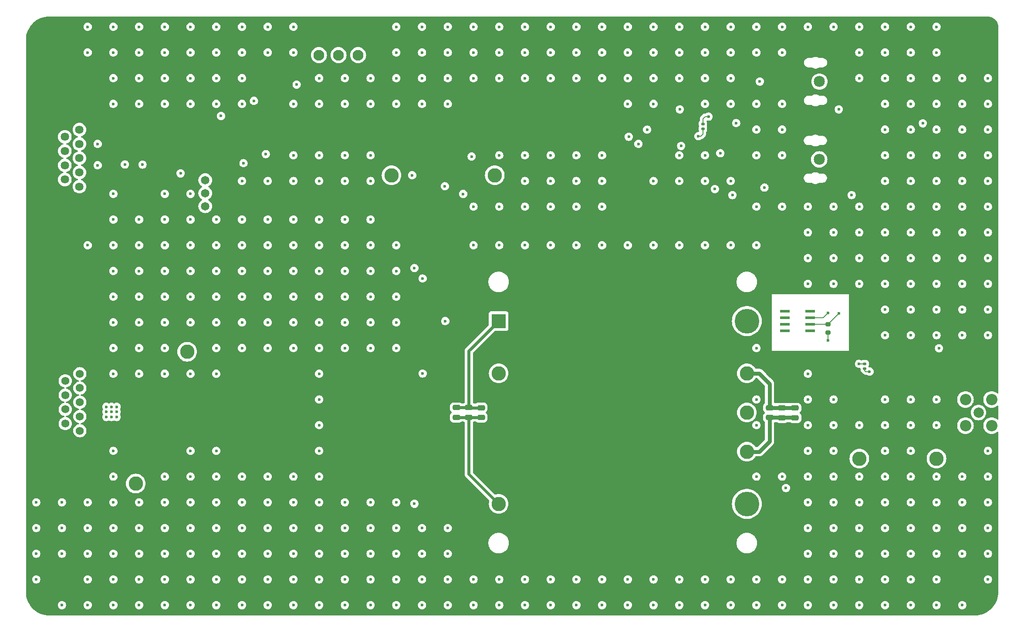
<source format=gbr>
%TF.GenerationSoftware,KiCad,Pcbnew,8.0.6*%
%TF.CreationDate,2025-06-02T13:03:20-04:00*%
%TF.ProjectId,CAEN_NEVIS_DAQ_3p3V,4341454e-5f4e-4455-9649-535f4441515f,rev?*%
%TF.SameCoordinates,Original*%
%TF.FileFunction,Copper,L8,Bot*%
%TF.FilePolarity,Positive*%
%FSLAX46Y46*%
G04 Gerber Fmt 4.6, Leading zero omitted, Abs format (unit mm)*
G04 Created by KiCad (PCBNEW 8.0.6) date 2025-06-02 13:03:20*
%MOMM*%
%LPD*%
G01*
G04 APERTURE LIST*
G04 Aperture macros list*
%AMRoundRect*
0 Rectangle with rounded corners*
0 $1 Rounding radius*
0 $2 $3 $4 $5 $6 $7 $8 $9 X,Y pos of 4 corners*
0 Add a 4 corners polygon primitive as box body*
4,1,4,$2,$3,$4,$5,$6,$7,$8,$9,$2,$3,0*
0 Add four circle primitives for the rounded corners*
1,1,$1+$1,$2,$3*
1,1,$1+$1,$4,$5*
1,1,$1+$1,$6,$7*
1,1,$1+$1,$8,$9*
0 Add four rect primitives between the rounded corners*
20,1,$1+$1,$2,$3,$4,$5,0*
20,1,$1+$1,$4,$5,$6,$7,0*
20,1,$1+$1,$6,$7,$8,$9,0*
20,1,$1+$1,$8,$9,$2,$3,0*%
G04 Aperture macros list end*
%TA.AperFunction,SMDPad,CuDef*%
%ADD10R,1.981200X0.558800*%
%TD*%
%TA.AperFunction,ComponentPad*%
%ADD11C,2.800000*%
%TD*%
%TA.AperFunction,ComponentPad*%
%ADD12C,6.400000*%
%TD*%
%TA.AperFunction,ComponentPad*%
%ADD13R,2.800000X2.800000*%
%TD*%
%TA.AperFunction,ComponentPad*%
%ADD14C,4.800000*%
%TD*%
%TA.AperFunction,SMDPad,CuDef*%
%ADD15RoundRect,0.200000X0.275000X-0.200000X0.275000X0.200000X-0.275000X0.200000X-0.275000X-0.200000X0*%
%TD*%
%TA.AperFunction,ComponentPad*%
%ADD16C,2.159000*%
%TD*%
%TA.AperFunction,ComponentPad*%
%ADD17C,1.650000*%
%TD*%
%TA.AperFunction,ComponentPad*%
%ADD18C,1.635000*%
%TD*%
%TA.AperFunction,ComponentPad*%
%ADD19C,4.216000*%
%TD*%
%TA.AperFunction,ComponentPad*%
%ADD20C,2.006600*%
%TD*%
%TA.AperFunction,ComponentPad*%
%ADD21C,2.209800*%
%TD*%
%TA.AperFunction,ComponentPad*%
%ADD22C,1.560000*%
%TD*%
%TA.AperFunction,ComponentPad*%
%ADD23C,2.100000*%
%TD*%
%TA.AperFunction,SMDPad,CuDef*%
%ADD24RoundRect,0.140000X0.170000X-0.140000X0.170000X0.140000X-0.170000X0.140000X-0.170000X-0.140000X0*%
%TD*%
%TA.AperFunction,SMDPad,CuDef*%
%ADD25RoundRect,0.140000X-0.170000X0.140000X-0.170000X-0.140000X0.170000X-0.140000X0.170000X0.140000X0*%
%TD*%
%TA.AperFunction,SMDPad,CuDef*%
%ADD26RoundRect,0.250000X0.475000X-0.250000X0.475000X0.250000X-0.475000X0.250000X-0.475000X-0.250000X0*%
%TD*%
%TA.AperFunction,ViaPad*%
%ADD27C,0.600000*%
%TD*%
%TA.AperFunction,ViaPad*%
%ADD28C,1.000000*%
%TD*%
%TA.AperFunction,Conductor*%
%ADD29C,0.600000*%
%TD*%
%TA.AperFunction,Conductor*%
%ADD30C,0.200000*%
%TD*%
%TA.AperFunction,Conductor*%
%ADD31C,0.800000*%
%TD*%
G04 APERTURE END LIST*
D10*
%TO.P,U5,1,NC*%
%TO.N,unconnected-(U5-NC-Pad1)*%
X200423800Y-80315000D03*
%TO.P,U5,2,V+*%
%TO.N,/V_TELEM*%
X200423800Y-81585000D03*
%TO.P,U5,3,V-*%
%TO.N,/Telemetry_CKT/TEMP*%
X200423800Y-82855000D03*
%TO.P,U5,4,NC*%
%TO.N,unconnected-(U5-NC-Pad4)*%
X200423800Y-84125000D03*
%TO.P,U5,5,NC*%
%TO.N,unconnected-(U5-NC-Pad5)*%
X195496200Y-84125000D03*
%TO.P,U5,6,NC*%
%TO.N,unconnected-(U5-NC-Pad6)*%
X195496200Y-82855000D03*
%TO.P,U5,7,NC*%
%TO.N,unconnected-(U5-NC-Pad7)*%
X195496200Y-81585000D03*
%TO.P,U5,8,NC*%
%TO.N,unconnected-(U5-NC-Pad8)*%
X195496200Y-80315000D03*
%TD*%
D11*
%TO.P,Secondary RTN,1,1*%
%TO.N,/V_SEC_RTN*%
X79340000Y-88210000D03*
%TD*%
%TO.P,Secondary PWR,1,1*%
%TO.N,/V_SEC_IN*%
X69340000Y-113850000D03*
%TD*%
D12*
%TO.P,H5,1,1*%
%TO.N,GNDPWR*%
X55000000Y-74000000D03*
%TD*%
D11*
%TO.P,3.3V RTN,1,1*%
%TO.N,/V_3p3_RTN*%
X210000000Y-109000000D03*
%TD*%
%TO.P,3.3V,1,1*%
%TO.N,/V_3p3_Supply*%
X225000000Y-109000000D03*
%TD*%
D13*
%TO.P,U1,1,+VIN*%
%TO.N,/Main_Converter/p12V*%
X139890000Y-82255000D03*
D11*
%TO.P,U1,2,ON/OFF*%
%TO.N,Net-(U1-ON{slash}OFF)*%
X139890000Y-92415000D03*
%TO.P,U1,3,CASE*%
%TO.N,GNDPWR*%
X139890000Y-107655000D03*
%TO.P,U1,4,-VIN*%
%TO.N,/Main_Converter/p12V_rtn*%
X139890000Y-117815000D03*
D14*
%TO.P,U1,5,-VO*%
%TO.N,/V_3p3_RTN*%
X188140000Y-117815000D03*
D11*
%TO.P,U1,6,-S*%
X188140000Y-107655000D03*
%TO.P,U1,7,TRIM*%
%TO.N,unconnected-(U1-TRIM-Pad7)*%
X188140000Y-100035000D03*
%TO.P,U1,8,+S*%
%TO.N,/V_3p3_*%
X188140000Y-92415000D03*
D14*
%TO.P,U1,9,+VO*%
X188140000Y-82255000D03*
%TD*%
D11*
%TO.P,TELEM RTN,1,1*%
%TO.N,/V_TELEM_RTN*%
X119060000Y-53890000D03*
%TD*%
%TO.P,TELEM PWR,1,1*%
%TO.N,/V_TELEM*%
X139140000Y-53870000D03*
%TD*%
D15*
%TO.P,R24,1*%
%TO.N,/V_TELEM_RTN*%
X203895000Y-84500000D03*
%TO.P,R24,2*%
%TO.N,/Telemetry_CKT/TEMP*%
X203895000Y-82850000D03*
%TD*%
D16*
%TO.P,P2,1,1*%
%TO.N,Net-(M3-Pad3)*%
X202210000Y-50790000D03*
%TD*%
%TO.P,P1,1,1*%
%TO.N,Net-(P1-Pad1)*%
X202250000Y-35660000D03*
%TD*%
D17*
%TO.P,J5,1*%
%TO.N,Net-(U6-R)*%
X82850000Y-59910000D03*
%TO.P,J5,2*%
%TO.N,/EN_SIG*%
X82850000Y-57370000D03*
%TO.P,J5,3*%
%TO.N,Net-(J5-Pad3)*%
X82850000Y-54830000D03*
%TD*%
D18*
%TO.P,J4,1*%
%TO.N,/EN+*%
X58400000Y-56090000D03*
%TO.P,J4,2*%
%TO.N,/EN-*%
X58400000Y-53320000D03*
%TO.P,J4,3*%
%TO.N,unconnected-(J4-Pad3)*%
X58400000Y-50550000D03*
%TO.P,J4,4*%
%TO.N,/V_TELEM_RTN*%
X58400000Y-47780000D03*
%TO.P,J4,5*%
%TO.N,/TEMP_Mon*%
X58400000Y-45010000D03*
%TO.P,J4,6*%
%TO.N,/V_TELEM_RTN*%
X55560000Y-54705000D03*
%TO.P,J4,7*%
%TO.N,/Volt_Mon*%
X55560000Y-51935000D03*
%TO.P,J4,8*%
%TO.N,/V_TELEM_RTN*%
X55560000Y-49165000D03*
%TO.P,J4,9*%
%TO.N,/Curr_Mon*%
X55560000Y-46395000D03*
D19*
%TO.P,J4,S1*%
%TO.N,GNDPWR*%
X56980000Y-38050000D03*
%TO.P,J4,S2*%
X56980000Y-63050000D03*
%TD*%
D20*
%TO.P,J3,1,SIGNAL*%
%TO.N,/V_3p3_Supply*%
X233167999Y-100035000D03*
D21*
%TO.P,J3,2,GND*%
%TO.N,/V_3p3_RTN*%
X235707999Y-97495000D03*
%TO.P,J3,3,GND*%
X230627999Y-97495000D03*
%TO.P,J3,4,GND*%
X230627999Y-102575000D03*
%TO.P,J3,5,GND*%
X235707999Y-102575000D03*
%TD*%
D22*
%TO.P,J2,1*%
%TO.N,/V_SEC_RTN*%
X58480000Y-92490000D03*
%TO.P,J2,2*%
X58480000Y-95260000D03*
%TO.P,J2,3*%
%TO.N,unconnected-(J2-Pad3)*%
X58480000Y-98030000D03*
%TO.P,J2,4*%
%TO.N,/V_SEC_RTN*%
X58480000Y-100800000D03*
%TO.P,J2,5*%
X58480000Y-103570000D03*
%TO.P,J2,6*%
%TO.N,/V_SEC_IN*%
X55640000Y-93875000D03*
%TO.P,J2,7*%
X55640000Y-96645000D03*
%TO.P,J2,8*%
X55640000Y-99415000D03*
%TO.P,J2,9*%
X55640000Y-102185000D03*
D19*
%TO.P,J2,S1*%
%TO.N,GNDPWR*%
X57060000Y-85530000D03*
%TO.P,J2,S2*%
X57060000Y-110530000D03*
%TD*%
D23*
%TO.P,J1,1*%
%TO.N,/V_TELEM*%
X112570000Y-30510000D03*
%TO.P,J1,2*%
%TO.N,/V_TELEM_RTN*%
X108760000Y-30510000D03*
%TO.P,J1,3*%
%TO.N,/V_TELEM*%
X104950000Y-30510000D03*
%TD*%
D12*
%TO.P,H4,1,1*%
%TO.N,GNDPWR*%
X230000000Y-133000000D03*
%TD*%
%TO.P,H3,1,1*%
%TO.N,GNDPWR*%
X230000000Y-29000000D03*
%TD*%
%TO.P,H2,1,1*%
%TO.N,GNDPWR*%
X55000000Y-133000000D03*
%TD*%
%TO.P,H1,1,1*%
%TO.N,GNDPWR*%
X55000000Y-29000000D03*
%TD*%
D24*
%TO.P,C17,1*%
%TO.N,/Telemetry_CKT/V_3p3*%
X179600000Y-44850000D03*
%TO.P,C17,2*%
%TO.N,/V_TELEM_RTN*%
X179600000Y-43890000D03*
%TD*%
D25*
%TO.P,C12,1*%
%TO.N,/Telemetry_CKT/V_3p3*%
X211032500Y-90557500D03*
%TO.P,C12,2*%
%TO.N,/V_TELEM_RTN*%
X211032500Y-91517500D03*
%TD*%
D26*
%TO.P,C10,1*%
%TO.N,/V_3p3_RTN*%
X197495000Y-101065000D03*
%TO.P,C10,2*%
%TO.N,/V_3p3_*%
X197495000Y-99165000D03*
%TD*%
%TO.P,C9,1*%
%TO.N,/V_3p3_RTN*%
X192545000Y-101005000D03*
%TO.P,C9,2*%
%TO.N,/V_3p3_*%
X192545000Y-99105000D03*
%TD*%
%TO.P,C8,1*%
%TO.N,/V_3p3_RTN*%
X194965000Y-101065000D03*
%TO.P,C8,2*%
%TO.N,/V_3p3_*%
X194965000Y-99165000D03*
%TD*%
%TO.P,C7,1*%
%TO.N,/Main_Converter/p12V_rtn*%
X136480000Y-100985000D03*
%TO.P,C7,2*%
%TO.N,/Main_Converter/p12V*%
X136480000Y-99085000D03*
%TD*%
%TO.P,C6,1*%
%TO.N,/Main_Converter/p12V_rtn*%
X134080000Y-100975000D03*
%TO.P,C6,2*%
%TO.N,/Main_Converter/p12V*%
X134080000Y-99075000D03*
%TD*%
%TO.P,C4,1*%
%TO.N,/Main_Converter/p12V_rtn*%
X131670000Y-100975000D03*
%TO.P,C4,2*%
%TO.N,/Main_Converter/p12V*%
X131670000Y-99075000D03*
%TD*%
D27*
%TO.N,/V_SEC_RTN*%
X195000000Y-112500000D03*
X190000000Y-112500000D03*
X190000000Y-102500000D03*
X190000000Y-97500000D03*
X190000000Y-87500000D03*
X200000000Y-92500000D03*
X200000000Y-97500000D03*
X205000000Y-97500000D03*
X200000000Y-102500000D03*
X205000000Y-102500000D03*
X210000000Y-102500000D03*
X215000000Y-97500000D03*
X225000000Y-97500000D03*
X220000000Y-97500000D03*
X215000000Y-102500000D03*
X225000000Y-102500000D03*
X220000000Y-102500000D03*
%TO.N,/V_TELEM_RTN*%
X60000000Y-30000000D03*
X60000000Y-25000000D03*
X100000000Y-30000000D03*
X100000000Y-25000000D03*
X95000000Y-30000000D03*
X95000000Y-25000000D03*
X75000000Y-25000000D03*
X80000000Y-25000000D03*
X90000000Y-25000000D03*
X65000000Y-25000000D03*
X85000000Y-25000000D03*
X70000000Y-25000000D03*
X75000000Y-30000000D03*
X80000000Y-30000000D03*
X90000000Y-30000000D03*
X65000000Y-30000000D03*
X85000000Y-30000000D03*
X70000000Y-30000000D03*
X75000000Y-40000000D03*
X65000000Y-40000000D03*
X65000000Y-35000000D03*
X75000000Y-35000000D03*
X70000000Y-35000000D03*
X70000000Y-40000000D03*
X90000000Y-40000000D03*
X85000000Y-35000000D03*
X90000000Y-35000000D03*
X80000000Y-35000000D03*
X80000000Y-40000000D03*
X85000000Y-40000000D03*
X195000000Y-50000000D03*
X190000000Y-50000000D03*
X190000000Y-45000000D03*
X195000000Y-45000000D03*
X195000000Y-40000000D03*
X190000000Y-40000000D03*
X175000000Y-50000000D03*
X180000000Y-50000000D03*
X185000000Y-55000000D03*
X180000000Y-55000000D03*
X175000000Y-55000000D03*
X170000000Y-55000000D03*
X140000000Y-50000000D03*
X150000000Y-50000000D03*
X145000000Y-50000000D03*
X160000000Y-50000000D03*
X155000000Y-50000000D03*
X150000000Y-55000000D03*
X145000000Y-55000000D03*
X160000000Y-55000000D03*
X155000000Y-55000000D03*
X135000000Y-60000000D03*
X140000000Y-60000000D03*
X145000000Y-60000000D03*
X150000000Y-60000000D03*
X155000000Y-60000000D03*
X160000000Y-60000000D03*
X190000000Y-60000000D03*
X195000000Y-60000000D03*
X200000000Y-65000000D03*
X200000000Y-70000000D03*
X200000000Y-60000000D03*
X200000000Y-75000000D03*
X210000000Y-60000000D03*
X205000000Y-60000000D03*
X210000000Y-65000000D03*
X205000000Y-65000000D03*
X210000000Y-70000000D03*
X205000000Y-70000000D03*
X210000000Y-75000000D03*
X205000000Y-75000000D03*
X235000000Y-85000000D03*
X220000000Y-85000000D03*
X225000000Y-85000000D03*
X225000000Y-80000000D03*
X215000000Y-85000000D03*
X235000000Y-80000000D03*
X230000000Y-85000000D03*
X220000000Y-80000000D03*
X230000000Y-80000000D03*
X215000000Y-80000000D03*
X235000000Y-75000000D03*
X220000000Y-75000000D03*
X225000000Y-75000000D03*
X225000000Y-70000000D03*
X215000000Y-75000000D03*
X235000000Y-70000000D03*
X230000000Y-75000000D03*
X220000000Y-70000000D03*
X230000000Y-70000000D03*
X215000000Y-70000000D03*
X235000000Y-65000000D03*
X220000000Y-65000000D03*
X225000000Y-65000000D03*
X225000000Y-60000000D03*
X215000000Y-65000000D03*
X235000000Y-60000000D03*
X230000000Y-65000000D03*
X220000000Y-60000000D03*
X230000000Y-60000000D03*
X215000000Y-60000000D03*
X230000000Y-55000000D03*
X215000000Y-55000000D03*
X235000000Y-55000000D03*
X220000000Y-55000000D03*
X225000000Y-55000000D03*
X230000000Y-50000000D03*
X215000000Y-50000000D03*
X235000000Y-50000000D03*
X220000000Y-50000000D03*
X225000000Y-50000000D03*
X230000000Y-45000000D03*
X215000000Y-45000000D03*
X235000000Y-45000000D03*
X220000000Y-45000000D03*
X225000000Y-45000000D03*
X215000000Y-40000000D03*
X220000000Y-40000000D03*
X235000000Y-40000000D03*
X230000000Y-40000000D03*
X225000000Y-40000000D03*
X235000000Y-35000000D03*
X230000000Y-35000000D03*
X225000000Y-25000000D03*
X225000000Y-35000000D03*
X225000000Y-30000000D03*
X205000000Y-25000000D03*
X200000000Y-25000000D03*
X215000000Y-35000000D03*
X220000000Y-25000000D03*
X220000000Y-30000000D03*
X210000000Y-25000000D03*
X215000000Y-30000000D03*
X210000000Y-30000000D03*
X220000000Y-35000000D03*
X210000000Y-35000000D03*
X215000000Y-25000000D03*
X195000000Y-25000000D03*
X195000000Y-30000000D03*
X190000000Y-30000000D03*
X190000000Y-25000000D03*
X180000000Y-40000000D03*
X185000000Y-40000000D03*
X180000000Y-25000000D03*
X185000000Y-25000000D03*
X175000000Y-25000000D03*
X185000000Y-30000000D03*
X180000000Y-30000000D03*
X175000000Y-30000000D03*
X185000000Y-35000000D03*
X180000000Y-35000000D03*
X175000000Y-35000000D03*
X170000000Y-25000000D03*
X165000000Y-25000000D03*
X145000000Y-25000000D03*
X140000000Y-25000000D03*
X160000000Y-25000000D03*
X130000000Y-25000000D03*
X155000000Y-25000000D03*
X150000000Y-25000000D03*
X135000000Y-25000000D03*
X125000000Y-25000000D03*
X120000000Y-25000000D03*
X170000000Y-30000000D03*
X165000000Y-30000000D03*
X145000000Y-30000000D03*
X140000000Y-30000000D03*
X160000000Y-30000000D03*
X130000000Y-30000000D03*
X155000000Y-30000000D03*
X150000000Y-30000000D03*
X135000000Y-30000000D03*
X125000000Y-30000000D03*
X120000000Y-30000000D03*
X130000000Y-35000000D03*
X135000000Y-35000000D03*
X120000000Y-35000000D03*
X125000000Y-35000000D03*
X115000000Y-35000000D03*
X105000000Y-35000000D03*
X110000000Y-35000000D03*
X155000000Y-35000000D03*
X150000000Y-35000000D03*
X170000000Y-35000000D03*
X160000000Y-35000000D03*
X145000000Y-35000000D03*
X140000000Y-35000000D03*
X165000000Y-35000000D03*
X170000000Y-40000000D03*
X165000000Y-40000000D03*
X120000000Y-40000000D03*
X125000000Y-40000000D03*
X130000000Y-40000000D03*
X115000000Y-40000000D03*
X100000000Y-40000000D03*
X105000000Y-40000000D03*
X110000000Y-40000000D03*
X115000000Y-50000000D03*
X100000000Y-50000000D03*
X105000000Y-50000000D03*
X110000000Y-50000000D03*
X110000000Y-55000000D03*
X100000000Y-55000000D03*
X95000000Y-55000000D03*
X115000000Y-55000000D03*
X105000000Y-55000000D03*
X90000000Y-55000000D03*
X80000000Y-57500000D03*
X75000000Y-57500000D03*
X65000000Y-57500000D03*
X60000000Y-67500000D03*
X105000000Y-62500000D03*
X115000000Y-62500000D03*
X90000000Y-62500000D03*
X85000000Y-62500000D03*
X100000000Y-62500000D03*
X95000000Y-62500000D03*
X110000000Y-62500000D03*
X70000000Y-62500000D03*
X80000000Y-62500000D03*
X75000000Y-62500000D03*
X65000000Y-62500000D03*
X105000000Y-67500000D03*
X115000000Y-67500000D03*
X90000000Y-67500000D03*
X85000000Y-67500000D03*
X100000000Y-67500000D03*
X95000000Y-67500000D03*
X110000000Y-67500000D03*
X70000000Y-67500000D03*
X80000000Y-67500000D03*
X75000000Y-67500000D03*
X65000000Y-67500000D03*
%TO.N,/V_SEC_RTN*%
X120000000Y-72500000D03*
%TO.N,/V_TELEM_RTN*%
X110000000Y-72500000D03*
X115000000Y-72500000D03*
X105000000Y-72500000D03*
X90000000Y-72500000D03*
X100000000Y-72500000D03*
X95000000Y-72500000D03*
X85000000Y-72500000D03*
X80000000Y-72500000D03*
X75000000Y-72500000D03*
X70000000Y-72500000D03*
X65000000Y-72500000D03*
%TO.N,/V_SEC_RTN*%
X185000000Y-67500000D03*
X175000000Y-67500000D03*
X180000000Y-67500000D03*
X190000000Y-67500000D03*
X170000000Y-67500000D03*
X160000000Y-67500000D03*
X165000000Y-67500000D03*
X155000000Y-67500000D03*
X150000000Y-67500000D03*
X145000000Y-67500000D03*
X140000000Y-67500000D03*
X135000000Y-67500000D03*
X120000000Y-67500000D03*
X105000000Y-92500000D03*
X80000000Y-92500000D03*
X85000000Y-92500000D03*
X65000000Y-92500000D03*
X75000000Y-92500000D03*
X70000000Y-92500000D03*
X95000000Y-82500000D03*
X115000000Y-77500000D03*
X90000000Y-87500000D03*
X75000000Y-87500000D03*
X100000000Y-87500000D03*
X70000000Y-87500000D03*
X65000000Y-87500000D03*
X115000000Y-87500000D03*
X70000000Y-77500000D03*
X95000000Y-87500000D03*
X65000000Y-82500000D03*
X110000000Y-87500000D03*
X65000000Y-77500000D03*
X105000000Y-87500000D03*
X120000000Y-87500000D03*
X85000000Y-87500000D03*
X90000000Y-82500000D03*
X105000000Y-82500000D03*
X85000000Y-82500000D03*
X110000000Y-82500000D03*
X100000000Y-77500000D03*
X100000000Y-82500000D03*
X105000000Y-77500000D03*
X90000000Y-77500000D03*
X95000000Y-77500000D03*
X110000000Y-77500000D03*
X75000000Y-77500000D03*
X70000000Y-82500000D03*
X120000000Y-82500000D03*
X85000000Y-77500000D03*
X80000000Y-77500000D03*
X120000000Y-77500000D03*
X115000000Y-82500000D03*
X75000000Y-82500000D03*
X80000000Y-82500000D03*
X105000000Y-97500000D03*
X105000000Y-102500000D03*
X105000000Y-107500000D03*
X80000000Y-107500000D03*
X85000000Y-107500000D03*
X65000000Y-107500000D03*
X65000000Y-112500000D03*
X75000000Y-112500000D03*
X95000000Y-112500000D03*
X90000000Y-112500000D03*
X100000000Y-112500000D03*
X80000000Y-112500000D03*
X105000000Y-112500000D03*
X85000000Y-112500000D03*
X95000000Y-117500000D03*
X95000000Y-127500000D03*
X115000000Y-122500000D03*
X110000000Y-117500000D03*
X110000000Y-127500000D03*
X100000000Y-127500000D03*
X105000000Y-122500000D03*
X100000000Y-117500000D03*
X95000000Y-122500000D03*
X110000000Y-122500000D03*
X105000000Y-127500000D03*
X105000000Y-117500000D03*
X100000000Y-122500000D03*
X115000000Y-117500000D03*
X120000000Y-117500000D03*
X130000000Y-127500000D03*
X120000000Y-122500000D03*
X115000000Y-127500000D03*
X130000000Y-122500000D03*
X125000000Y-122500000D03*
X120000000Y-127500000D03*
X125000000Y-127500000D03*
X90000000Y-122500000D03*
X85000000Y-117500000D03*
X85000000Y-127500000D03*
X75000000Y-127500000D03*
X80000000Y-122500000D03*
X75000000Y-117500000D03*
X85000000Y-122500000D03*
X80000000Y-127500000D03*
X80000000Y-117500000D03*
X75000000Y-122500000D03*
X90000000Y-117500000D03*
X90000000Y-127500000D03*
X70000000Y-117500000D03*
X70000000Y-127500000D03*
X70000000Y-122500000D03*
X65000000Y-117500000D03*
X65000000Y-127500000D03*
X65000000Y-122500000D03*
X60000000Y-117500000D03*
X60000000Y-127500000D03*
X60000000Y-122500000D03*
X55000000Y-117500000D03*
X55000000Y-127500000D03*
X55000000Y-122500000D03*
X50000000Y-117500000D03*
X50000000Y-122500000D03*
X50000000Y-127500000D03*
X50000000Y-132500000D03*
X55000000Y-137500000D03*
X125000000Y-132500000D03*
X110000000Y-132500000D03*
X130000000Y-132500000D03*
X155000000Y-132500000D03*
X120000000Y-132500000D03*
X160000000Y-132500000D03*
X150000000Y-132500000D03*
X145000000Y-132500000D03*
X115000000Y-132500000D03*
X165000000Y-132500000D03*
X140000000Y-132500000D03*
X135000000Y-132500000D03*
X105000000Y-132500000D03*
X95000000Y-132500000D03*
X85000000Y-132500000D03*
X90000000Y-132500000D03*
X75000000Y-132500000D03*
X100000000Y-132500000D03*
X80000000Y-132500000D03*
X70000000Y-132500000D03*
X65000000Y-132500000D03*
X60000000Y-132500000D03*
X180000000Y-132500000D03*
X195000000Y-132500000D03*
X185000000Y-132500000D03*
X170000000Y-132500000D03*
X175000000Y-132500000D03*
X190000000Y-132500000D03*
X210000000Y-132500000D03*
X215000000Y-132500000D03*
X200000000Y-132500000D03*
X205000000Y-132500000D03*
X220000000Y-132500000D03*
X225000000Y-132500000D03*
X220000000Y-107500000D03*
X215000000Y-107500000D03*
X200000000Y-107500000D03*
X205000000Y-107500000D03*
X200000000Y-122500000D03*
X200000000Y-127500000D03*
X200000000Y-117500000D03*
X200000000Y-112500000D03*
X205000000Y-122500000D03*
X205000000Y-127500000D03*
X205000000Y-117500000D03*
X205000000Y-112500000D03*
X210000000Y-122500000D03*
X210000000Y-127500000D03*
X210000000Y-117500000D03*
X210000000Y-112500000D03*
X215000000Y-122500000D03*
X215000000Y-127500000D03*
X215000000Y-117500000D03*
X215000000Y-112500000D03*
X220000000Y-122500000D03*
X220000000Y-127500000D03*
X220000000Y-117500000D03*
X220000000Y-112500000D03*
X225000000Y-122500000D03*
X225000000Y-127500000D03*
X225000000Y-117500000D03*
X225000000Y-112500000D03*
X230000000Y-122500000D03*
X230000000Y-127500000D03*
X230000000Y-117500000D03*
X230000000Y-112500000D03*
X235000000Y-112500000D03*
X235000000Y-107500000D03*
X235000000Y-122500000D03*
X235000000Y-117500000D03*
X235000000Y-127500000D03*
X235000000Y-132500000D03*
X225000000Y-137500000D03*
X230000000Y-137500000D03*
X220000000Y-137500000D03*
X205000000Y-137500000D03*
X190000000Y-137500000D03*
X210000000Y-137500000D03*
X200000000Y-137500000D03*
X195000000Y-137500000D03*
X215000000Y-137500000D03*
X185000000Y-137500000D03*
X175000000Y-137500000D03*
X165000000Y-137500000D03*
X170000000Y-137500000D03*
X155000000Y-137500000D03*
X180000000Y-137500000D03*
X160000000Y-137500000D03*
X150000000Y-137500000D03*
X145000000Y-137500000D03*
X140000000Y-137500000D03*
X135000000Y-137500000D03*
X125000000Y-137500000D03*
X130000000Y-137500000D03*
X115000000Y-137500000D03*
X120000000Y-137500000D03*
X110000000Y-137500000D03*
X105000000Y-137500000D03*
X100000000Y-137500000D03*
X95000000Y-137500000D03*
X90000000Y-137500000D03*
X85000000Y-137500000D03*
X80000000Y-137500000D03*
X75000000Y-137500000D03*
X70000000Y-137500000D03*
X65000000Y-137500000D03*
X60000000Y-137500000D03*
D28*
%TO.N,GNDPWR*%
X165600000Y-120000000D03*
X160600000Y-125000000D03*
X145600000Y-125000000D03*
X155600000Y-120000000D03*
X175600000Y-120000000D03*
X155600000Y-125000000D03*
X165600000Y-125000000D03*
X170600000Y-120000000D03*
X145600000Y-120000000D03*
X160600000Y-120000000D03*
X180600000Y-125000000D03*
X175600000Y-125000000D03*
X170600000Y-125000000D03*
X150600000Y-125000000D03*
X150600000Y-115000000D03*
X150600000Y-120000000D03*
X145600000Y-115000000D03*
X165600000Y-115000000D03*
X175600000Y-115000000D03*
X170600000Y-115000000D03*
X155600000Y-115000000D03*
X180600000Y-120000000D03*
X180600000Y-115000000D03*
X160600000Y-115000000D03*
X155600000Y-105000000D03*
X160600000Y-105000000D03*
X170600000Y-105000000D03*
X160600000Y-110000000D03*
X175600000Y-105000000D03*
X165600000Y-105000000D03*
X180600000Y-110000000D03*
X155600000Y-110000000D03*
X160600000Y-95000000D03*
X155600000Y-95000000D03*
X145600000Y-105000000D03*
X165600000Y-110000000D03*
X145600000Y-110000000D03*
X180600000Y-105000000D03*
X175600000Y-110000000D03*
X170600000Y-110000000D03*
X150600000Y-110000000D03*
X150600000Y-105000000D03*
X165600000Y-95000000D03*
X175600000Y-95000000D03*
X180600000Y-100000000D03*
X160600000Y-100000000D03*
X170600000Y-95000000D03*
X145600000Y-95000000D03*
X145600000Y-100000000D03*
X180600000Y-95000000D03*
X175600000Y-100000000D03*
X170600000Y-100000000D03*
X150600000Y-100000000D03*
X150600000Y-95000000D03*
X155600000Y-100000000D03*
X165600000Y-100000000D03*
X160600000Y-85000000D03*
X155600000Y-85000000D03*
X165600000Y-85000000D03*
X175600000Y-85000000D03*
X180600000Y-90000000D03*
X160600000Y-90000000D03*
X170600000Y-85000000D03*
X145600000Y-85000000D03*
X145600000Y-90000000D03*
X180600000Y-85000000D03*
X175600000Y-90000000D03*
X170600000Y-90000000D03*
X150600000Y-90000000D03*
X150600000Y-85000000D03*
X155600000Y-90000000D03*
X165600000Y-90000000D03*
X160600000Y-80000000D03*
X155600000Y-80000000D03*
X165600000Y-80000000D03*
X175600000Y-80000000D03*
X170600000Y-80000000D03*
X145600000Y-80000000D03*
X180600000Y-80000000D03*
X150600000Y-80000000D03*
X180600000Y-75000000D03*
X175600000Y-75000000D03*
X165600000Y-75000000D03*
X170600000Y-75000000D03*
X155600000Y-75000000D03*
X160600000Y-75000000D03*
X150600000Y-75000000D03*
X145600000Y-75000000D03*
D27*
%TO.N,/Main_Converter/p12V*%
X129510000Y-82250000D03*
%TO.N,/Curr_Mon*%
X165180000Y-46395000D03*
%TO.N,/Volt_Mon*%
X167060000Y-47780000D03*
X61950000Y-47780000D03*
X61950000Y-51940000D03*
%TO.N,/TEMP_Mon*%
X168740000Y-45010000D03*
%TO.N,/V_3p3_RTN*%
X195740000Y-114710000D03*
%TO.N,GNDPWR*%
X195740000Y-120100000D03*
%TO.N,/V_TELEM_RTN*%
X175370000Y-48180000D03*
%TO.N,/Telemetry_CKT/V_3p3*%
X178720000Y-46280000D03*
%TO.N,/V_TELEM_RTN*%
X180680000Y-42480000D03*
%TO.N,/Telemetry_CKT/TEMP*%
X175110000Y-41070000D03*
X206020000Y-41070000D03*
X206016577Y-80710531D03*
%TO.N,/V_TELEM*%
X190660000Y-35650000D03*
%TO.N,/V_TELEM_RTN*%
X191550000Y-56280000D03*
X182970000Y-49590000D03*
%TO.N,Net-(U4A-+INA)*%
X186060000Y-43740000D03*
X222360000Y-43780000D03*
%TO.N,/V_TELEM_RTN*%
X203895000Y-86000000D03*
X225490000Y-87530000D03*
%TO.N,Net-(U3-OUT)*%
X185330000Y-57730000D03*
X208500000Y-57730000D03*
%TO.N,/V_TELEM*%
X203895000Y-80705000D03*
%TO.N,/V_TELEM_RTN*%
X90290000Y-51528750D03*
%TO.N,/Telemetry_CKT/V_3p3*%
X78060000Y-53520000D03*
%TO.N,/V_TELEM_RTN*%
X67240000Y-51790000D03*
%TO.N,/Telemetry_CKT/V_3p3*%
X70660000Y-51810000D03*
%TO.N,/V_TELEM*%
X94625000Y-49768750D03*
%TO.N,/V_TELEM_RTN*%
X85925000Y-42348750D03*
%TO.N,/Main_Converter/p12V_rtn*%
X123515000Y-117775000D03*
%TO.N,Net-(U1-ON{slash}OFF)*%
X125115000Y-92445000D03*
%TO.N,/V_TELEM_RTN*%
X100620000Y-36243750D03*
%TO.N,/Telemetry_CKT/V_3p3*%
X92320000Y-39413750D03*
%TO.N,/V_TELEM_RTN*%
X181920000Y-56560000D03*
%TO.N,/Telemetry_CKT/V_3p3*%
X209942500Y-90557500D03*
%TO.N,/V_TELEM_RTN*%
X211992500Y-92067500D03*
%TO.N,/Main_Converter/p12V_rtn*%
X123515000Y-71945000D03*
%TO.N,Net-(U1-ON{slash}OFF)*%
X125115000Y-73965000D03*
%TO.N,/V_TELEM*%
X132995000Y-57515000D03*
%TO.N,/V_TELEM_RTN*%
X123085000Y-53875000D03*
X129445000Y-56015000D03*
%TO.N,/V_TELEM*%
X134635000Y-50235000D03*
%TO.N,/V_SEC_RTN*%
X65640000Y-100915000D03*
X65640000Y-99915000D03*
X65640000Y-98915000D03*
X64640000Y-98915000D03*
X64640000Y-99915000D03*
X64640000Y-100915000D03*
X63640000Y-100915000D03*
X63640000Y-99915000D03*
X63640000Y-98915000D03*
%TD*%
D29*
%TO.N,/Main_Converter/p12V*%
X134080000Y-88065000D02*
X134080000Y-99075000D01*
X139890000Y-82255000D02*
X134080000Y-88065000D01*
%TO.N,/Main_Converter/p12V_rtn*%
X134080000Y-112005000D02*
X134080000Y-100975000D01*
X139890000Y-117815000D02*
X134080000Y-112005000D01*
D30*
%TO.N,/V_TELEM_RTN*%
X180000000Y-42480000D02*
X180680000Y-42480000D01*
X179600000Y-42880000D02*
X180000000Y-42480000D01*
X179600000Y-43890000D02*
X179600000Y-42880000D01*
%TO.N,/Telemetry_CKT/V_3p3*%
X179230000Y-46280000D02*
X178720000Y-46280000D01*
X179600000Y-45910000D02*
X179230000Y-46280000D01*
X179600000Y-44850000D02*
X179600000Y-45910000D01*
%TO.N,/Telemetry_CKT/TEMP*%
X203895000Y-82845000D02*
X206030000Y-80710000D01*
X203895000Y-82850000D02*
X203895000Y-82845000D01*
%TO.N,/V_TELEM_RTN*%
X203895000Y-84500000D02*
X203895000Y-86000000D01*
%TO.N,/V_TELEM*%
X203015000Y-81585000D02*
X203895000Y-80705000D01*
X200423800Y-81585000D02*
X203015000Y-81585000D01*
%TO.N,/Telemetry_CKT/TEMP*%
X203890000Y-82855000D02*
X203895000Y-82850000D01*
X200423800Y-82855000D02*
X203890000Y-82855000D01*
%TO.N,/Telemetry_CKT/V_3p3*%
X211032500Y-90557500D02*
X209942500Y-90557500D01*
%TO.N,/V_TELEM_RTN*%
X211222500Y-92067500D02*
X211992500Y-92067500D01*
X211032500Y-91877500D02*
X211222500Y-92067500D01*
X211032500Y-91517500D02*
X211032500Y-91877500D01*
D31*
%TO.N,/V_3p3_*%
X197435000Y-99105000D02*
X197495000Y-99165000D01*
X192545000Y-99105000D02*
X197435000Y-99105000D01*
%TO.N,/V_3p3_RTN*%
X197435000Y-101005000D02*
X197495000Y-101065000D01*
X192545000Y-101005000D02*
X197435000Y-101005000D01*
X192545000Y-105655000D02*
X192545000Y-101005000D01*
X190545000Y-107655000D02*
X192545000Y-105655000D01*
X188140000Y-107655000D02*
X190545000Y-107655000D01*
%TO.N,/V_3p3_*%
X192545000Y-94445000D02*
X192545000Y-99105000D01*
X190515000Y-92415000D02*
X192545000Y-94445000D01*
X188140000Y-92415000D02*
X190515000Y-92415000D01*
D29*
%TO.N,/Main_Converter/p12V_rtn*%
X134080000Y-100975000D02*
X131670000Y-100975000D01*
%TO.N,/Main_Converter/p12V*%
X134080000Y-99075000D02*
X131670000Y-99075000D01*
%TO.N,/Main_Converter/p12V_rtn*%
X134090000Y-100985000D02*
X134080000Y-100975000D01*
X136480000Y-100985000D02*
X134090000Y-100985000D01*
%TO.N,/Main_Converter/p12V*%
X134090000Y-99085000D02*
X134080000Y-99075000D01*
X136480000Y-99085000D02*
X134090000Y-99085000D01*
%TD*%
%TA.AperFunction,Conductor*%
%TO.N,GNDPWR*%
G36*
X235004043Y-23000765D02*
G01*
X235252895Y-23017075D01*
X235268953Y-23019190D01*
X235476105Y-23060395D01*
X235509535Y-23067045D01*
X235525202Y-23071243D01*
X235694947Y-23128863D01*
X235757481Y-23150091D01*
X235772458Y-23156294D01*
X235981799Y-23259529D01*
X235992460Y-23264787D01*
X236006508Y-23272897D01*
X236210464Y-23409177D01*
X236223325Y-23419045D01*
X236229623Y-23424569D01*
X236407749Y-23580781D01*
X236419218Y-23592250D01*
X236580951Y-23776671D01*
X236590825Y-23789539D01*
X236727102Y-23993492D01*
X236735212Y-24007539D01*
X236843702Y-24227534D01*
X236849909Y-24242520D01*
X236928756Y-24474797D01*
X236932954Y-24490464D01*
X236980807Y-24731035D01*
X236982925Y-24747116D01*
X236999235Y-24995956D01*
X236999500Y-25004066D01*
X236999500Y-96217829D01*
X236979815Y-96284868D01*
X236927011Y-96330623D01*
X236857853Y-96340567D01*
X236794969Y-96312119D01*
X236654550Y-96192190D01*
X236654541Y-96192184D01*
X236439089Y-96060154D01*
X236205629Y-95963452D01*
X235959911Y-95904461D01*
X235959912Y-95904461D01*
X235707999Y-95884636D01*
X235456086Y-95904461D01*
X235210368Y-95963452D01*
X234976908Y-96060154D01*
X234761456Y-96192184D01*
X234761454Y-96192185D01*
X234569300Y-96356301D01*
X234405184Y-96548455D01*
X234405183Y-96548457D01*
X234273153Y-96763909D01*
X234176451Y-96997369D01*
X234117460Y-97243087D01*
X234097635Y-97495000D01*
X234117460Y-97746912D01*
X234176451Y-97992630D01*
X234273153Y-98226090D01*
X234405183Y-98441542D01*
X234405184Y-98441544D01*
X234405185Y-98441546D01*
X234405187Y-98441548D01*
X234569300Y-98633699D01*
X234761451Y-98797812D01*
X234761453Y-98797813D01*
X234761454Y-98797814D01*
X234761456Y-98797815D01*
X234976908Y-98929845D01*
X235210368Y-99026547D01*
X235271797Y-99041294D01*
X235456083Y-99085538D01*
X235707999Y-99105364D01*
X235959915Y-99085538D01*
X236205629Y-99026547D01*
X236439089Y-98929845D01*
X236654547Y-98797812D01*
X236794969Y-98677879D01*
X236858729Y-98649309D01*
X236927815Y-98659746D01*
X236980291Y-98705877D01*
X236999500Y-98772170D01*
X236999500Y-101297829D01*
X236979815Y-101364868D01*
X236927011Y-101410623D01*
X236857853Y-101420567D01*
X236794969Y-101392119D01*
X236654550Y-101272190D01*
X236654541Y-101272184D01*
X236439089Y-101140154D01*
X236205629Y-101043452D01*
X235959911Y-100984461D01*
X235959912Y-100984461D01*
X235707999Y-100964636D01*
X235456086Y-100984461D01*
X235210368Y-101043452D01*
X234976908Y-101140154D01*
X234761456Y-101272184D01*
X234761454Y-101272185D01*
X234569300Y-101436301D01*
X234405184Y-101628455D01*
X234405183Y-101628457D01*
X234273153Y-101843909D01*
X234176451Y-102077369D01*
X234117460Y-102323087D01*
X234097635Y-102575000D01*
X234117460Y-102826912D01*
X234176451Y-103072630D01*
X234273153Y-103306090D01*
X234405183Y-103521542D01*
X234405184Y-103521544D01*
X234405185Y-103521546D01*
X234405187Y-103521548D01*
X234569300Y-103713699D01*
X234761451Y-103877812D01*
X234761453Y-103877813D01*
X234761454Y-103877814D01*
X234761456Y-103877815D01*
X234976908Y-104009845D01*
X235210368Y-104106547D01*
X235271797Y-104121294D01*
X235456083Y-104165538D01*
X235707999Y-104185364D01*
X235959915Y-104165538D01*
X236205629Y-104106547D01*
X236439089Y-104009845D01*
X236654547Y-103877812D01*
X236794969Y-103757879D01*
X236858729Y-103729309D01*
X236927815Y-103739746D01*
X236980291Y-103785877D01*
X236999500Y-103852170D01*
X236999500Y-134997293D01*
X236999382Y-135002702D01*
X236982614Y-135386750D01*
X236981671Y-135397526D01*
X236931849Y-135775957D01*
X236929971Y-135786610D01*
X236847354Y-136159272D01*
X236844554Y-136169721D01*
X236729775Y-136533755D01*
X236726075Y-136543921D01*
X236580002Y-136896572D01*
X236575430Y-136906376D01*
X236399183Y-137244942D01*
X236393775Y-137254310D01*
X236188681Y-137576244D01*
X236182476Y-137585105D01*
X235950110Y-137887930D01*
X235943156Y-137896217D01*
X235685284Y-138177635D01*
X235677635Y-138185284D01*
X235396217Y-138443156D01*
X235387930Y-138450110D01*
X235085105Y-138682476D01*
X235076244Y-138688681D01*
X234754310Y-138893775D01*
X234744942Y-138899183D01*
X234406376Y-139075430D01*
X234396572Y-139080002D01*
X234043921Y-139226075D01*
X234033755Y-139229775D01*
X233669721Y-139344554D01*
X233659272Y-139347354D01*
X233286610Y-139429971D01*
X233275957Y-139431849D01*
X232897526Y-139481671D01*
X232886750Y-139482614D01*
X232502703Y-139499382D01*
X232497294Y-139499500D01*
X52502706Y-139499500D01*
X52497297Y-139499382D01*
X52113249Y-139482614D01*
X52102473Y-139481671D01*
X51724042Y-139431849D01*
X51713389Y-139429971D01*
X51340727Y-139347354D01*
X51330278Y-139344554D01*
X50966244Y-139229775D01*
X50956078Y-139226075D01*
X50603427Y-139080002D01*
X50593623Y-139075430D01*
X50255057Y-138899183D01*
X50245689Y-138893775D01*
X49923755Y-138688681D01*
X49914894Y-138682476D01*
X49612069Y-138450110D01*
X49603782Y-138443156D01*
X49322364Y-138185284D01*
X49314715Y-138177635D01*
X49056843Y-137896217D01*
X49049889Y-137887930D01*
X48817523Y-137585105D01*
X48811318Y-137576244D01*
X48762743Y-137499996D01*
X54194435Y-137499996D01*
X54194435Y-137500003D01*
X54214630Y-137679249D01*
X54214631Y-137679254D01*
X54274211Y-137849523D01*
X54303551Y-137896217D01*
X54370184Y-138002262D01*
X54497738Y-138129816D01*
X54650478Y-138225789D01*
X54820745Y-138285368D01*
X54820750Y-138285369D01*
X54999996Y-138305565D01*
X55000000Y-138305565D01*
X55000004Y-138305565D01*
X55179249Y-138285369D01*
X55179252Y-138285368D01*
X55179255Y-138285368D01*
X55349522Y-138225789D01*
X55502262Y-138129816D01*
X55629816Y-138002262D01*
X55725789Y-137849522D01*
X55785368Y-137679255D01*
X55795976Y-137585105D01*
X55805565Y-137500003D01*
X55805565Y-137499996D01*
X59194435Y-137499996D01*
X59194435Y-137500003D01*
X59214630Y-137679249D01*
X59214631Y-137679254D01*
X59274211Y-137849523D01*
X59303551Y-137896217D01*
X59370184Y-138002262D01*
X59497738Y-138129816D01*
X59650478Y-138225789D01*
X59820745Y-138285368D01*
X59820750Y-138285369D01*
X59999996Y-138305565D01*
X60000000Y-138305565D01*
X60000004Y-138305565D01*
X60179249Y-138285369D01*
X60179252Y-138285368D01*
X60179255Y-138285368D01*
X60349522Y-138225789D01*
X60502262Y-138129816D01*
X60629816Y-138002262D01*
X60725789Y-137849522D01*
X60785368Y-137679255D01*
X60795976Y-137585105D01*
X60805565Y-137500003D01*
X60805565Y-137499996D01*
X64194435Y-137499996D01*
X64194435Y-137500003D01*
X64214630Y-137679249D01*
X64214631Y-137679254D01*
X64274211Y-137849523D01*
X64303551Y-137896217D01*
X64370184Y-138002262D01*
X64497738Y-138129816D01*
X64650478Y-138225789D01*
X64820745Y-138285368D01*
X64820750Y-138285369D01*
X64999996Y-138305565D01*
X65000000Y-138305565D01*
X65000004Y-138305565D01*
X65179249Y-138285369D01*
X65179252Y-138285368D01*
X65179255Y-138285368D01*
X65349522Y-138225789D01*
X65502262Y-138129816D01*
X65629816Y-138002262D01*
X65725789Y-137849522D01*
X65785368Y-137679255D01*
X65795976Y-137585105D01*
X65805565Y-137500003D01*
X65805565Y-137499996D01*
X69194435Y-137499996D01*
X69194435Y-137500003D01*
X69214630Y-137679249D01*
X69214631Y-137679254D01*
X69274211Y-137849523D01*
X69303551Y-137896217D01*
X69370184Y-138002262D01*
X69497738Y-138129816D01*
X69650478Y-138225789D01*
X69820745Y-138285368D01*
X69820750Y-138285369D01*
X69999996Y-138305565D01*
X70000000Y-138305565D01*
X70000004Y-138305565D01*
X70179249Y-138285369D01*
X70179252Y-138285368D01*
X70179255Y-138285368D01*
X70349522Y-138225789D01*
X70502262Y-138129816D01*
X70629816Y-138002262D01*
X70725789Y-137849522D01*
X70785368Y-137679255D01*
X70795976Y-137585105D01*
X70805565Y-137500003D01*
X70805565Y-137499996D01*
X74194435Y-137499996D01*
X74194435Y-137500003D01*
X74214630Y-137679249D01*
X74214631Y-137679254D01*
X74274211Y-137849523D01*
X74303551Y-137896217D01*
X74370184Y-138002262D01*
X74497738Y-138129816D01*
X74650478Y-138225789D01*
X74820745Y-138285368D01*
X74820750Y-138285369D01*
X74999996Y-138305565D01*
X75000000Y-138305565D01*
X75000004Y-138305565D01*
X75179249Y-138285369D01*
X75179252Y-138285368D01*
X75179255Y-138285368D01*
X75349522Y-138225789D01*
X75502262Y-138129816D01*
X75629816Y-138002262D01*
X75725789Y-137849522D01*
X75785368Y-137679255D01*
X75795976Y-137585105D01*
X75805565Y-137500003D01*
X75805565Y-137499996D01*
X79194435Y-137499996D01*
X79194435Y-137500003D01*
X79214630Y-137679249D01*
X79214631Y-137679254D01*
X79274211Y-137849523D01*
X79303551Y-137896217D01*
X79370184Y-138002262D01*
X79497738Y-138129816D01*
X79650478Y-138225789D01*
X79820745Y-138285368D01*
X79820750Y-138285369D01*
X79999996Y-138305565D01*
X80000000Y-138305565D01*
X80000004Y-138305565D01*
X80179249Y-138285369D01*
X80179252Y-138285368D01*
X80179255Y-138285368D01*
X80349522Y-138225789D01*
X80502262Y-138129816D01*
X80629816Y-138002262D01*
X80725789Y-137849522D01*
X80785368Y-137679255D01*
X80795976Y-137585105D01*
X80805565Y-137500003D01*
X80805565Y-137499996D01*
X84194435Y-137499996D01*
X84194435Y-137500003D01*
X84214630Y-137679249D01*
X84214631Y-137679254D01*
X84274211Y-137849523D01*
X84303551Y-137896217D01*
X84370184Y-138002262D01*
X84497738Y-138129816D01*
X84650478Y-138225789D01*
X84820745Y-138285368D01*
X84820750Y-138285369D01*
X84999996Y-138305565D01*
X85000000Y-138305565D01*
X85000004Y-138305565D01*
X85179249Y-138285369D01*
X85179252Y-138285368D01*
X85179255Y-138285368D01*
X85349522Y-138225789D01*
X85502262Y-138129816D01*
X85629816Y-138002262D01*
X85725789Y-137849522D01*
X85785368Y-137679255D01*
X85795976Y-137585105D01*
X85805565Y-137500003D01*
X85805565Y-137499996D01*
X89194435Y-137499996D01*
X89194435Y-137500003D01*
X89214630Y-137679249D01*
X89214631Y-137679254D01*
X89274211Y-137849523D01*
X89303551Y-137896217D01*
X89370184Y-138002262D01*
X89497738Y-138129816D01*
X89650478Y-138225789D01*
X89820745Y-138285368D01*
X89820750Y-138285369D01*
X89999996Y-138305565D01*
X90000000Y-138305565D01*
X90000004Y-138305565D01*
X90179249Y-138285369D01*
X90179252Y-138285368D01*
X90179255Y-138285368D01*
X90349522Y-138225789D01*
X90502262Y-138129816D01*
X90629816Y-138002262D01*
X90725789Y-137849522D01*
X90785368Y-137679255D01*
X90795976Y-137585105D01*
X90805565Y-137500003D01*
X90805565Y-137499996D01*
X94194435Y-137499996D01*
X94194435Y-137500003D01*
X94214630Y-137679249D01*
X94214631Y-137679254D01*
X94274211Y-137849523D01*
X94303551Y-137896217D01*
X94370184Y-138002262D01*
X94497738Y-138129816D01*
X94650478Y-138225789D01*
X94820745Y-138285368D01*
X94820750Y-138285369D01*
X94999996Y-138305565D01*
X95000000Y-138305565D01*
X95000004Y-138305565D01*
X95179249Y-138285369D01*
X95179252Y-138285368D01*
X95179255Y-138285368D01*
X95349522Y-138225789D01*
X95502262Y-138129816D01*
X95629816Y-138002262D01*
X95725789Y-137849522D01*
X95785368Y-137679255D01*
X95795976Y-137585105D01*
X95805565Y-137500003D01*
X95805565Y-137499996D01*
X99194435Y-137499996D01*
X99194435Y-137500003D01*
X99214630Y-137679249D01*
X99214631Y-137679254D01*
X99274211Y-137849523D01*
X99303551Y-137896217D01*
X99370184Y-138002262D01*
X99497738Y-138129816D01*
X99650478Y-138225789D01*
X99820745Y-138285368D01*
X99820750Y-138285369D01*
X99999996Y-138305565D01*
X100000000Y-138305565D01*
X100000004Y-138305565D01*
X100179249Y-138285369D01*
X100179252Y-138285368D01*
X100179255Y-138285368D01*
X100349522Y-138225789D01*
X100502262Y-138129816D01*
X100629816Y-138002262D01*
X100725789Y-137849522D01*
X100785368Y-137679255D01*
X100795976Y-137585105D01*
X100805565Y-137500003D01*
X100805565Y-137499996D01*
X104194435Y-137499996D01*
X104194435Y-137500003D01*
X104214630Y-137679249D01*
X104214631Y-137679254D01*
X104274211Y-137849523D01*
X104303551Y-137896217D01*
X104370184Y-138002262D01*
X104497738Y-138129816D01*
X104650478Y-138225789D01*
X104820745Y-138285368D01*
X104820750Y-138285369D01*
X104999996Y-138305565D01*
X105000000Y-138305565D01*
X105000004Y-138305565D01*
X105179249Y-138285369D01*
X105179252Y-138285368D01*
X105179255Y-138285368D01*
X105349522Y-138225789D01*
X105502262Y-138129816D01*
X105629816Y-138002262D01*
X105725789Y-137849522D01*
X105785368Y-137679255D01*
X105795976Y-137585105D01*
X105805565Y-137500003D01*
X105805565Y-137499996D01*
X109194435Y-137499996D01*
X109194435Y-137500003D01*
X109214630Y-137679249D01*
X109214631Y-137679254D01*
X109274211Y-137849523D01*
X109303551Y-137896217D01*
X109370184Y-138002262D01*
X109497738Y-138129816D01*
X109650478Y-138225789D01*
X109820745Y-138285368D01*
X109820750Y-138285369D01*
X109999996Y-138305565D01*
X110000000Y-138305565D01*
X110000004Y-138305565D01*
X110179249Y-138285369D01*
X110179252Y-138285368D01*
X110179255Y-138285368D01*
X110349522Y-138225789D01*
X110502262Y-138129816D01*
X110629816Y-138002262D01*
X110725789Y-137849522D01*
X110785368Y-137679255D01*
X110795976Y-137585105D01*
X110805565Y-137500003D01*
X110805565Y-137499996D01*
X114194435Y-137499996D01*
X114194435Y-137500003D01*
X114214630Y-137679249D01*
X114214631Y-137679254D01*
X114274211Y-137849523D01*
X114303551Y-137896217D01*
X114370184Y-138002262D01*
X114497738Y-138129816D01*
X114650478Y-138225789D01*
X114820745Y-138285368D01*
X114820750Y-138285369D01*
X114999996Y-138305565D01*
X115000000Y-138305565D01*
X115000004Y-138305565D01*
X115179249Y-138285369D01*
X115179252Y-138285368D01*
X115179255Y-138285368D01*
X115349522Y-138225789D01*
X115502262Y-138129816D01*
X115629816Y-138002262D01*
X115725789Y-137849522D01*
X115785368Y-137679255D01*
X115795976Y-137585105D01*
X115805565Y-137500003D01*
X115805565Y-137499996D01*
X119194435Y-137499996D01*
X119194435Y-137500003D01*
X119214630Y-137679249D01*
X119214631Y-137679254D01*
X119274211Y-137849523D01*
X119303551Y-137896217D01*
X119370184Y-138002262D01*
X119497738Y-138129816D01*
X119650478Y-138225789D01*
X119820745Y-138285368D01*
X119820750Y-138285369D01*
X119999996Y-138305565D01*
X120000000Y-138305565D01*
X120000004Y-138305565D01*
X120179249Y-138285369D01*
X120179252Y-138285368D01*
X120179255Y-138285368D01*
X120349522Y-138225789D01*
X120502262Y-138129816D01*
X120629816Y-138002262D01*
X120725789Y-137849522D01*
X120785368Y-137679255D01*
X120795976Y-137585105D01*
X120805565Y-137500003D01*
X120805565Y-137499996D01*
X124194435Y-137499996D01*
X124194435Y-137500003D01*
X124214630Y-137679249D01*
X124214631Y-137679254D01*
X124274211Y-137849523D01*
X124303551Y-137896217D01*
X124370184Y-138002262D01*
X124497738Y-138129816D01*
X124650478Y-138225789D01*
X124820745Y-138285368D01*
X124820750Y-138285369D01*
X124999996Y-138305565D01*
X125000000Y-138305565D01*
X125000004Y-138305565D01*
X125179249Y-138285369D01*
X125179252Y-138285368D01*
X125179255Y-138285368D01*
X125349522Y-138225789D01*
X125502262Y-138129816D01*
X125629816Y-138002262D01*
X125725789Y-137849522D01*
X125785368Y-137679255D01*
X125795976Y-137585105D01*
X125805565Y-137500003D01*
X125805565Y-137499996D01*
X129194435Y-137499996D01*
X129194435Y-137500003D01*
X129214630Y-137679249D01*
X129214631Y-137679254D01*
X129274211Y-137849523D01*
X129303551Y-137896217D01*
X129370184Y-138002262D01*
X129497738Y-138129816D01*
X129650478Y-138225789D01*
X129820745Y-138285368D01*
X129820750Y-138285369D01*
X129999996Y-138305565D01*
X130000000Y-138305565D01*
X130000004Y-138305565D01*
X130179249Y-138285369D01*
X130179252Y-138285368D01*
X130179255Y-138285368D01*
X130349522Y-138225789D01*
X130502262Y-138129816D01*
X130629816Y-138002262D01*
X130725789Y-137849522D01*
X130785368Y-137679255D01*
X130795976Y-137585105D01*
X130805565Y-137500003D01*
X130805565Y-137499996D01*
X134194435Y-137499996D01*
X134194435Y-137500003D01*
X134214630Y-137679249D01*
X134214631Y-137679254D01*
X134274211Y-137849523D01*
X134303551Y-137896217D01*
X134370184Y-138002262D01*
X134497738Y-138129816D01*
X134650478Y-138225789D01*
X134820745Y-138285368D01*
X134820750Y-138285369D01*
X134999996Y-138305565D01*
X135000000Y-138305565D01*
X135000004Y-138305565D01*
X135179249Y-138285369D01*
X135179252Y-138285368D01*
X135179255Y-138285368D01*
X135349522Y-138225789D01*
X135502262Y-138129816D01*
X135629816Y-138002262D01*
X135725789Y-137849522D01*
X135785368Y-137679255D01*
X135795976Y-137585105D01*
X135805565Y-137500003D01*
X135805565Y-137499996D01*
X139194435Y-137499996D01*
X139194435Y-137500003D01*
X139214630Y-137679249D01*
X139214631Y-137679254D01*
X139274211Y-137849523D01*
X139303551Y-137896217D01*
X139370184Y-138002262D01*
X139497738Y-138129816D01*
X139650478Y-138225789D01*
X139820745Y-138285368D01*
X139820750Y-138285369D01*
X139999996Y-138305565D01*
X140000000Y-138305565D01*
X140000004Y-138305565D01*
X140179249Y-138285369D01*
X140179252Y-138285368D01*
X140179255Y-138285368D01*
X140349522Y-138225789D01*
X140502262Y-138129816D01*
X140629816Y-138002262D01*
X140725789Y-137849522D01*
X140785368Y-137679255D01*
X140795976Y-137585105D01*
X140805565Y-137500003D01*
X140805565Y-137499996D01*
X144194435Y-137499996D01*
X144194435Y-137500003D01*
X144214630Y-137679249D01*
X144214631Y-137679254D01*
X144274211Y-137849523D01*
X144303551Y-137896217D01*
X144370184Y-138002262D01*
X144497738Y-138129816D01*
X144650478Y-138225789D01*
X144820745Y-138285368D01*
X144820750Y-138285369D01*
X144999996Y-138305565D01*
X145000000Y-138305565D01*
X145000004Y-138305565D01*
X145179249Y-138285369D01*
X145179252Y-138285368D01*
X145179255Y-138285368D01*
X145349522Y-138225789D01*
X145502262Y-138129816D01*
X145629816Y-138002262D01*
X145725789Y-137849522D01*
X145785368Y-137679255D01*
X145795976Y-137585105D01*
X145805565Y-137500003D01*
X145805565Y-137499996D01*
X149194435Y-137499996D01*
X149194435Y-137500003D01*
X149214630Y-137679249D01*
X149214631Y-137679254D01*
X149274211Y-137849523D01*
X149303551Y-137896217D01*
X149370184Y-138002262D01*
X149497738Y-138129816D01*
X149650478Y-138225789D01*
X149820745Y-138285368D01*
X149820750Y-138285369D01*
X149999996Y-138305565D01*
X150000000Y-138305565D01*
X150000004Y-138305565D01*
X150179249Y-138285369D01*
X150179252Y-138285368D01*
X150179255Y-138285368D01*
X150349522Y-138225789D01*
X150502262Y-138129816D01*
X150629816Y-138002262D01*
X150725789Y-137849522D01*
X150785368Y-137679255D01*
X150795976Y-137585105D01*
X150805565Y-137500003D01*
X150805565Y-137499996D01*
X154194435Y-137499996D01*
X154194435Y-137500003D01*
X154214630Y-137679249D01*
X154214631Y-137679254D01*
X154274211Y-137849523D01*
X154303551Y-137896217D01*
X154370184Y-138002262D01*
X154497738Y-138129816D01*
X154650478Y-138225789D01*
X154820745Y-138285368D01*
X154820750Y-138285369D01*
X154999996Y-138305565D01*
X155000000Y-138305565D01*
X155000004Y-138305565D01*
X155179249Y-138285369D01*
X155179252Y-138285368D01*
X155179255Y-138285368D01*
X155349522Y-138225789D01*
X155502262Y-138129816D01*
X155629816Y-138002262D01*
X155725789Y-137849522D01*
X155785368Y-137679255D01*
X155795976Y-137585105D01*
X155805565Y-137500003D01*
X155805565Y-137499996D01*
X159194435Y-137499996D01*
X159194435Y-137500003D01*
X159214630Y-137679249D01*
X159214631Y-137679254D01*
X159274211Y-137849523D01*
X159303551Y-137896217D01*
X159370184Y-138002262D01*
X159497738Y-138129816D01*
X159650478Y-138225789D01*
X159820745Y-138285368D01*
X159820750Y-138285369D01*
X159999996Y-138305565D01*
X160000000Y-138305565D01*
X160000004Y-138305565D01*
X160179249Y-138285369D01*
X160179252Y-138285368D01*
X160179255Y-138285368D01*
X160349522Y-138225789D01*
X160502262Y-138129816D01*
X160629816Y-138002262D01*
X160725789Y-137849522D01*
X160785368Y-137679255D01*
X160795976Y-137585105D01*
X160805565Y-137500003D01*
X160805565Y-137499996D01*
X164194435Y-137499996D01*
X164194435Y-137500003D01*
X164214630Y-137679249D01*
X164214631Y-137679254D01*
X164274211Y-137849523D01*
X164303551Y-137896217D01*
X164370184Y-138002262D01*
X164497738Y-138129816D01*
X164650478Y-138225789D01*
X164820745Y-138285368D01*
X164820750Y-138285369D01*
X164999996Y-138305565D01*
X165000000Y-138305565D01*
X165000004Y-138305565D01*
X165179249Y-138285369D01*
X165179252Y-138285368D01*
X165179255Y-138285368D01*
X165349522Y-138225789D01*
X165502262Y-138129816D01*
X165629816Y-138002262D01*
X165725789Y-137849522D01*
X165785368Y-137679255D01*
X165795976Y-137585105D01*
X165805565Y-137500003D01*
X165805565Y-137499996D01*
X169194435Y-137499996D01*
X169194435Y-137500003D01*
X169214630Y-137679249D01*
X169214631Y-137679254D01*
X169274211Y-137849523D01*
X169303551Y-137896217D01*
X169370184Y-138002262D01*
X169497738Y-138129816D01*
X169650478Y-138225789D01*
X169820745Y-138285368D01*
X169820750Y-138285369D01*
X169999996Y-138305565D01*
X170000000Y-138305565D01*
X170000004Y-138305565D01*
X170179249Y-138285369D01*
X170179252Y-138285368D01*
X170179255Y-138285368D01*
X170349522Y-138225789D01*
X170502262Y-138129816D01*
X170629816Y-138002262D01*
X170725789Y-137849522D01*
X170785368Y-137679255D01*
X170795976Y-137585105D01*
X170805565Y-137500003D01*
X170805565Y-137499996D01*
X174194435Y-137499996D01*
X174194435Y-137500003D01*
X174214630Y-137679249D01*
X174214631Y-137679254D01*
X174274211Y-137849523D01*
X174303551Y-137896217D01*
X174370184Y-138002262D01*
X174497738Y-138129816D01*
X174650478Y-138225789D01*
X174820745Y-138285368D01*
X174820750Y-138285369D01*
X174999996Y-138305565D01*
X175000000Y-138305565D01*
X175000004Y-138305565D01*
X175179249Y-138285369D01*
X175179252Y-138285368D01*
X175179255Y-138285368D01*
X175349522Y-138225789D01*
X175502262Y-138129816D01*
X175629816Y-138002262D01*
X175725789Y-137849522D01*
X175785368Y-137679255D01*
X175795976Y-137585105D01*
X175805565Y-137500003D01*
X175805565Y-137499996D01*
X179194435Y-137499996D01*
X179194435Y-137500003D01*
X179214630Y-137679249D01*
X179214631Y-137679254D01*
X179274211Y-137849523D01*
X179303551Y-137896217D01*
X179370184Y-138002262D01*
X179497738Y-138129816D01*
X179650478Y-138225789D01*
X179820745Y-138285368D01*
X179820750Y-138285369D01*
X179999996Y-138305565D01*
X180000000Y-138305565D01*
X180000004Y-138305565D01*
X180179249Y-138285369D01*
X180179252Y-138285368D01*
X180179255Y-138285368D01*
X180349522Y-138225789D01*
X180502262Y-138129816D01*
X180629816Y-138002262D01*
X180725789Y-137849522D01*
X180785368Y-137679255D01*
X180795976Y-137585105D01*
X180805565Y-137500003D01*
X180805565Y-137499996D01*
X184194435Y-137499996D01*
X184194435Y-137500003D01*
X184214630Y-137679249D01*
X184214631Y-137679254D01*
X184274211Y-137849523D01*
X184303551Y-137896217D01*
X184370184Y-138002262D01*
X184497738Y-138129816D01*
X184650478Y-138225789D01*
X184820745Y-138285368D01*
X184820750Y-138285369D01*
X184999996Y-138305565D01*
X185000000Y-138305565D01*
X185000004Y-138305565D01*
X185179249Y-138285369D01*
X185179252Y-138285368D01*
X185179255Y-138285368D01*
X185349522Y-138225789D01*
X185502262Y-138129816D01*
X185629816Y-138002262D01*
X185725789Y-137849522D01*
X185785368Y-137679255D01*
X185795976Y-137585105D01*
X185805565Y-137500003D01*
X185805565Y-137499996D01*
X189194435Y-137499996D01*
X189194435Y-137500003D01*
X189214630Y-137679249D01*
X189214631Y-137679254D01*
X189274211Y-137849523D01*
X189303551Y-137896217D01*
X189370184Y-138002262D01*
X189497738Y-138129816D01*
X189650478Y-138225789D01*
X189820745Y-138285368D01*
X189820750Y-138285369D01*
X189999996Y-138305565D01*
X190000000Y-138305565D01*
X190000004Y-138305565D01*
X190179249Y-138285369D01*
X190179252Y-138285368D01*
X190179255Y-138285368D01*
X190349522Y-138225789D01*
X190502262Y-138129816D01*
X190629816Y-138002262D01*
X190725789Y-137849522D01*
X190785368Y-137679255D01*
X190795976Y-137585105D01*
X190805565Y-137500003D01*
X190805565Y-137499996D01*
X194194435Y-137499996D01*
X194194435Y-137500003D01*
X194214630Y-137679249D01*
X194214631Y-137679254D01*
X194274211Y-137849523D01*
X194303551Y-137896217D01*
X194370184Y-138002262D01*
X194497738Y-138129816D01*
X194650478Y-138225789D01*
X194820745Y-138285368D01*
X194820750Y-138285369D01*
X194999996Y-138305565D01*
X195000000Y-138305565D01*
X195000004Y-138305565D01*
X195179249Y-138285369D01*
X195179252Y-138285368D01*
X195179255Y-138285368D01*
X195349522Y-138225789D01*
X195502262Y-138129816D01*
X195629816Y-138002262D01*
X195725789Y-137849522D01*
X195785368Y-137679255D01*
X195795976Y-137585105D01*
X195805565Y-137500003D01*
X195805565Y-137499996D01*
X199194435Y-137499996D01*
X199194435Y-137500003D01*
X199214630Y-137679249D01*
X199214631Y-137679254D01*
X199274211Y-137849523D01*
X199303551Y-137896217D01*
X199370184Y-138002262D01*
X199497738Y-138129816D01*
X199650478Y-138225789D01*
X199820745Y-138285368D01*
X199820750Y-138285369D01*
X199999996Y-138305565D01*
X200000000Y-138305565D01*
X200000004Y-138305565D01*
X200179249Y-138285369D01*
X200179252Y-138285368D01*
X200179255Y-138285368D01*
X200349522Y-138225789D01*
X200502262Y-138129816D01*
X200629816Y-138002262D01*
X200725789Y-137849522D01*
X200785368Y-137679255D01*
X200795976Y-137585105D01*
X200805565Y-137500003D01*
X200805565Y-137499996D01*
X204194435Y-137499996D01*
X204194435Y-137500003D01*
X204214630Y-137679249D01*
X204214631Y-137679254D01*
X204274211Y-137849523D01*
X204303551Y-137896217D01*
X204370184Y-138002262D01*
X204497738Y-138129816D01*
X204650478Y-138225789D01*
X204820745Y-138285368D01*
X204820750Y-138285369D01*
X204999996Y-138305565D01*
X205000000Y-138305565D01*
X205000004Y-138305565D01*
X205179249Y-138285369D01*
X205179252Y-138285368D01*
X205179255Y-138285368D01*
X205349522Y-138225789D01*
X205502262Y-138129816D01*
X205629816Y-138002262D01*
X205725789Y-137849522D01*
X205785368Y-137679255D01*
X205795976Y-137585105D01*
X205805565Y-137500003D01*
X205805565Y-137499996D01*
X209194435Y-137499996D01*
X209194435Y-137500003D01*
X209214630Y-137679249D01*
X209214631Y-137679254D01*
X209274211Y-137849523D01*
X209303551Y-137896217D01*
X209370184Y-138002262D01*
X209497738Y-138129816D01*
X209650478Y-138225789D01*
X209820745Y-138285368D01*
X209820750Y-138285369D01*
X209999996Y-138305565D01*
X210000000Y-138305565D01*
X210000004Y-138305565D01*
X210179249Y-138285369D01*
X210179252Y-138285368D01*
X210179255Y-138285368D01*
X210349522Y-138225789D01*
X210502262Y-138129816D01*
X210629816Y-138002262D01*
X210725789Y-137849522D01*
X210785368Y-137679255D01*
X210795976Y-137585105D01*
X210805565Y-137500003D01*
X210805565Y-137499996D01*
X214194435Y-137499996D01*
X214194435Y-137500003D01*
X214214630Y-137679249D01*
X214214631Y-137679254D01*
X214274211Y-137849523D01*
X214303551Y-137896217D01*
X214370184Y-138002262D01*
X214497738Y-138129816D01*
X214650478Y-138225789D01*
X214820745Y-138285368D01*
X214820750Y-138285369D01*
X214999996Y-138305565D01*
X215000000Y-138305565D01*
X215000004Y-138305565D01*
X215179249Y-138285369D01*
X215179252Y-138285368D01*
X215179255Y-138285368D01*
X215349522Y-138225789D01*
X215502262Y-138129816D01*
X215629816Y-138002262D01*
X215725789Y-137849522D01*
X215785368Y-137679255D01*
X215795976Y-137585105D01*
X215805565Y-137500003D01*
X215805565Y-137499996D01*
X219194435Y-137499996D01*
X219194435Y-137500003D01*
X219214630Y-137679249D01*
X219214631Y-137679254D01*
X219274211Y-137849523D01*
X219303551Y-137896217D01*
X219370184Y-138002262D01*
X219497738Y-138129816D01*
X219650478Y-138225789D01*
X219820745Y-138285368D01*
X219820750Y-138285369D01*
X219999996Y-138305565D01*
X220000000Y-138305565D01*
X220000004Y-138305565D01*
X220179249Y-138285369D01*
X220179252Y-138285368D01*
X220179255Y-138285368D01*
X220349522Y-138225789D01*
X220502262Y-138129816D01*
X220629816Y-138002262D01*
X220725789Y-137849522D01*
X220785368Y-137679255D01*
X220795976Y-137585105D01*
X220805565Y-137500003D01*
X220805565Y-137499996D01*
X224194435Y-137499996D01*
X224194435Y-137500003D01*
X224214630Y-137679249D01*
X224214631Y-137679254D01*
X224274211Y-137849523D01*
X224303551Y-137896217D01*
X224370184Y-138002262D01*
X224497738Y-138129816D01*
X224650478Y-138225789D01*
X224820745Y-138285368D01*
X224820750Y-138285369D01*
X224999996Y-138305565D01*
X225000000Y-138305565D01*
X225000004Y-138305565D01*
X225179249Y-138285369D01*
X225179252Y-138285368D01*
X225179255Y-138285368D01*
X225349522Y-138225789D01*
X225502262Y-138129816D01*
X225629816Y-138002262D01*
X225725789Y-137849522D01*
X225785368Y-137679255D01*
X225795976Y-137585105D01*
X225805565Y-137500003D01*
X225805565Y-137499996D01*
X229194435Y-137499996D01*
X229194435Y-137500003D01*
X229214630Y-137679249D01*
X229214631Y-137679254D01*
X229274211Y-137849523D01*
X229303551Y-137896217D01*
X229370184Y-138002262D01*
X229497738Y-138129816D01*
X229650478Y-138225789D01*
X229820745Y-138285368D01*
X229820750Y-138285369D01*
X229999996Y-138305565D01*
X230000000Y-138305565D01*
X230000004Y-138305565D01*
X230179249Y-138285369D01*
X230179252Y-138285368D01*
X230179255Y-138285368D01*
X230349522Y-138225789D01*
X230502262Y-138129816D01*
X230629816Y-138002262D01*
X230725789Y-137849522D01*
X230785368Y-137679255D01*
X230795976Y-137585105D01*
X230805565Y-137500003D01*
X230805565Y-137499996D01*
X230785369Y-137320750D01*
X230785368Y-137320745D01*
X230725788Y-137150476D01*
X230629815Y-136997737D01*
X230502262Y-136870184D01*
X230349523Y-136774211D01*
X230179254Y-136714631D01*
X230179249Y-136714630D01*
X230000004Y-136694435D01*
X229999996Y-136694435D01*
X229820750Y-136714630D01*
X229820745Y-136714631D01*
X229650476Y-136774211D01*
X229497737Y-136870184D01*
X229370184Y-136997737D01*
X229274211Y-137150476D01*
X229214631Y-137320745D01*
X229214630Y-137320750D01*
X229194435Y-137499996D01*
X225805565Y-137499996D01*
X225785369Y-137320750D01*
X225785368Y-137320745D01*
X225725788Y-137150476D01*
X225629815Y-136997737D01*
X225502262Y-136870184D01*
X225349523Y-136774211D01*
X225179254Y-136714631D01*
X225179249Y-136714630D01*
X225000004Y-136694435D01*
X224999996Y-136694435D01*
X224820750Y-136714630D01*
X224820745Y-136714631D01*
X224650476Y-136774211D01*
X224497737Y-136870184D01*
X224370184Y-136997737D01*
X224274211Y-137150476D01*
X224214631Y-137320745D01*
X224214630Y-137320750D01*
X224194435Y-137499996D01*
X220805565Y-137499996D01*
X220785369Y-137320750D01*
X220785368Y-137320745D01*
X220725788Y-137150476D01*
X220629815Y-136997737D01*
X220502262Y-136870184D01*
X220349523Y-136774211D01*
X220179254Y-136714631D01*
X220179249Y-136714630D01*
X220000004Y-136694435D01*
X219999996Y-136694435D01*
X219820750Y-136714630D01*
X219820745Y-136714631D01*
X219650476Y-136774211D01*
X219497737Y-136870184D01*
X219370184Y-136997737D01*
X219274211Y-137150476D01*
X219214631Y-137320745D01*
X219214630Y-137320750D01*
X219194435Y-137499996D01*
X215805565Y-137499996D01*
X215785369Y-137320750D01*
X215785368Y-137320745D01*
X215725788Y-137150476D01*
X215629815Y-136997737D01*
X215502262Y-136870184D01*
X215349523Y-136774211D01*
X215179254Y-136714631D01*
X215179249Y-136714630D01*
X215000004Y-136694435D01*
X214999996Y-136694435D01*
X214820750Y-136714630D01*
X214820745Y-136714631D01*
X214650476Y-136774211D01*
X214497737Y-136870184D01*
X214370184Y-136997737D01*
X214274211Y-137150476D01*
X214214631Y-137320745D01*
X214214630Y-137320750D01*
X214194435Y-137499996D01*
X210805565Y-137499996D01*
X210785369Y-137320750D01*
X210785368Y-137320745D01*
X210725788Y-137150476D01*
X210629815Y-136997737D01*
X210502262Y-136870184D01*
X210349523Y-136774211D01*
X210179254Y-136714631D01*
X210179249Y-136714630D01*
X210000004Y-136694435D01*
X209999996Y-136694435D01*
X209820750Y-136714630D01*
X209820745Y-136714631D01*
X209650476Y-136774211D01*
X209497737Y-136870184D01*
X209370184Y-136997737D01*
X209274211Y-137150476D01*
X209214631Y-137320745D01*
X209214630Y-137320750D01*
X209194435Y-137499996D01*
X205805565Y-137499996D01*
X205785369Y-137320750D01*
X205785368Y-137320745D01*
X205725788Y-137150476D01*
X205629815Y-136997737D01*
X205502262Y-136870184D01*
X205349523Y-136774211D01*
X205179254Y-136714631D01*
X205179249Y-136714630D01*
X205000004Y-136694435D01*
X204999996Y-136694435D01*
X204820750Y-136714630D01*
X204820745Y-136714631D01*
X204650476Y-136774211D01*
X204497737Y-136870184D01*
X204370184Y-136997737D01*
X204274211Y-137150476D01*
X204214631Y-137320745D01*
X204214630Y-137320750D01*
X204194435Y-137499996D01*
X200805565Y-137499996D01*
X200785369Y-137320750D01*
X200785368Y-137320745D01*
X200725788Y-137150476D01*
X200629815Y-136997737D01*
X200502262Y-136870184D01*
X200349523Y-136774211D01*
X200179254Y-136714631D01*
X200179249Y-136714630D01*
X200000004Y-136694435D01*
X199999996Y-136694435D01*
X199820750Y-136714630D01*
X199820745Y-136714631D01*
X199650476Y-136774211D01*
X199497737Y-136870184D01*
X199370184Y-136997737D01*
X199274211Y-137150476D01*
X199214631Y-137320745D01*
X199214630Y-137320750D01*
X199194435Y-137499996D01*
X195805565Y-137499996D01*
X195785369Y-137320750D01*
X195785368Y-137320745D01*
X195725788Y-137150476D01*
X195629815Y-136997737D01*
X195502262Y-136870184D01*
X195349523Y-136774211D01*
X195179254Y-136714631D01*
X195179249Y-136714630D01*
X195000004Y-136694435D01*
X194999996Y-136694435D01*
X194820750Y-136714630D01*
X194820745Y-136714631D01*
X194650476Y-136774211D01*
X194497737Y-136870184D01*
X194370184Y-136997737D01*
X194274211Y-137150476D01*
X194214631Y-137320745D01*
X194214630Y-137320750D01*
X194194435Y-137499996D01*
X190805565Y-137499996D01*
X190785369Y-137320750D01*
X190785368Y-137320745D01*
X190725788Y-137150476D01*
X190629815Y-136997737D01*
X190502262Y-136870184D01*
X190349523Y-136774211D01*
X190179254Y-136714631D01*
X190179249Y-136714630D01*
X190000004Y-136694435D01*
X189999996Y-136694435D01*
X189820750Y-136714630D01*
X189820745Y-136714631D01*
X189650476Y-136774211D01*
X189497737Y-136870184D01*
X189370184Y-136997737D01*
X189274211Y-137150476D01*
X189214631Y-137320745D01*
X189214630Y-137320750D01*
X189194435Y-137499996D01*
X185805565Y-137499996D01*
X185785369Y-137320750D01*
X185785368Y-137320745D01*
X185725788Y-137150476D01*
X185629815Y-136997737D01*
X185502262Y-136870184D01*
X185349523Y-136774211D01*
X185179254Y-136714631D01*
X185179249Y-136714630D01*
X185000004Y-136694435D01*
X184999996Y-136694435D01*
X184820750Y-136714630D01*
X184820745Y-136714631D01*
X184650476Y-136774211D01*
X184497737Y-136870184D01*
X184370184Y-136997737D01*
X184274211Y-137150476D01*
X184214631Y-137320745D01*
X184214630Y-137320750D01*
X184194435Y-137499996D01*
X180805565Y-137499996D01*
X180785369Y-137320750D01*
X180785368Y-137320745D01*
X180725788Y-137150476D01*
X180629815Y-136997737D01*
X180502262Y-136870184D01*
X180349523Y-136774211D01*
X180179254Y-136714631D01*
X180179249Y-136714630D01*
X180000004Y-136694435D01*
X179999996Y-136694435D01*
X179820750Y-136714630D01*
X179820745Y-136714631D01*
X179650476Y-136774211D01*
X179497737Y-136870184D01*
X179370184Y-136997737D01*
X179274211Y-137150476D01*
X179214631Y-137320745D01*
X179214630Y-137320750D01*
X179194435Y-137499996D01*
X175805565Y-137499996D01*
X175785369Y-137320750D01*
X175785368Y-137320745D01*
X175725788Y-137150476D01*
X175629815Y-136997737D01*
X175502262Y-136870184D01*
X175349523Y-136774211D01*
X175179254Y-136714631D01*
X175179249Y-136714630D01*
X175000004Y-136694435D01*
X174999996Y-136694435D01*
X174820750Y-136714630D01*
X174820745Y-136714631D01*
X174650476Y-136774211D01*
X174497737Y-136870184D01*
X174370184Y-136997737D01*
X174274211Y-137150476D01*
X174214631Y-137320745D01*
X174214630Y-137320750D01*
X174194435Y-137499996D01*
X170805565Y-137499996D01*
X170785369Y-137320750D01*
X170785368Y-137320745D01*
X170725788Y-137150476D01*
X170629815Y-136997737D01*
X170502262Y-136870184D01*
X170349523Y-136774211D01*
X170179254Y-136714631D01*
X170179249Y-136714630D01*
X170000004Y-136694435D01*
X169999996Y-136694435D01*
X169820750Y-136714630D01*
X169820745Y-136714631D01*
X169650476Y-136774211D01*
X169497737Y-136870184D01*
X169370184Y-136997737D01*
X169274211Y-137150476D01*
X169214631Y-137320745D01*
X169214630Y-137320750D01*
X169194435Y-137499996D01*
X165805565Y-137499996D01*
X165785369Y-137320750D01*
X165785368Y-137320745D01*
X165725788Y-137150476D01*
X165629815Y-136997737D01*
X165502262Y-136870184D01*
X165349523Y-136774211D01*
X165179254Y-136714631D01*
X165179249Y-136714630D01*
X165000004Y-136694435D01*
X164999996Y-136694435D01*
X164820750Y-136714630D01*
X164820745Y-136714631D01*
X164650476Y-136774211D01*
X164497737Y-136870184D01*
X164370184Y-136997737D01*
X164274211Y-137150476D01*
X164214631Y-137320745D01*
X164214630Y-137320750D01*
X164194435Y-137499996D01*
X160805565Y-137499996D01*
X160785369Y-137320750D01*
X160785368Y-137320745D01*
X160725788Y-137150476D01*
X160629815Y-136997737D01*
X160502262Y-136870184D01*
X160349523Y-136774211D01*
X160179254Y-136714631D01*
X160179249Y-136714630D01*
X160000004Y-136694435D01*
X159999996Y-136694435D01*
X159820750Y-136714630D01*
X159820745Y-136714631D01*
X159650476Y-136774211D01*
X159497737Y-136870184D01*
X159370184Y-136997737D01*
X159274211Y-137150476D01*
X159214631Y-137320745D01*
X159214630Y-137320750D01*
X159194435Y-137499996D01*
X155805565Y-137499996D01*
X155785369Y-137320750D01*
X155785368Y-137320745D01*
X155725788Y-137150476D01*
X155629815Y-136997737D01*
X155502262Y-136870184D01*
X155349523Y-136774211D01*
X155179254Y-136714631D01*
X155179249Y-136714630D01*
X155000004Y-136694435D01*
X154999996Y-136694435D01*
X154820750Y-136714630D01*
X154820745Y-136714631D01*
X154650476Y-136774211D01*
X154497737Y-136870184D01*
X154370184Y-136997737D01*
X154274211Y-137150476D01*
X154214631Y-137320745D01*
X154214630Y-137320750D01*
X154194435Y-137499996D01*
X150805565Y-137499996D01*
X150785369Y-137320750D01*
X150785368Y-137320745D01*
X150725788Y-137150476D01*
X150629815Y-136997737D01*
X150502262Y-136870184D01*
X150349523Y-136774211D01*
X150179254Y-136714631D01*
X150179249Y-136714630D01*
X150000004Y-136694435D01*
X149999996Y-136694435D01*
X149820750Y-136714630D01*
X149820745Y-136714631D01*
X149650476Y-136774211D01*
X149497737Y-136870184D01*
X149370184Y-136997737D01*
X149274211Y-137150476D01*
X149214631Y-137320745D01*
X149214630Y-137320750D01*
X149194435Y-137499996D01*
X145805565Y-137499996D01*
X145785369Y-137320750D01*
X145785368Y-137320745D01*
X145725788Y-137150476D01*
X145629815Y-136997737D01*
X145502262Y-136870184D01*
X145349523Y-136774211D01*
X145179254Y-136714631D01*
X145179249Y-136714630D01*
X145000004Y-136694435D01*
X144999996Y-136694435D01*
X144820750Y-136714630D01*
X144820745Y-136714631D01*
X144650476Y-136774211D01*
X144497737Y-136870184D01*
X144370184Y-136997737D01*
X144274211Y-137150476D01*
X144214631Y-137320745D01*
X144214630Y-137320750D01*
X144194435Y-137499996D01*
X140805565Y-137499996D01*
X140785369Y-137320750D01*
X140785368Y-137320745D01*
X140725788Y-137150476D01*
X140629815Y-136997737D01*
X140502262Y-136870184D01*
X140349523Y-136774211D01*
X140179254Y-136714631D01*
X140179249Y-136714630D01*
X140000004Y-136694435D01*
X139999996Y-136694435D01*
X139820750Y-136714630D01*
X139820745Y-136714631D01*
X139650476Y-136774211D01*
X139497737Y-136870184D01*
X139370184Y-136997737D01*
X139274211Y-137150476D01*
X139214631Y-137320745D01*
X139214630Y-137320750D01*
X139194435Y-137499996D01*
X135805565Y-137499996D01*
X135785369Y-137320750D01*
X135785368Y-137320745D01*
X135725788Y-137150476D01*
X135629815Y-136997737D01*
X135502262Y-136870184D01*
X135349523Y-136774211D01*
X135179254Y-136714631D01*
X135179249Y-136714630D01*
X135000004Y-136694435D01*
X134999996Y-136694435D01*
X134820750Y-136714630D01*
X134820745Y-136714631D01*
X134650476Y-136774211D01*
X134497737Y-136870184D01*
X134370184Y-136997737D01*
X134274211Y-137150476D01*
X134214631Y-137320745D01*
X134214630Y-137320750D01*
X134194435Y-137499996D01*
X130805565Y-137499996D01*
X130785369Y-137320750D01*
X130785368Y-137320745D01*
X130725788Y-137150476D01*
X130629815Y-136997737D01*
X130502262Y-136870184D01*
X130349523Y-136774211D01*
X130179254Y-136714631D01*
X130179249Y-136714630D01*
X130000004Y-136694435D01*
X129999996Y-136694435D01*
X129820750Y-136714630D01*
X129820745Y-136714631D01*
X129650476Y-136774211D01*
X129497737Y-136870184D01*
X129370184Y-136997737D01*
X129274211Y-137150476D01*
X129214631Y-137320745D01*
X129214630Y-137320750D01*
X129194435Y-137499996D01*
X125805565Y-137499996D01*
X125785369Y-137320750D01*
X125785368Y-137320745D01*
X125725788Y-137150476D01*
X125629815Y-136997737D01*
X125502262Y-136870184D01*
X125349523Y-136774211D01*
X125179254Y-136714631D01*
X125179249Y-136714630D01*
X125000004Y-136694435D01*
X124999996Y-136694435D01*
X124820750Y-136714630D01*
X124820745Y-136714631D01*
X124650476Y-136774211D01*
X124497737Y-136870184D01*
X124370184Y-136997737D01*
X124274211Y-137150476D01*
X124214631Y-137320745D01*
X124214630Y-137320750D01*
X124194435Y-137499996D01*
X120805565Y-137499996D01*
X120785369Y-137320750D01*
X120785368Y-137320745D01*
X120725788Y-137150476D01*
X120629815Y-136997737D01*
X120502262Y-136870184D01*
X120349523Y-136774211D01*
X120179254Y-136714631D01*
X120179249Y-136714630D01*
X120000004Y-136694435D01*
X119999996Y-136694435D01*
X119820750Y-136714630D01*
X119820745Y-136714631D01*
X119650476Y-136774211D01*
X119497737Y-136870184D01*
X119370184Y-136997737D01*
X119274211Y-137150476D01*
X119214631Y-137320745D01*
X119214630Y-137320750D01*
X119194435Y-137499996D01*
X115805565Y-137499996D01*
X115785369Y-137320750D01*
X115785368Y-137320745D01*
X115725788Y-137150476D01*
X115629815Y-136997737D01*
X115502262Y-136870184D01*
X115349523Y-136774211D01*
X115179254Y-136714631D01*
X115179249Y-136714630D01*
X115000004Y-136694435D01*
X114999996Y-136694435D01*
X114820750Y-136714630D01*
X114820745Y-136714631D01*
X114650476Y-136774211D01*
X114497737Y-136870184D01*
X114370184Y-136997737D01*
X114274211Y-137150476D01*
X114214631Y-137320745D01*
X114214630Y-137320750D01*
X114194435Y-137499996D01*
X110805565Y-137499996D01*
X110785369Y-137320750D01*
X110785368Y-137320745D01*
X110725788Y-137150476D01*
X110629815Y-136997737D01*
X110502262Y-136870184D01*
X110349523Y-136774211D01*
X110179254Y-136714631D01*
X110179249Y-136714630D01*
X110000004Y-136694435D01*
X109999996Y-136694435D01*
X109820750Y-136714630D01*
X109820745Y-136714631D01*
X109650476Y-136774211D01*
X109497737Y-136870184D01*
X109370184Y-136997737D01*
X109274211Y-137150476D01*
X109214631Y-137320745D01*
X109214630Y-137320750D01*
X109194435Y-137499996D01*
X105805565Y-137499996D01*
X105785369Y-137320750D01*
X105785368Y-137320745D01*
X105725788Y-137150476D01*
X105629815Y-136997737D01*
X105502262Y-136870184D01*
X105349523Y-136774211D01*
X105179254Y-136714631D01*
X105179249Y-136714630D01*
X105000004Y-136694435D01*
X104999996Y-136694435D01*
X104820750Y-136714630D01*
X104820745Y-136714631D01*
X104650476Y-136774211D01*
X104497737Y-136870184D01*
X104370184Y-136997737D01*
X104274211Y-137150476D01*
X104214631Y-137320745D01*
X104214630Y-137320750D01*
X104194435Y-137499996D01*
X100805565Y-137499996D01*
X100785369Y-137320750D01*
X100785368Y-137320745D01*
X100725788Y-137150476D01*
X100629815Y-136997737D01*
X100502262Y-136870184D01*
X100349523Y-136774211D01*
X100179254Y-136714631D01*
X100179249Y-136714630D01*
X100000004Y-136694435D01*
X99999996Y-136694435D01*
X99820750Y-136714630D01*
X99820745Y-136714631D01*
X99650476Y-136774211D01*
X99497737Y-136870184D01*
X99370184Y-136997737D01*
X99274211Y-137150476D01*
X99214631Y-137320745D01*
X99214630Y-137320750D01*
X99194435Y-137499996D01*
X95805565Y-137499996D01*
X95785369Y-137320750D01*
X95785368Y-137320745D01*
X95725788Y-137150476D01*
X95629815Y-136997737D01*
X95502262Y-136870184D01*
X95349523Y-136774211D01*
X95179254Y-136714631D01*
X95179249Y-136714630D01*
X95000004Y-136694435D01*
X94999996Y-136694435D01*
X94820750Y-136714630D01*
X94820745Y-136714631D01*
X94650476Y-136774211D01*
X94497737Y-136870184D01*
X94370184Y-136997737D01*
X94274211Y-137150476D01*
X94214631Y-137320745D01*
X94214630Y-137320750D01*
X94194435Y-137499996D01*
X90805565Y-137499996D01*
X90785369Y-137320750D01*
X90785368Y-137320745D01*
X90725788Y-137150476D01*
X90629815Y-136997737D01*
X90502262Y-136870184D01*
X90349523Y-136774211D01*
X90179254Y-136714631D01*
X90179249Y-136714630D01*
X90000004Y-136694435D01*
X89999996Y-136694435D01*
X89820750Y-136714630D01*
X89820745Y-136714631D01*
X89650476Y-136774211D01*
X89497737Y-136870184D01*
X89370184Y-136997737D01*
X89274211Y-137150476D01*
X89214631Y-137320745D01*
X89214630Y-137320750D01*
X89194435Y-137499996D01*
X85805565Y-137499996D01*
X85785369Y-137320750D01*
X85785368Y-137320745D01*
X85725788Y-137150476D01*
X85629815Y-136997737D01*
X85502262Y-136870184D01*
X85349523Y-136774211D01*
X85179254Y-136714631D01*
X85179249Y-136714630D01*
X85000004Y-136694435D01*
X84999996Y-136694435D01*
X84820750Y-136714630D01*
X84820745Y-136714631D01*
X84650476Y-136774211D01*
X84497737Y-136870184D01*
X84370184Y-136997737D01*
X84274211Y-137150476D01*
X84214631Y-137320745D01*
X84214630Y-137320750D01*
X84194435Y-137499996D01*
X80805565Y-137499996D01*
X80785369Y-137320750D01*
X80785368Y-137320745D01*
X80725788Y-137150476D01*
X80629815Y-136997737D01*
X80502262Y-136870184D01*
X80349523Y-136774211D01*
X80179254Y-136714631D01*
X80179249Y-136714630D01*
X80000004Y-136694435D01*
X79999996Y-136694435D01*
X79820750Y-136714630D01*
X79820745Y-136714631D01*
X79650476Y-136774211D01*
X79497737Y-136870184D01*
X79370184Y-136997737D01*
X79274211Y-137150476D01*
X79214631Y-137320745D01*
X79214630Y-137320750D01*
X79194435Y-137499996D01*
X75805565Y-137499996D01*
X75785369Y-137320750D01*
X75785368Y-137320745D01*
X75725788Y-137150476D01*
X75629815Y-136997737D01*
X75502262Y-136870184D01*
X75349523Y-136774211D01*
X75179254Y-136714631D01*
X75179249Y-136714630D01*
X75000004Y-136694435D01*
X74999996Y-136694435D01*
X74820750Y-136714630D01*
X74820745Y-136714631D01*
X74650476Y-136774211D01*
X74497737Y-136870184D01*
X74370184Y-136997737D01*
X74274211Y-137150476D01*
X74214631Y-137320745D01*
X74214630Y-137320750D01*
X74194435Y-137499996D01*
X70805565Y-137499996D01*
X70785369Y-137320750D01*
X70785368Y-137320745D01*
X70725788Y-137150476D01*
X70629815Y-136997737D01*
X70502262Y-136870184D01*
X70349523Y-136774211D01*
X70179254Y-136714631D01*
X70179249Y-136714630D01*
X70000004Y-136694435D01*
X69999996Y-136694435D01*
X69820750Y-136714630D01*
X69820745Y-136714631D01*
X69650476Y-136774211D01*
X69497737Y-136870184D01*
X69370184Y-136997737D01*
X69274211Y-137150476D01*
X69214631Y-137320745D01*
X69214630Y-137320750D01*
X69194435Y-137499996D01*
X65805565Y-137499996D01*
X65785369Y-137320750D01*
X65785368Y-137320745D01*
X65725788Y-137150476D01*
X65629815Y-136997737D01*
X65502262Y-136870184D01*
X65349523Y-136774211D01*
X65179254Y-136714631D01*
X65179249Y-136714630D01*
X65000004Y-136694435D01*
X64999996Y-136694435D01*
X64820750Y-136714630D01*
X64820745Y-136714631D01*
X64650476Y-136774211D01*
X64497737Y-136870184D01*
X64370184Y-136997737D01*
X64274211Y-137150476D01*
X64214631Y-137320745D01*
X64214630Y-137320750D01*
X64194435Y-137499996D01*
X60805565Y-137499996D01*
X60785369Y-137320750D01*
X60785368Y-137320745D01*
X60725788Y-137150476D01*
X60629815Y-136997737D01*
X60502262Y-136870184D01*
X60349523Y-136774211D01*
X60179254Y-136714631D01*
X60179249Y-136714630D01*
X60000004Y-136694435D01*
X59999996Y-136694435D01*
X59820750Y-136714630D01*
X59820745Y-136714631D01*
X59650476Y-136774211D01*
X59497737Y-136870184D01*
X59370184Y-136997737D01*
X59274211Y-137150476D01*
X59214631Y-137320745D01*
X59214630Y-137320750D01*
X59194435Y-137499996D01*
X55805565Y-137499996D01*
X55785369Y-137320750D01*
X55785368Y-137320745D01*
X55725788Y-137150476D01*
X55629815Y-136997737D01*
X55502262Y-136870184D01*
X55349523Y-136774211D01*
X55179254Y-136714631D01*
X55179249Y-136714630D01*
X55000004Y-136694435D01*
X54999996Y-136694435D01*
X54820750Y-136714630D01*
X54820745Y-136714631D01*
X54650476Y-136774211D01*
X54497737Y-136870184D01*
X54370184Y-136997737D01*
X54274211Y-137150476D01*
X54214631Y-137320745D01*
X54214630Y-137320750D01*
X54194435Y-137499996D01*
X48762743Y-137499996D01*
X48606224Y-137254310D01*
X48600816Y-137244942D01*
X48473924Y-137001185D01*
X48424566Y-136906369D01*
X48419997Y-136896572D01*
X48409067Y-136870184D01*
X48273920Y-136543911D01*
X48270224Y-136533755D01*
X48155442Y-136169710D01*
X48152648Y-136159284D01*
X48070025Y-135786597D01*
X48068152Y-135775971D01*
X48018326Y-135397506D01*
X48017386Y-135386771D01*
X48000618Y-135002702D01*
X48000500Y-134997293D01*
X48000500Y-132499996D01*
X49194435Y-132499996D01*
X49194435Y-132500003D01*
X49214630Y-132679249D01*
X49214631Y-132679254D01*
X49274211Y-132849523D01*
X49370184Y-133002262D01*
X49497738Y-133129816D01*
X49650478Y-133225789D01*
X49820745Y-133285368D01*
X49820750Y-133285369D01*
X49999996Y-133305565D01*
X50000000Y-133305565D01*
X50000004Y-133305565D01*
X50179249Y-133285369D01*
X50179252Y-133285368D01*
X50179255Y-133285368D01*
X50349522Y-133225789D01*
X50502262Y-133129816D01*
X50629816Y-133002262D01*
X50725789Y-132849522D01*
X50785368Y-132679255D01*
X50805565Y-132500000D01*
X50805565Y-132499996D01*
X59194435Y-132499996D01*
X59194435Y-132500003D01*
X59214630Y-132679249D01*
X59214631Y-132679254D01*
X59274211Y-132849523D01*
X59370184Y-133002262D01*
X59497738Y-133129816D01*
X59650478Y-133225789D01*
X59820745Y-133285368D01*
X59820750Y-133285369D01*
X59999996Y-133305565D01*
X60000000Y-133305565D01*
X60000004Y-133305565D01*
X60179249Y-133285369D01*
X60179252Y-133285368D01*
X60179255Y-133285368D01*
X60349522Y-133225789D01*
X60502262Y-133129816D01*
X60629816Y-133002262D01*
X60725789Y-132849522D01*
X60785368Y-132679255D01*
X60805565Y-132500000D01*
X60805565Y-132499996D01*
X64194435Y-132499996D01*
X64194435Y-132500003D01*
X64214630Y-132679249D01*
X64214631Y-132679254D01*
X64274211Y-132849523D01*
X64370184Y-133002262D01*
X64497738Y-133129816D01*
X64650478Y-133225789D01*
X64820745Y-133285368D01*
X64820750Y-133285369D01*
X64999996Y-133305565D01*
X65000000Y-133305565D01*
X65000004Y-133305565D01*
X65179249Y-133285369D01*
X65179252Y-133285368D01*
X65179255Y-133285368D01*
X65349522Y-133225789D01*
X65502262Y-133129816D01*
X65629816Y-133002262D01*
X65725789Y-132849522D01*
X65785368Y-132679255D01*
X65805565Y-132500000D01*
X65805565Y-132499996D01*
X69194435Y-132499996D01*
X69194435Y-132500003D01*
X69214630Y-132679249D01*
X69214631Y-132679254D01*
X69274211Y-132849523D01*
X69370184Y-133002262D01*
X69497738Y-133129816D01*
X69650478Y-133225789D01*
X69820745Y-133285368D01*
X69820750Y-133285369D01*
X69999996Y-133305565D01*
X70000000Y-133305565D01*
X70000004Y-133305565D01*
X70179249Y-133285369D01*
X70179252Y-133285368D01*
X70179255Y-133285368D01*
X70349522Y-133225789D01*
X70502262Y-133129816D01*
X70629816Y-133002262D01*
X70725789Y-132849522D01*
X70785368Y-132679255D01*
X70805565Y-132500000D01*
X70805565Y-132499996D01*
X74194435Y-132499996D01*
X74194435Y-132500003D01*
X74214630Y-132679249D01*
X74214631Y-132679254D01*
X74274211Y-132849523D01*
X74370184Y-133002262D01*
X74497738Y-133129816D01*
X74650478Y-133225789D01*
X74820745Y-133285368D01*
X74820750Y-133285369D01*
X74999996Y-133305565D01*
X75000000Y-133305565D01*
X75000004Y-133305565D01*
X75179249Y-133285369D01*
X75179252Y-133285368D01*
X75179255Y-133285368D01*
X75349522Y-133225789D01*
X75502262Y-133129816D01*
X75629816Y-133002262D01*
X75725789Y-132849522D01*
X75785368Y-132679255D01*
X75805565Y-132500000D01*
X75805565Y-132499996D01*
X79194435Y-132499996D01*
X79194435Y-132500003D01*
X79214630Y-132679249D01*
X79214631Y-132679254D01*
X79274211Y-132849523D01*
X79370184Y-133002262D01*
X79497738Y-133129816D01*
X79650478Y-133225789D01*
X79820745Y-133285368D01*
X79820750Y-133285369D01*
X79999996Y-133305565D01*
X80000000Y-133305565D01*
X80000004Y-133305565D01*
X80179249Y-133285369D01*
X80179252Y-133285368D01*
X80179255Y-133285368D01*
X80349522Y-133225789D01*
X80502262Y-133129816D01*
X80629816Y-133002262D01*
X80725789Y-132849522D01*
X80785368Y-132679255D01*
X80805565Y-132500000D01*
X80805565Y-132499996D01*
X84194435Y-132499996D01*
X84194435Y-132500003D01*
X84214630Y-132679249D01*
X84214631Y-132679254D01*
X84274211Y-132849523D01*
X84370184Y-133002262D01*
X84497738Y-133129816D01*
X84650478Y-133225789D01*
X84820745Y-133285368D01*
X84820750Y-133285369D01*
X84999996Y-133305565D01*
X85000000Y-133305565D01*
X85000004Y-133305565D01*
X85179249Y-133285369D01*
X85179252Y-133285368D01*
X85179255Y-133285368D01*
X85349522Y-133225789D01*
X85502262Y-133129816D01*
X85629816Y-133002262D01*
X85725789Y-132849522D01*
X85785368Y-132679255D01*
X85805565Y-132500000D01*
X85805565Y-132499996D01*
X89194435Y-132499996D01*
X89194435Y-132500003D01*
X89214630Y-132679249D01*
X89214631Y-132679254D01*
X89274211Y-132849523D01*
X89370184Y-133002262D01*
X89497738Y-133129816D01*
X89650478Y-133225789D01*
X89820745Y-133285368D01*
X89820750Y-133285369D01*
X89999996Y-133305565D01*
X90000000Y-133305565D01*
X90000004Y-133305565D01*
X90179249Y-133285369D01*
X90179252Y-133285368D01*
X90179255Y-133285368D01*
X90349522Y-133225789D01*
X90502262Y-133129816D01*
X90629816Y-133002262D01*
X90725789Y-132849522D01*
X90785368Y-132679255D01*
X90805565Y-132500000D01*
X90805565Y-132499996D01*
X94194435Y-132499996D01*
X94194435Y-132500003D01*
X94214630Y-132679249D01*
X94214631Y-132679254D01*
X94274211Y-132849523D01*
X94370184Y-133002262D01*
X94497738Y-133129816D01*
X94650478Y-133225789D01*
X94820745Y-133285368D01*
X94820750Y-133285369D01*
X94999996Y-133305565D01*
X95000000Y-133305565D01*
X95000004Y-133305565D01*
X95179249Y-133285369D01*
X95179252Y-133285368D01*
X95179255Y-133285368D01*
X95349522Y-133225789D01*
X95502262Y-133129816D01*
X95629816Y-133002262D01*
X95725789Y-132849522D01*
X95785368Y-132679255D01*
X95805565Y-132500000D01*
X95805565Y-132499996D01*
X99194435Y-132499996D01*
X99194435Y-132500003D01*
X99214630Y-132679249D01*
X99214631Y-132679254D01*
X99274211Y-132849523D01*
X99370184Y-133002262D01*
X99497738Y-133129816D01*
X99650478Y-133225789D01*
X99820745Y-133285368D01*
X99820750Y-133285369D01*
X99999996Y-133305565D01*
X100000000Y-133305565D01*
X100000004Y-133305565D01*
X100179249Y-133285369D01*
X100179252Y-133285368D01*
X100179255Y-133285368D01*
X100349522Y-133225789D01*
X100502262Y-133129816D01*
X100629816Y-133002262D01*
X100725789Y-132849522D01*
X100785368Y-132679255D01*
X100805565Y-132500000D01*
X100805565Y-132499996D01*
X104194435Y-132499996D01*
X104194435Y-132500003D01*
X104214630Y-132679249D01*
X104214631Y-132679254D01*
X104274211Y-132849523D01*
X104370184Y-133002262D01*
X104497738Y-133129816D01*
X104650478Y-133225789D01*
X104820745Y-133285368D01*
X104820750Y-133285369D01*
X104999996Y-133305565D01*
X105000000Y-133305565D01*
X105000004Y-133305565D01*
X105179249Y-133285369D01*
X105179252Y-133285368D01*
X105179255Y-133285368D01*
X105349522Y-133225789D01*
X105502262Y-133129816D01*
X105629816Y-133002262D01*
X105725789Y-132849522D01*
X105785368Y-132679255D01*
X105805565Y-132500000D01*
X105805565Y-132499996D01*
X109194435Y-132499996D01*
X109194435Y-132500003D01*
X109214630Y-132679249D01*
X109214631Y-132679254D01*
X109274211Y-132849523D01*
X109370184Y-133002262D01*
X109497738Y-133129816D01*
X109650478Y-133225789D01*
X109820745Y-133285368D01*
X109820750Y-133285369D01*
X109999996Y-133305565D01*
X110000000Y-133305565D01*
X110000004Y-133305565D01*
X110179249Y-133285369D01*
X110179252Y-133285368D01*
X110179255Y-133285368D01*
X110349522Y-133225789D01*
X110502262Y-133129816D01*
X110629816Y-133002262D01*
X110725789Y-132849522D01*
X110785368Y-132679255D01*
X110805565Y-132500000D01*
X110805565Y-132499996D01*
X114194435Y-132499996D01*
X114194435Y-132500003D01*
X114214630Y-132679249D01*
X114214631Y-132679254D01*
X114274211Y-132849523D01*
X114370184Y-133002262D01*
X114497738Y-133129816D01*
X114650478Y-133225789D01*
X114820745Y-133285368D01*
X114820750Y-133285369D01*
X114999996Y-133305565D01*
X115000000Y-133305565D01*
X115000004Y-133305565D01*
X115179249Y-133285369D01*
X115179252Y-133285368D01*
X115179255Y-133285368D01*
X115349522Y-133225789D01*
X115502262Y-133129816D01*
X115629816Y-133002262D01*
X115725789Y-132849522D01*
X115785368Y-132679255D01*
X115805565Y-132500000D01*
X115805565Y-132499996D01*
X119194435Y-132499996D01*
X119194435Y-132500003D01*
X119214630Y-132679249D01*
X119214631Y-132679254D01*
X119274211Y-132849523D01*
X119370184Y-133002262D01*
X119497738Y-133129816D01*
X119650478Y-133225789D01*
X119820745Y-133285368D01*
X119820750Y-133285369D01*
X119999996Y-133305565D01*
X120000000Y-133305565D01*
X120000004Y-133305565D01*
X120179249Y-133285369D01*
X120179252Y-133285368D01*
X120179255Y-133285368D01*
X120349522Y-133225789D01*
X120502262Y-133129816D01*
X120629816Y-133002262D01*
X120725789Y-132849522D01*
X120785368Y-132679255D01*
X120805565Y-132500000D01*
X120805565Y-132499996D01*
X124194435Y-132499996D01*
X124194435Y-132500003D01*
X124214630Y-132679249D01*
X124214631Y-132679254D01*
X124274211Y-132849523D01*
X124370184Y-133002262D01*
X124497738Y-133129816D01*
X124650478Y-133225789D01*
X124820745Y-133285368D01*
X124820750Y-133285369D01*
X124999996Y-133305565D01*
X125000000Y-133305565D01*
X125000004Y-133305565D01*
X125179249Y-133285369D01*
X125179252Y-133285368D01*
X125179255Y-133285368D01*
X125349522Y-133225789D01*
X125502262Y-133129816D01*
X125629816Y-133002262D01*
X125725789Y-132849522D01*
X125785368Y-132679255D01*
X125805565Y-132500000D01*
X125805565Y-132499996D01*
X129194435Y-132499996D01*
X129194435Y-132500003D01*
X129214630Y-132679249D01*
X129214631Y-132679254D01*
X129274211Y-132849523D01*
X129370184Y-133002262D01*
X129497738Y-133129816D01*
X129650478Y-133225789D01*
X129820745Y-133285368D01*
X129820750Y-133285369D01*
X129999996Y-133305565D01*
X130000000Y-133305565D01*
X130000004Y-133305565D01*
X130179249Y-133285369D01*
X130179252Y-133285368D01*
X130179255Y-133285368D01*
X130349522Y-133225789D01*
X130502262Y-133129816D01*
X130629816Y-133002262D01*
X130725789Y-132849522D01*
X130785368Y-132679255D01*
X130805565Y-132500000D01*
X130805565Y-132499996D01*
X134194435Y-132499996D01*
X134194435Y-132500003D01*
X134214630Y-132679249D01*
X134214631Y-132679254D01*
X134274211Y-132849523D01*
X134370184Y-133002262D01*
X134497738Y-133129816D01*
X134650478Y-133225789D01*
X134820745Y-133285368D01*
X134820750Y-133285369D01*
X134999996Y-133305565D01*
X135000000Y-133305565D01*
X135000004Y-133305565D01*
X135179249Y-133285369D01*
X135179252Y-133285368D01*
X135179255Y-133285368D01*
X135349522Y-133225789D01*
X135502262Y-133129816D01*
X135629816Y-133002262D01*
X135725789Y-132849522D01*
X135785368Y-132679255D01*
X135805565Y-132500000D01*
X135805565Y-132499996D01*
X139194435Y-132499996D01*
X139194435Y-132500003D01*
X139214630Y-132679249D01*
X139214631Y-132679254D01*
X139274211Y-132849523D01*
X139370184Y-133002262D01*
X139497738Y-133129816D01*
X139650478Y-133225789D01*
X139820745Y-133285368D01*
X139820750Y-133285369D01*
X139999996Y-133305565D01*
X140000000Y-133305565D01*
X140000004Y-133305565D01*
X140179249Y-133285369D01*
X140179252Y-133285368D01*
X140179255Y-133285368D01*
X140349522Y-133225789D01*
X140502262Y-133129816D01*
X140629816Y-133002262D01*
X140725789Y-132849522D01*
X140785368Y-132679255D01*
X140805565Y-132500000D01*
X140805565Y-132499996D01*
X144194435Y-132499996D01*
X144194435Y-132500003D01*
X144214630Y-132679249D01*
X144214631Y-132679254D01*
X144274211Y-132849523D01*
X144370184Y-133002262D01*
X144497738Y-133129816D01*
X144650478Y-133225789D01*
X144820745Y-133285368D01*
X144820750Y-133285369D01*
X144999996Y-133305565D01*
X145000000Y-133305565D01*
X145000004Y-133305565D01*
X145179249Y-133285369D01*
X145179252Y-133285368D01*
X145179255Y-133285368D01*
X145349522Y-133225789D01*
X145502262Y-133129816D01*
X145629816Y-133002262D01*
X145725789Y-132849522D01*
X145785368Y-132679255D01*
X145805565Y-132500000D01*
X145805565Y-132499996D01*
X149194435Y-132499996D01*
X149194435Y-132500003D01*
X149214630Y-132679249D01*
X149214631Y-132679254D01*
X149274211Y-132849523D01*
X149370184Y-133002262D01*
X149497738Y-133129816D01*
X149650478Y-133225789D01*
X149820745Y-133285368D01*
X149820750Y-133285369D01*
X149999996Y-133305565D01*
X150000000Y-133305565D01*
X150000004Y-133305565D01*
X150179249Y-133285369D01*
X150179252Y-133285368D01*
X150179255Y-133285368D01*
X150349522Y-133225789D01*
X150502262Y-133129816D01*
X150629816Y-133002262D01*
X150725789Y-132849522D01*
X150785368Y-132679255D01*
X150805565Y-132500000D01*
X150805565Y-132499996D01*
X154194435Y-132499996D01*
X154194435Y-132500003D01*
X154214630Y-132679249D01*
X154214631Y-132679254D01*
X154274211Y-132849523D01*
X154370184Y-133002262D01*
X154497738Y-133129816D01*
X154650478Y-133225789D01*
X154820745Y-133285368D01*
X154820750Y-133285369D01*
X154999996Y-133305565D01*
X155000000Y-133305565D01*
X155000004Y-133305565D01*
X155179249Y-133285369D01*
X155179252Y-133285368D01*
X155179255Y-133285368D01*
X155349522Y-133225789D01*
X155502262Y-133129816D01*
X155629816Y-133002262D01*
X155725789Y-132849522D01*
X155785368Y-132679255D01*
X155805565Y-132500000D01*
X155805565Y-132499996D01*
X159194435Y-132499996D01*
X159194435Y-132500003D01*
X159214630Y-132679249D01*
X159214631Y-132679254D01*
X159274211Y-132849523D01*
X159370184Y-133002262D01*
X159497738Y-133129816D01*
X159650478Y-133225789D01*
X159820745Y-133285368D01*
X159820750Y-133285369D01*
X159999996Y-133305565D01*
X160000000Y-133305565D01*
X160000004Y-133305565D01*
X160179249Y-133285369D01*
X160179252Y-133285368D01*
X160179255Y-133285368D01*
X160349522Y-133225789D01*
X160502262Y-133129816D01*
X160629816Y-133002262D01*
X160725789Y-132849522D01*
X160785368Y-132679255D01*
X160805565Y-132500000D01*
X160805565Y-132499996D01*
X164194435Y-132499996D01*
X164194435Y-132500003D01*
X164214630Y-132679249D01*
X164214631Y-132679254D01*
X164274211Y-132849523D01*
X164370184Y-133002262D01*
X164497738Y-133129816D01*
X164650478Y-133225789D01*
X164820745Y-133285368D01*
X164820750Y-133285369D01*
X164999996Y-133305565D01*
X165000000Y-133305565D01*
X165000004Y-133305565D01*
X165179249Y-133285369D01*
X165179252Y-133285368D01*
X165179255Y-133285368D01*
X165349522Y-133225789D01*
X165502262Y-133129816D01*
X165629816Y-133002262D01*
X165725789Y-132849522D01*
X165785368Y-132679255D01*
X165805565Y-132500000D01*
X165805565Y-132499996D01*
X169194435Y-132499996D01*
X169194435Y-132500003D01*
X169214630Y-132679249D01*
X169214631Y-132679254D01*
X169274211Y-132849523D01*
X169370184Y-133002262D01*
X169497738Y-133129816D01*
X169650478Y-133225789D01*
X169820745Y-133285368D01*
X169820750Y-133285369D01*
X169999996Y-133305565D01*
X170000000Y-133305565D01*
X170000004Y-133305565D01*
X170179249Y-133285369D01*
X170179252Y-133285368D01*
X170179255Y-133285368D01*
X170349522Y-133225789D01*
X170502262Y-133129816D01*
X170629816Y-133002262D01*
X170725789Y-132849522D01*
X170785368Y-132679255D01*
X170805565Y-132500000D01*
X170805565Y-132499996D01*
X174194435Y-132499996D01*
X174194435Y-132500003D01*
X174214630Y-132679249D01*
X174214631Y-132679254D01*
X174274211Y-132849523D01*
X174370184Y-133002262D01*
X174497738Y-133129816D01*
X174650478Y-133225789D01*
X174820745Y-133285368D01*
X174820750Y-133285369D01*
X174999996Y-133305565D01*
X175000000Y-133305565D01*
X175000004Y-133305565D01*
X175179249Y-133285369D01*
X175179252Y-133285368D01*
X175179255Y-133285368D01*
X175349522Y-133225789D01*
X175502262Y-133129816D01*
X175629816Y-133002262D01*
X175725789Y-132849522D01*
X175785368Y-132679255D01*
X175805565Y-132500000D01*
X175805565Y-132499996D01*
X179194435Y-132499996D01*
X179194435Y-132500003D01*
X179214630Y-132679249D01*
X179214631Y-132679254D01*
X179274211Y-132849523D01*
X179370184Y-133002262D01*
X179497738Y-133129816D01*
X179650478Y-133225789D01*
X179820745Y-133285368D01*
X179820750Y-133285369D01*
X179999996Y-133305565D01*
X180000000Y-133305565D01*
X180000004Y-133305565D01*
X180179249Y-133285369D01*
X180179252Y-133285368D01*
X180179255Y-133285368D01*
X180349522Y-133225789D01*
X180502262Y-133129816D01*
X180629816Y-133002262D01*
X180725789Y-132849522D01*
X180785368Y-132679255D01*
X180805565Y-132500000D01*
X180805565Y-132499996D01*
X184194435Y-132499996D01*
X184194435Y-132500003D01*
X184214630Y-132679249D01*
X184214631Y-132679254D01*
X184274211Y-132849523D01*
X184370184Y-133002262D01*
X184497738Y-133129816D01*
X184650478Y-133225789D01*
X184820745Y-133285368D01*
X184820750Y-133285369D01*
X184999996Y-133305565D01*
X185000000Y-133305565D01*
X185000004Y-133305565D01*
X185179249Y-133285369D01*
X185179252Y-133285368D01*
X185179255Y-133285368D01*
X185349522Y-133225789D01*
X185502262Y-133129816D01*
X185629816Y-133002262D01*
X185725789Y-132849522D01*
X185785368Y-132679255D01*
X185805565Y-132500000D01*
X185805565Y-132499996D01*
X189194435Y-132499996D01*
X189194435Y-132500003D01*
X189214630Y-132679249D01*
X189214631Y-132679254D01*
X189274211Y-132849523D01*
X189370184Y-133002262D01*
X189497738Y-133129816D01*
X189650478Y-133225789D01*
X189820745Y-133285368D01*
X189820750Y-133285369D01*
X189999996Y-133305565D01*
X190000000Y-133305565D01*
X190000004Y-133305565D01*
X190179249Y-133285369D01*
X190179252Y-133285368D01*
X190179255Y-133285368D01*
X190349522Y-133225789D01*
X190502262Y-133129816D01*
X190629816Y-133002262D01*
X190725789Y-132849522D01*
X190785368Y-132679255D01*
X190805565Y-132500000D01*
X190805565Y-132499996D01*
X194194435Y-132499996D01*
X194194435Y-132500003D01*
X194214630Y-132679249D01*
X194214631Y-132679254D01*
X194274211Y-132849523D01*
X194370184Y-133002262D01*
X194497738Y-133129816D01*
X194650478Y-133225789D01*
X194820745Y-133285368D01*
X194820750Y-133285369D01*
X194999996Y-133305565D01*
X195000000Y-133305565D01*
X195000004Y-133305565D01*
X195179249Y-133285369D01*
X195179252Y-133285368D01*
X195179255Y-133285368D01*
X195349522Y-133225789D01*
X195502262Y-133129816D01*
X195629816Y-133002262D01*
X195725789Y-132849522D01*
X195785368Y-132679255D01*
X195805565Y-132500000D01*
X195805565Y-132499996D01*
X199194435Y-132499996D01*
X199194435Y-132500003D01*
X199214630Y-132679249D01*
X199214631Y-132679254D01*
X199274211Y-132849523D01*
X199370184Y-133002262D01*
X199497738Y-133129816D01*
X199650478Y-133225789D01*
X199820745Y-133285368D01*
X199820750Y-133285369D01*
X199999996Y-133305565D01*
X200000000Y-133305565D01*
X200000004Y-133305565D01*
X200179249Y-133285369D01*
X200179252Y-133285368D01*
X200179255Y-133285368D01*
X200349522Y-133225789D01*
X200502262Y-133129816D01*
X200629816Y-133002262D01*
X200725789Y-132849522D01*
X200785368Y-132679255D01*
X200805565Y-132500000D01*
X200805565Y-132499996D01*
X204194435Y-132499996D01*
X204194435Y-132500003D01*
X204214630Y-132679249D01*
X204214631Y-132679254D01*
X204274211Y-132849523D01*
X204370184Y-133002262D01*
X204497738Y-133129816D01*
X204650478Y-133225789D01*
X204820745Y-133285368D01*
X204820750Y-133285369D01*
X204999996Y-133305565D01*
X205000000Y-133305565D01*
X205000004Y-133305565D01*
X205179249Y-133285369D01*
X205179252Y-133285368D01*
X205179255Y-133285368D01*
X205349522Y-133225789D01*
X205502262Y-133129816D01*
X205629816Y-133002262D01*
X205725789Y-132849522D01*
X205785368Y-132679255D01*
X205805565Y-132500000D01*
X205805565Y-132499996D01*
X209194435Y-132499996D01*
X209194435Y-132500003D01*
X209214630Y-132679249D01*
X209214631Y-132679254D01*
X209274211Y-132849523D01*
X209370184Y-133002262D01*
X209497738Y-133129816D01*
X209650478Y-133225789D01*
X209820745Y-133285368D01*
X209820750Y-133285369D01*
X209999996Y-133305565D01*
X210000000Y-133305565D01*
X210000004Y-133305565D01*
X210179249Y-133285369D01*
X210179252Y-133285368D01*
X210179255Y-133285368D01*
X210349522Y-133225789D01*
X210502262Y-133129816D01*
X210629816Y-133002262D01*
X210725789Y-132849522D01*
X210785368Y-132679255D01*
X210805565Y-132500000D01*
X210805565Y-132499996D01*
X214194435Y-132499996D01*
X214194435Y-132500003D01*
X214214630Y-132679249D01*
X214214631Y-132679254D01*
X214274211Y-132849523D01*
X214370184Y-133002262D01*
X214497738Y-133129816D01*
X214650478Y-133225789D01*
X214820745Y-133285368D01*
X214820750Y-133285369D01*
X214999996Y-133305565D01*
X215000000Y-133305565D01*
X215000004Y-133305565D01*
X215179249Y-133285369D01*
X215179252Y-133285368D01*
X215179255Y-133285368D01*
X215349522Y-133225789D01*
X215502262Y-133129816D01*
X215629816Y-133002262D01*
X215725789Y-132849522D01*
X215785368Y-132679255D01*
X215805565Y-132500000D01*
X215805565Y-132499996D01*
X219194435Y-132499996D01*
X219194435Y-132500003D01*
X219214630Y-132679249D01*
X219214631Y-132679254D01*
X219274211Y-132849523D01*
X219370184Y-133002262D01*
X219497738Y-133129816D01*
X219650478Y-133225789D01*
X219820745Y-133285368D01*
X219820750Y-133285369D01*
X219999996Y-133305565D01*
X220000000Y-133305565D01*
X220000004Y-133305565D01*
X220179249Y-133285369D01*
X220179252Y-133285368D01*
X220179255Y-133285368D01*
X220349522Y-133225789D01*
X220502262Y-133129816D01*
X220629816Y-133002262D01*
X220725789Y-132849522D01*
X220785368Y-132679255D01*
X220805565Y-132500000D01*
X220805565Y-132499996D01*
X224194435Y-132499996D01*
X224194435Y-132500003D01*
X224214630Y-132679249D01*
X224214631Y-132679254D01*
X224274211Y-132849523D01*
X224370184Y-133002262D01*
X224497738Y-133129816D01*
X224650478Y-133225789D01*
X224820745Y-133285368D01*
X224820750Y-133285369D01*
X224999996Y-133305565D01*
X225000000Y-133305565D01*
X225000004Y-133305565D01*
X225179249Y-133285369D01*
X225179252Y-133285368D01*
X225179255Y-133285368D01*
X225349522Y-133225789D01*
X225502262Y-133129816D01*
X225629816Y-133002262D01*
X225725789Y-132849522D01*
X225785368Y-132679255D01*
X225805565Y-132500000D01*
X225805565Y-132499996D01*
X234194435Y-132499996D01*
X234194435Y-132500003D01*
X234214630Y-132679249D01*
X234214631Y-132679254D01*
X234274211Y-132849523D01*
X234370184Y-133002262D01*
X234497738Y-133129816D01*
X234650478Y-133225789D01*
X234820745Y-133285368D01*
X234820750Y-133285369D01*
X234999996Y-133305565D01*
X235000000Y-133305565D01*
X235000004Y-133305565D01*
X235179249Y-133285369D01*
X235179252Y-133285368D01*
X235179255Y-133285368D01*
X235349522Y-133225789D01*
X235502262Y-133129816D01*
X235629816Y-133002262D01*
X235725789Y-132849522D01*
X235785368Y-132679255D01*
X235805565Y-132500000D01*
X235785368Y-132320745D01*
X235725789Y-132150478D01*
X235629816Y-131997738D01*
X235502262Y-131870184D01*
X235349523Y-131774211D01*
X235179254Y-131714631D01*
X235179249Y-131714630D01*
X235000004Y-131694435D01*
X234999996Y-131694435D01*
X234820750Y-131714630D01*
X234820745Y-131714631D01*
X234650476Y-131774211D01*
X234497737Y-131870184D01*
X234370184Y-131997737D01*
X234274211Y-132150476D01*
X234214631Y-132320745D01*
X234214630Y-132320750D01*
X234194435Y-132499996D01*
X225805565Y-132499996D01*
X225785368Y-132320745D01*
X225725789Y-132150478D01*
X225629816Y-131997738D01*
X225502262Y-131870184D01*
X225349523Y-131774211D01*
X225179254Y-131714631D01*
X225179249Y-131714630D01*
X225000004Y-131694435D01*
X224999996Y-131694435D01*
X224820750Y-131714630D01*
X224820745Y-131714631D01*
X224650476Y-131774211D01*
X224497737Y-131870184D01*
X224370184Y-131997737D01*
X224274211Y-132150476D01*
X224214631Y-132320745D01*
X224214630Y-132320750D01*
X224194435Y-132499996D01*
X220805565Y-132499996D01*
X220785368Y-132320745D01*
X220725789Y-132150478D01*
X220629816Y-131997738D01*
X220502262Y-131870184D01*
X220349523Y-131774211D01*
X220179254Y-131714631D01*
X220179249Y-131714630D01*
X220000004Y-131694435D01*
X219999996Y-131694435D01*
X219820750Y-131714630D01*
X219820745Y-131714631D01*
X219650476Y-131774211D01*
X219497737Y-131870184D01*
X219370184Y-131997737D01*
X219274211Y-132150476D01*
X219214631Y-132320745D01*
X219214630Y-132320750D01*
X219194435Y-132499996D01*
X215805565Y-132499996D01*
X215785368Y-132320745D01*
X215725789Y-132150478D01*
X215629816Y-131997738D01*
X215502262Y-131870184D01*
X215349523Y-131774211D01*
X215179254Y-131714631D01*
X215179249Y-131714630D01*
X215000004Y-131694435D01*
X214999996Y-131694435D01*
X214820750Y-131714630D01*
X214820745Y-131714631D01*
X214650476Y-131774211D01*
X214497737Y-131870184D01*
X214370184Y-131997737D01*
X214274211Y-132150476D01*
X214214631Y-132320745D01*
X214214630Y-132320750D01*
X214194435Y-132499996D01*
X210805565Y-132499996D01*
X210785368Y-132320745D01*
X210725789Y-132150478D01*
X210629816Y-131997738D01*
X210502262Y-131870184D01*
X210349523Y-131774211D01*
X210179254Y-131714631D01*
X210179249Y-131714630D01*
X210000004Y-131694435D01*
X209999996Y-131694435D01*
X209820750Y-131714630D01*
X209820745Y-131714631D01*
X209650476Y-131774211D01*
X209497737Y-131870184D01*
X209370184Y-131997737D01*
X209274211Y-132150476D01*
X209214631Y-132320745D01*
X209214630Y-132320750D01*
X209194435Y-132499996D01*
X205805565Y-132499996D01*
X205785368Y-132320745D01*
X205725789Y-132150478D01*
X205629816Y-131997738D01*
X205502262Y-131870184D01*
X205349523Y-131774211D01*
X205179254Y-131714631D01*
X205179249Y-131714630D01*
X205000004Y-131694435D01*
X204999996Y-131694435D01*
X204820750Y-131714630D01*
X204820745Y-131714631D01*
X204650476Y-131774211D01*
X204497737Y-131870184D01*
X204370184Y-131997737D01*
X204274211Y-132150476D01*
X204214631Y-132320745D01*
X204214630Y-132320750D01*
X204194435Y-132499996D01*
X200805565Y-132499996D01*
X200785368Y-132320745D01*
X200725789Y-132150478D01*
X200629816Y-131997738D01*
X200502262Y-131870184D01*
X200349523Y-131774211D01*
X200179254Y-131714631D01*
X200179249Y-131714630D01*
X200000004Y-131694435D01*
X199999996Y-131694435D01*
X199820750Y-131714630D01*
X199820745Y-131714631D01*
X199650476Y-131774211D01*
X199497737Y-131870184D01*
X199370184Y-131997737D01*
X199274211Y-132150476D01*
X199214631Y-132320745D01*
X199214630Y-132320750D01*
X199194435Y-132499996D01*
X195805565Y-132499996D01*
X195785368Y-132320745D01*
X195725789Y-132150478D01*
X195629816Y-131997738D01*
X195502262Y-131870184D01*
X195349523Y-131774211D01*
X195179254Y-131714631D01*
X195179249Y-131714630D01*
X195000004Y-131694435D01*
X194999996Y-131694435D01*
X194820750Y-131714630D01*
X194820745Y-131714631D01*
X194650476Y-131774211D01*
X194497737Y-131870184D01*
X194370184Y-131997737D01*
X194274211Y-132150476D01*
X194214631Y-132320745D01*
X194214630Y-132320750D01*
X194194435Y-132499996D01*
X190805565Y-132499996D01*
X190785368Y-132320745D01*
X190725789Y-132150478D01*
X190629816Y-131997738D01*
X190502262Y-131870184D01*
X190349523Y-131774211D01*
X190179254Y-131714631D01*
X190179249Y-131714630D01*
X190000004Y-131694435D01*
X189999996Y-131694435D01*
X189820750Y-131714630D01*
X189820745Y-131714631D01*
X189650476Y-131774211D01*
X189497737Y-131870184D01*
X189370184Y-131997737D01*
X189274211Y-132150476D01*
X189214631Y-132320745D01*
X189214630Y-132320750D01*
X189194435Y-132499996D01*
X185805565Y-132499996D01*
X185785368Y-132320745D01*
X185725789Y-132150478D01*
X185629816Y-131997738D01*
X185502262Y-131870184D01*
X185349523Y-131774211D01*
X185179254Y-131714631D01*
X185179249Y-131714630D01*
X185000004Y-131694435D01*
X184999996Y-131694435D01*
X184820750Y-131714630D01*
X184820745Y-131714631D01*
X184650476Y-131774211D01*
X184497737Y-131870184D01*
X184370184Y-131997737D01*
X184274211Y-132150476D01*
X184214631Y-132320745D01*
X184214630Y-132320750D01*
X184194435Y-132499996D01*
X180805565Y-132499996D01*
X180785368Y-132320745D01*
X180725789Y-132150478D01*
X180629816Y-131997738D01*
X180502262Y-131870184D01*
X180349523Y-131774211D01*
X180179254Y-131714631D01*
X180179249Y-131714630D01*
X180000004Y-131694435D01*
X179999996Y-131694435D01*
X179820750Y-131714630D01*
X179820745Y-131714631D01*
X179650476Y-131774211D01*
X179497737Y-131870184D01*
X179370184Y-131997737D01*
X179274211Y-132150476D01*
X179214631Y-132320745D01*
X179214630Y-132320750D01*
X179194435Y-132499996D01*
X175805565Y-132499996D01*
X175785368Y-132320745D01*
X175725789Y-132150478D01*
X175629816Y-131997738D01*
X175502262Y-131870184D01*
X175349523Y-131774211D01*
X175179254Y-131714631D01*
X175179249Y-131714630D01*
X175000004Y-131694435D01*
X174999996Y-131694435D01*
X174820750Y-131714630D01*
X174820745Y-131714631D01*
X174650476Y-131774211D01*
X174497737Y-131870184D01*
X174370184Y-131997737D01*
X174274211Y-132150476D01*
X174214631Y-132320745D01*
X174214630Y-132320750D01*
X174194435Y-132499996D01*
X170805565Y-132499996D01*
X170785368Y-132320745D01*
X170725789Y-132150478D01*
X170629816Y-131997738D01*
X170502262Y-131870184D01*
X170349523Y-131774211D01*
X170179254Y-131714631D01*
X170179249Y-131714630D01*
X170000004Y-131694435D01*
X169999996Y-131694435D01*
X169820750Y-131714630D01*
X169820745Y-131714631D01*
X169650476Y-131774211D01*
X169497737Y-131870184D01*
X169370184Y-131997737D01*
X169274211Y-132150476D01*
X169214631Y-132320745D01*
X169214630Y-132320750D01*
X169194435Y-132499996D01*
X165805565Y-132499996D01*
X165785368Y-132320745D01*
X165725789Y-132150478D01*
X165629816Y-131997738D01*
X165502262Y-131870184D01*
X165349523Y-131774211D01*
X165179254Y-131714631D01*
X165179249Y-131714630D01*
X165000004Y-131694435D01*
X164999996Y-131694435D01*
X164820750Y-131714630D01*
X164820745Y-131714631D01*
X164650476Y-131774211D01*
X164497737Y-131870184D01*
X164370184Y-131997737D01*
X164274211Y-132150476D01*
X164214631Y-132320745D01*
X164214630Y-132320750D01*
X164194435Y-132499996D01*
X160805565Y-132499996D01*
X160785368Y-132320745D01*
X160725789Y-132150478D01*
X160629816Y-131997738D01*
X160502262Y-131870184D01*
X160349523Y-131774211D01*
X160179254Y-131714631D01*
X160179249Y-131714630D01*
X160000004Y-131694435D01*
X159999996Y-131694435D01*
X159820750Y-131714630D01*
X159820745Y-131714631D01*
X159650476Y-131774211D01*
X159497737Y-131870184D01*
X159370184Y-131997737D01*
X159274211Y-132150476D01*
X159214631Y-132320745D01*
X159214630Y-132320750D01*
X159194435Y-132499996D01*
X155805565Y-132499996D01*
X155785368Y-132320745D01*
X155725789Y-132150478D01*
X155629816Y-131997738D01*
X155502262Y-131870184D01*
X155349523Y-131774211D01*
X155179254Y-131714631D01*
X155179249Y-131714630D01*
X155000004Y-131694435D01*
X154999996Y-131694435D01*
X154820750Y-131714630D01*
X154820745Y-131714631D01*
X154650476Y-131774211D01*
X154497737Y-131870184D01*
X154370184Y-131997737D01*
X154274211Y-132150476D01*
X154214631Y-132320745D01*
X154214630Y-132320750D01*
X154194435Y-132499996D01*
X150805565Y-132499996D01*
X150785368Y-132320745D01*
X150725789Y-132150478D01*
X150629816Y-131997738D01*
X150502262Y-131870184D01*
X150349523Y-131774211D01*
X150179254Y-131714631D01*
X150179249Y-131714630D01*
X150000004Y-131694435D01*
X149999996Y-131694435D01*
X149820750Y-131714630D01*
X149820745Y-131714631D01*
X149650476Y-131774211D01*
X149497737Y-131870184D01*
X149370184Y-131997737D01*
X149274211Y-132150476D01*
X149214631Y-132320745D01*
X149214630Y-132320750D01*
X149194435Y-132499996D01*
X145805565Y-132499996D01*
X145785368Y-132320745D01*
X145725789Y-132150478D01*
X145629816Y-131997738D01*
X145502262Y-131870184D01*
X145349523Y-131774211D01*
X145179254Y-131714631D01*
X145179249Y-131714630D01*
X145000004Y-131694435D01*
X144999996Y-131694435D01*
X144820750Y-131714630D01*
X144820745Y-131714631D01*
X144650476Y-131774211D01*
X144497737Y-131870184D01*
X144370184Y-131997737D01*
X144274211Y-132150476D01*
X144214631Y-132320745D01*
X144214630Y-132320750D01*
X144194435Y-132499996D01*
X140805565Y-132499996D01*
X140785368Y-132320745D01*
X140725789Y-132150478D01*
X140629816Y-131997738D01*
X140502262Y-131870184D01*
X140349523Y-131774211D01*
X140179254Y-131714631D01*
X140179249Y-131714630D01*
X140000004Y-131694435D01*
X139999996Y-131694435D01*
X139820750Y-131714630D01*
X139820745Y-131714631D01*
X139650476Y-131774211D01*
X139497737Y-131870184D01*
X139370184Y-131997737D01*
X139274211Y-132150476D01*
X139214631Y-132320745D01*
X139214630Y-132320750D01*
X139194435Y-132499996D01*
X135805565Y-132499996D01*
X135785368Y-132320745D01*
X135725789Y-132150478D01*
X135629816Y-131997738D01*
X135502262Y-131870184D01*
X135349523Y-131774211D01*
X135179254Y-131714631D01*
X135179249Y-131714630D01*
X135000004Y-131694435D01*
X134999996Y-131694435D01*
X134820750Y-131714630D01*
X134820745Y-131714631D01*
X134650476Y-131774211D01*
X134497737Y-131870184D01*
X134370184Y-131997737D01*
X134274211Y-132150476D01*
X134214631Y-132320745D01*
X134214630Y-132320750D01*
X134194435Y-132499996D01*
X130805565Y-132499996D01*
X130785368Y-132320745D01*
X130725789Y-132150478D01*
X130629816Y-131997738D01*
X130502262Y-131870184D01*
X130349523Y-131774211D01*
X130179254Y-131714631D01*
X130179249Y-131714630D01*
X130000004Y-131694435D01*
X129999996Y-131694435D01*
X129820750Y-131714630D01*
X129820745Y-131714631D01*
X129650476Y-131774211D01*
X129497737Y-131870184D01*
X129370184Y-131997737D01*
X129274211Y-132150476D01*
X129214631Y-132320745D01*
X129214630Y-132320750D01*
X129194435Y-132499996D01*
X125805565Y-132499996D01*
X125785368Y-132320745D01*
X125725789Y-132150478D01*
X125629816Y-131997738D01*
X125502262Y-131870184D01*
X125349523Y-131774211D01*
X125179254Y-131714631D01*
X125179249Y-131714630D01*
X125000004Y-131694435D01*
X124999996Y-131694435D01*
X124820750Y-131714630D01*
X124820745Y-131714631D01*
X124650476Y-131774211D01*
X124497737Y-131870184D01*
X124370184Y-131997737D01*
X124274211Y-132150476D01*
X124214631Y-132320745D01*
X124214630Y-132320750D01*
X124194435Y-132499996D01*
X120805565Y-132499996D01*
X120785368Y-132320745D01*
X120725789Y-132150478D01*
X120629816Y-131997738D01*
X120502262Y-131870184D01*
X120349523Y-131774211D01*
X120179254Y-131714631D01*
X120179249Y-131714630D01*
X120000004Y-131694435D01*
X119999996Y-131694435D01*
X119820750Y-131714630D01*
X119820745Y-131714631D01*
X119650476Y-131774211D01*
X119497737Y-131870184D01*
X119370184Y-131997737D01*
X119274211Y-132150476D01*
X119214631Y-132320745D01*
X119214630Y-132320750D01*
X119194435Y-132499996D01*
X115805565Y-132499996D01*
X115785368Y-132320745D01*
X115725789Y-132150478D01*
X115629816Y-131997738D01*
X115502262Y-131870184D01*
X115349523Y-131774211D01*
X115179254Y-131714631D01*
X115179249Y-131714630D01*
X115000004Y-131694435D01*
X114999996Y-131694435D01*
X114820750Y-131714630D01*
X114820745Y-131714631D01*
X114650476Y-131774211D01*
X114497737Y-131870184D01*
X114370184Y-131997737D01*
X114274211Y-132150476D01*
X114214631Y-132320745D01*
X114214630Y-132320750D01*
X114194435Y-132499996D01*
X110805565Y-132499996D01*
X110785368Y-132320745D01*
X110725789Y-132150478D01*
X110629816Y-131997738D01*
X110502262Y-131870184D01*
X110349523Y-131774211D01*
X110179254Y-131714631D01*
X110179249Y-131714630D01*
X110000004Y-131694435D01*
X109999996Y-131694435D01*
X109820750Y-131714630D01*
X109820745Y-131714631D01*
X109650476Y-131774211D01*
X109497737Y-131870184D01*
X109370184Y-131997737D01*
X109274211Y-132150476D01*
X109214631Y-132320745D01*
X109214630Y-132320750D01*
X109194435Y-132499996D01*
X105805565Y-132499996D01*
X105785368Y-132320745D01*
X105725789Y-132150478D01*
X105629816Y-131997738D01*
X105502262Y-131870184D01*
X105349523Y-131774211D01*
X105179254Y-131714631D01*
X105179249Y-131714630D01*
X105000004Y-131694435D01*
X104999996Y-131694435D01*
X104820750Y-131714630D01*
X104820745Y-131714631D01*
X104650476Y-131774211D01*
X104497737Y-131870184D01*
X104370184Y-131997737D01*
X104274211Y-132150476D01*
X104214631Y-132320745D01*
X104214630Y-132320750D01*
X104194435Y-132499996D01*
X100805565Y-132499996D01*
X100785368Y-132320745D01*
X100725789Y-132150478D01*
X100629816Y-131997738D01*
X100502262Y-131870184D01*
X100349523Y-131774211D01*
X100179254Y-131714631D01*
X100179249Y-131714630D01*
X100000004Y-131694435D01*
X99999996Y-131694435D01*
X99820750Y-131714630D01*
X99820745Y-131714631D01*
X99650476Y-131774211D01*
X99497737Y-131870184D01*
X99370184Y-131997737D01*
X99274211Y-132150476D01*
X99214631Y-132320745D01*
X99214630Y-132320750D01*
X99194435Y-132499996D01*
X95805565Y-132499996D01*
X95785368Y-132320745D01*
X95725789Y-132150478D01*
X95629816Y-131997738D01*
X95502262Y-131870184D01*
X95349523Y-131774211D01*
X95179254Y-131714631D01*
X95179249Y-131714630D01*
X95000004Y-131694435D01*
X94999996Y-131694435D01*
X94820750Y-131714630D01*
X94820745Y-131714631D01*
X94650476Y-131774211D01*
X94497737Y-131870184D01*
X94370184Y-131997737D01*
X94274211Y-132150476D01*
X94214631Y-132320745D01*
X94214630Y-132320750D01*
X94194435Y-132499996D01*
X90805565Y-132499996D01*
X90785368Y-132320745D01*
X90725789Y-132150478D01*
X90629816Y-131997738D01*
X90502262Y-131870184D01*
X90349523Y-131774211D01*
X90179254Y-131714631D01*
X90179249Y-131714630D01*
X90000004Y-131694435D01*
X89999996Y-131694435D01*
X89820750Y-131714630D01*
X89820745Y-131714631D01*
X89650476Y-131774211D01*
X89497737Y-131870184D01*
X89370184Y-131997737D01*
X89274211Y-132150476D01*
X89214631Y-132320745D01*
X89214630Y-132320750D01*
X89194435Y-132499996D01*
X85805565Y-132499996D01*
X85785368Y-132320745D01*
X85725789Y-132150478D01*
X85629816Y-131997738D01*
X85502262Y-131870184D01*
X85349523Y-131774211D01*
X85179254Y-131714631D01*
X85179249Y-131714630D01*
X85000004Y-131694435D01*
X84999996Y-131694435D01*
X84820750Y-131714630D01*
X84820745Y-131714631D01*
X84650476Y-131774211D01*
X84497737Y-131870184D01*
X84370184Y-131997737D01*
X84274211Y-132150476D01*
X84214631Y-132320745D01*
X84214630Y-132320750D01*
X84194435Y-132499996D01*
X80805565Y-132499996D01*
X80785368Y-132320745D01*
X80725789Y-132150478D01*
X80629816Y-131997738D01*
X80502262Y-131870184D01*
X80349523Y-131774211D01*
X80179254Y-131714631D01*
X80179249Y-131714630D01*
X80000004Y-131694435D01*
X79999996Y-131694435D01*
X79820750Y-131714630D01*
X79820745Y-131714631D01*
X79650476Y-131774211D01*
X79497737Y-131870184D01*
X79370184Y-131997737D01*
X79274211Y-132150476D01*
X79214631Y-132320745D01*
X79214630Y-132320750D01*
X79194435Y-132499996D01*
X75805565Y-132499996D01*
X75785368Y-132320745D01*
X75725789Y-132150478D01*
X75629816Y-131997738D01*
X75502262Y-131870184D01*
X75349523Y-131774211D01*
X75179254Y-131714631D01*
X75179249Y-131714630D01*
X75000004Y-131694435D01*
X74999996Y-131694435D01*
X74820750Y-131714630D01*
X74820745Y-131714631D01*
X74650476Y-131774211D01*
X74497737Y-131870184D01*
X74370184Y-131997737D01*
X74274211Y-132150476D01*
X74214631Y-132320745D01*
X74214630Y-132320750D01*
X74194435Y-132499996D01*
X70805565Y-132499996D01*
X70785368Y-132320745D01*
X70725789Y-132150478D01*
X70629816Y-131997738D01*
X70502262Y-131870184D01*
X70349523Y-131774211D01*
X70179254Y-131714631D01*
X70179249Y-131714630D01*
X70000004Y-131694435D01*
X69999996Y-131694435D01*
X69820750Y-131714630D01*
X69820745Y-131714631D01*
X69650476Y-131774211D01*
X69497737Y-131870184D01*
X69370184Y-131997737D01*
X69274211Y-132150476D01*
X69214631Y-132320745D01*
X69214630Y-132320750D01*
X69194435Y-132499996D01*
X65805565Y-132499996D01*
X65785368Y-132320745D01*
X65725789Y-132150478D01*
X65629816Y-131997738D01*
X65502262Y-131870184D01*
X65349523Y-131774211D01*
X65179254Y-131714631D01*
X65179249Y-131714630D01*
X65000004Y-131694435D01*
X64999996Y-131694435D01*
X64820750Y-131714630D01*
X64820745Y-131714631D01*
X64650476Y-131774211D01*
X64497737Y-131870184D01*
X64370184Y-131997737D01*
X64274211Y-132150476D01*
X64214631Y-132320745D01*
X64214630Y-132320750D01*
X64194435Y-132499996D01*
X60805565Y-132499996D01*
X60785368Y-132320745D01*
X60725789Y-132150478D01*
X60629816Y-131997738D01*
X60502262Y-131870184D01*
X60349523Y-131774211D01*
X60179254Y-131714631D01*
X60179249Y-131714630D01*
X60000004Y-131694435D01*
X59999996Y-131694435D01*
X59820750Y-131714630D01*
X59820745Y-131714631D01*
X59650476Y-131774211D01*
X59497737Y-131870184D01*
X59370184Y-131997737D01*
X59274211Y-132150476D01*
X59214631Y-132320745D01*
X59214630Y-132320750D01*
X59194435Y-132499996D01*
X50805565Y-132499996D01*
X50785368Y-132320745D01*
X50725789Y-132150478D01*
X50629816Y-131997738D01*
X50502262Y-131870184D01*
X50349523Y-131774211D01*
X50179254Y-131714631D01*
X50179249Y-131714630D01*
X50000004Y-131694435D01*
X49999996Y-131694435D01*
X49820750Y-131714630D01*
X49820745Y-131714631D01*
X49650476Y-131774211D01*
X49497737Y-131870184D01*
X49370184Y-131997737D01*
X49274211Y-132150476D01*
X49214631Y-132320745D01*
X49214630Y-132320750D01*
X49194435Y-132499996D01*
X48000500Y-132499996D01*
X48000500Y-127499996D01*
X49194435Y-127499996D01*
X49194435Y-127500003D01*
X49214630Y-127679249D01*
X49214631Y-127679254D01*
X49274211Y-127849523D01*
X49370184Y-128002262D01*
X49497738Y-128129816D01*
X49650478Y-128225789D01*
X49820745Y-128285368D01*
X49820750Y-128285369D01*
X49999996Y-128305565D01*
X50000000Y-128305565D01*
X50000004Y-128305565D01*
X50179249Y-128285369D01*
X50179252Y-128285368D01*
X50179255Y-128285368D01*
X50349522Y-128225789D01*
X50502262Y-128129816D01*
X50629816Y-128002262D01*
X50725789Y-127849522D01*
X50785368Y-127679255D01*
X50805565Y-127500000D01*
X50805565Y-127499996D01*
X54194435Y-127499996D01*
X54194435Y-127500003D01*
X54214630Y-127679249D01*
X54214631Y-127679254D01*
X54274211Y-127849523D01*
X54370184Y-128002262D01*
X54497738Y-128129816D01*
X54650478Y-128225789D01*
X54820745Y-128285368D01*
X54820750Y-128285369D01*
X54999996Y-128305565D01*
X55000000Y-128305565D01*
X55000004Y-128305565D01*
X55179249Y-128285369D01*
X55179252Y-128285368D01*
X55179255Y-128285368D01*
X55349522Y-128225789D01*
X55502262Y-128129816D01*
X55629816Y-128002262D01*
X55725789Y-127849522D01*
X55785368Y-127679255D01*
X55805565Y-127500000D01*
X55805565Y-127499996D01*
X59194435Y-127499996D01*
X59194435Y-127500003D01*
X59214630Y-127679249D01*
X59214631Y-127679254D01*
X59274211Y-127849523D01*
X59370184Y-128002262D01*
X59497738Y-128129816D01*
X59650478Y-128225789D01*
X59820745Y-128285368D01*
X59820750Y-128285369D01*
X59999996Y-128305565D01*
X60000000Y-128305565D01*
X60000004Y-128305565D01*
X60179249Y-128285369D01*
X60179252Y-128285368D01*
X60179255Y-128285368D01*
X60349522Y-128225789D01*
X60502262Y-128129816D01*
X60629816Y-128002262D01*
X60725789Y-127849522D01*
X60785368Y-127679255D01*
X60805565Y-127500000D01*
X60805565Y-127499996D01*
X64194435Y-127499996D01*
X64194435Y-127500003D01*
X64214630Y-127679249D01*
X64214631Y-127679254D01*
X64274211Y-127849523D01*
X64370184Y-128002262D01*
X64497738Y-128129816D01*
X64650478Y-128225789D01*
X64820745Y-128285368D01*
X64820750Y-128285369D01*
X64999996Y-128305565D01*
X65000000Y-128305565D01*
X65000004Y-128305565D01*
X65179249Y-128285369D01*
X65179252Y-128285368D01*
X65179255Y-128285368D01*
X65349522Y-128225789D01*
X65502262Y-128129816D01*
X65629816Y-128002262D01*
X65725789Y-127849522D01*
X65785368Y-127679255D01*
X65805565Y-127500000D01*
X65805565Y-127499996D01*
X69194435Y-127499996D01*
X69194435Y-127500003D01*
X69214630Y-127679249D01*
X69214631Y-127679254D01*
X69274211Y-127849523D01*
X69370184Y-128002262D01*
X69497738Y-128129816D01*
X69650478Y-128225789D01*
X69820745Y-128285368D01*
X69820750Y-128285369D01*
X69999996Y-128305565D01*
X70000000Y-128305565D01*
X70000004Y-128305565D01*
X70179249Y-128285369D01*
X70179252Y-128285368D01*
X70179255Y-128285368D01*
X70349522Y-128225789D01*
X70502262Y-128129816D01*
X70629816Y-128002262D01*
X70725789Y-127849522D01*
X70785368Y-127679255D01*
X70805565Y-127500000D01*
X70805565Y-127499996D01*
X74194435Y-127499996D01*
X74194435Y-127500003D01*
X74214630Y-127679249D01*
X74214631Y-127679254D01*
X74274211Y-127849523D01*
X74370184Y-128002262D01*
X74497738Y-128129816D01*
X74650478Y-128225789D01*
X74820745Y-128285368D01*
X74820750Y-128285369D01*
X74999996Y-128305565D01*
X75000000Y-128305565D01*
X75000004Y-128305565D01*
X75179249Y-128285369D01*
X75179252Y-128285368D01*
X75179255Y-128285368D01*
X75349522Y-128225789D01*
X75502262Y-128129816D01*
X75629816Y-128002262D01*
X75725789Y-127849522D01*
X75785368Y-127679255D01*
X75805565Y-127500000D01*
X75805565Y-127499996D01*
X79194435Y-127499996D01*
X79194435Y-127500003D01*
X79214630Y-127679249D01*
X79214631Y-127679254D01*
X79274211Y-127849523D01*
X79370184Y-128002262D01*
X79497738Y-128129816D01*
X79650478Y-128225789D01*
X79820745Y-128285368D01*
X79820750Y-128285369D01*
X79999996Y-128305565D01*
X80000000Y-128305565D01*
X80000004Y-128305565D01*
X80179249Y-128285369D01*
X80179252Y-128285368D01*
X80179255Y-128285368D01*
X80349522Y-128225789D01*
X80502262Y-128129816D01*
X80629816Y-128002262D01*
X80725789Y-127849522D01*
X80785368Y-127679255D01*
X80805565Y-127500000D01*
X80805565Y-127499996D01*
X84194435Y-127499996D01*
X84194435Y-127500003D01*
X84214630Y-127679249D01*
X84214631Y-127679254D01*
X84274211Y-127849523D01*
X84370184Y-128002262D01*
X84497738Y-128129816D01*
X84650478Y-128225789D01*
X84820745Y-128285368D01*
X84820750Y-128285369D01*
X84999996Y-128305565D01*
X85000000Y-128305565D01*
X85000004Y-128305565D01*
X85179249Y-128285369D01*
X85179252Y-128285368D01*
X85179255Y-128285368D01*
X85349522Y-128225789D01*
X85502262Y-128129816D01*
X85629816Y-128002262D01*
X85725789Y-127849522D01*
X85785368Y-127679255D01*
X85805565Y-127500000D01*
X85805565Y-127499996D01*
X89194435Y-127499996D01*
X89194435Y-127500003D01*
X89214630Y-127679249D01*
X89214631Y-127679254D01*
X89274211Y-127849523D01*
X89370184Y-128002262D01*
X89497738Y-128129816D01*
X89650478Y-128225789D01*
X89820745Y-128285368D01*
X89820750Y-128285369D01*
X89999996Y-128305565D01*
X90000000Y-128305565D01*
X90000004Y-128305565D01*
X90179249Y-128285369D01*
X90179252Y-128285368D01*
X90179255Y-128285368D01*
X90349522Y-128225789D01*
X90502262Y-128129816D01*
X90629816Y-128002262D01*
X90725789Y-127849522D01*
X90785368Y-127679255D01*
X90805565Y-127500000D01*
X90805565Y-127499996D01*
X94194435Y-127499996D01*
X94194435Y-127500003D01*
X94214630Y-127679249D01*
X94214631Y-127679254D01*
X94274211Y-127849523D01*
X94370184Y-128002262D01*
X94497738Y-128129816D01*
X94650478Y-128225789D01*
X94820745Y-128285368D01*
X94820750Y-128285369D01*
X94999996Y-128305565D01*
X95000000Y-128305565D01*
X95000004Y-128305565D01*
X95179249Y-128285369D01*
X95179252Y-128285368D01*
X95179255Y-128285368D01*
X95349522Y-128225789D01*
X95502262Y-128129816D01*
X95629816Y-128002262D01*
X95725789Y-127849522D01*
X95785368Y-127679255D01*
X95805565Y-127500000D01*
X95805565Y-127499996D01*
X99194435Y-127499996D01*
X99194435Y-127500003D01*
X99214630Y-127679249D01*
X99214631Y-127679254D01*
X99274211Y-127849523D01*
X99370184Y-128002262D01*
X99497738Y-128129816D01*
X99650478Y-128225789D01*
X99820745Y-128285368D01*
X99820750Y-128285369D01*
X99999996Y-128305565D01*
X100000000Y-128305565D01*
X100000004Y-128305565D01*
X100179249Y-128285369D01*
X100179252Y-128285368D01*
X100179255Y-128285368D01*
X100349522Y-128225789D01*
X100502262Y-128129816D01*
X100629816Y-128002262D01*
X100725789Y-127849522D01*
X100785368Y-127679255D01*
X100805565Y-127500000D01*
X100805565Y-127499996D01*
X104194435Y-127499996D01*
X104194435Y-127500003D01*
X104214630Y-127679249D01*
X104214631Y-127679254D01*
X104274211Y-127849523D01*
X104370184Y-128002262D01*
X104497738Y-128129816D01*
X104650478Y-128225789D01*
X104820745Y-128285368D01*
X104820750Y-128285369D01*
X104999996Y-128305565D01*
X105000000Y-128305565D01*
X105000004Y-128305565D01*
X105179249Y-128285369D01*
X105179252Y-128285368D01*
X105179255Y-128285368D01*
X105349522Y-128225789D01*
X105502262Y-128129816D01*
X105629816Y-128002262D01*
X105725789Y-127849522D01*
X105785368Y-127679255D01*
X105805565Y-127500000D01*
X105805565Y-127499996D01*
X109194435Y-127499996D01*
X109194435Y-127500003D01*
X109214630Y-127679249D01*
X109214631Y-127679254D01*
X109274211Y-127849523D01*
X109370184Y-128002262D01*
X109497738Y-128129816D01*
X109650478Y-128225789D01*
X109820745Y-128285368D01*
X109820750Y-128285369D01*
X109999996Y-128305565D01*
X110000000Y-128305565D01*
X110000004Y-128305565D01*
X110179249Y-128285369D01*
X110179252Y-128285368D01*
X110179255Y-128285368D01*
X110349522Y-128225789D01*
X110502262Y-128129816D01*
X110629816Y-128002262D01*
X110725789Y-127849522D01*
X110785368Y-127679255D01*
X110805565Y-127500000D01*
X110805565Y-127499996D01*
X114194435Y-127499996D01*
X114194435Y-127500003D01*
X114214630Y-127679249D01*
X114214631Y-127679254D01*
X114274211Y-127849523D01*
X114370184Y-128002262D01*
X114497738Y-128129816D01*
X114650478Y-128225789D01*
X114820745Y-128285368D01*
X114820750Y-128285369D01*
X114999996Y-128305565D01*
X115000000Y-128305565D01*
X115000004Y-128305565D01*
X115179249Y-128285369D01*
X115179252Y-128285368D01*
X115179255Y-128285368D01*
X115349522Y-128225789D01*
X115502262Y-128129816D01*
X115629816Y-128002262D01*
X115725789Y-127849522D01*
X115785368Y-127679255D01*
X115805565Y-127500000D01*
X115805565Y-127499996D01*
X119194435Y-127499996D01*
X119194435Y-127500003D01*
X119214630Y-127679249D01*
X119214631Y-127679254D01*
X119274211Y-127849523D01*
X119370184Y-128002262D01*
X119497738Y-128129816D01*
X119650478Y-128225789D01*
X119820745Y-128285368D01*
X119820750Y-128285369D01*
X119999996Y-128305565D01*
X120000000Y-128305565D01*
X120000004Y-128305565D01*
X120179249Y-128285369D01*
X120179252Y-128285368D01*
X120179255Y-128285368D01*
X120349522Y-128225789D01*
X120502262Y-128129816D01*
X120629816Y-128002262D01*
X120725789Y-127849522D01*
X120785368Y-127679255D01*
X120805565Y-127500000D01*
X120805565Y-127499996D01*
X124194435Y-127499996D01*
X124194435Y-127500003D01*
X124214630Y-127679249D01*
X124214631Y-127679254D01*
X124274211Y-127849523D01*
X124370184Y-128002262D01*
X124497738Y-128129816D01*
X124650478Y-128225789D01*
X124820745Y-128285368D01*
X124820750Y-128285369D01*
X124999996Y-128305565D01*
X125000000Y-128305565D01*
X125000004Y-128305565D01*
X125179249Y-128285369D01*
X125179252Y-128285368D01*
X125179255Y-128285368D01*
X125349522Y-128225789D01*
X125502262Y-128129816D01*
X125629816Y-128002262D01*
X125725789Y-127849522D01*
X125785368Y-127679255D01*
X125805565Y-127500000D01*
X125805565Y-127499996D01*
X129194435Y-127499996D01*
X129194435Y-127500003D01*
X129214630Y-127679249D01*
X129214631Y-127679254D01*
X129274211Y-127849523D01*
X129370184Y-128002262D01*
X129497738Y-128129816D01*
X129650478Y-128225789D01*
X129820745Y-128285368D01*
X129820750Y-128285369D01*
X129999996Y-128305565D01*
X130000000Y-128305565D01*
X130000004Y-128305565D01*
X130179249Y-128285369D01*
X130179252Y-128285368D01*
X130179255Y-128285368D01*
X130349522Y-128225789D01*
X130502262Y-128129816D01*
X130629816Y-128002262D01*
X130725789Y-127849522D01*
X130785368Y-127679255D01*
X130805565Y-127500000D01*
X130786793Y-127333394D01*
X130785369Y-127320750D01*
X130785368Y-127320745D01*
X130725788Y-127150476D01*
X130629815Y-126997737D01*
X130502262Y-126870184D01*
X130349523Y-126774211D01*
X130179254Y-126714631D01*
X130179249Y-126714630D01*
X130000004Y-126694435D01*
X129999996Y-126694435D01*
X129820750Y-126714630D01*
X129820745Y-126714631D01*
X129650476Y-126774211D01*
X129497737Y-126870184D01*
X129370184Y-126997737D01*
X129274211Y-127150476D01*
X129214631Y-127320745D01*
X129214630Y-127320750D01*
X129194435Y-127499996D01*
X125805565Y-127499996D01*
X125786793Y-127333394D01*
X125785369Y-127320750D01*
X125785368Y-127320745D01*
X125725788Y-127150476D01*
X125629815Y-126997737D01*
X125502262Y-126870184D01*
X125349523Y-126774211D01*
X125179254Y-126714631D01*
X125179249Y-126714630D01*
X125000004Y-126694435D01*
X124999996Y-126694435D01*
X124820750Y-126714630D01*
X124820745Y-126714631D01*
X124650476Y-126774211D01*
X124497737Y-126870184D01*
X124370184Y-126997737D01*
X124274211Y-127150476D01*
X124214631Y-127320745D01*
X124214630Y-127320750D01*
X124194435Y-127499996D01*
X120805565Y-127499996D01*
X120786793Y-127333394D01*
X120785369Y-127320750D01*
X120785368Y-127320745D01*
X120725788Y-127150476D01*
X120629815Y-126997737D01*
X120502262Y-126870184D01*
X120349523Y-126774211D01*
X120179254Y-126714631D01*
X120179249Y-126714630D01*
X120000004Y-126694435D01*
X119999996Y-126694435D01*
X119820750Y-126714630D01*
X119820745Y-126714631D01*
X119650476Y-126774211D01*
X119497737Y-126870184D01*
X119370184Y-126997737D01*
X119274211Y-127150476D01*
X119214631Y-127320745D01*
X119214630Y-127320750D01*
X119194435Y-127499996D01*
X115805565Y-127499996D01*
X115786793Y-127333394D01*
X115785369Y-127320750D01*
X115785368Y-127320745D01*
X115725788Y-127150476D01*
X115629815Y-126997737D01*
X115502262Y-126870184D01*
X115349523Y-126774211D01*
X115179254Y-126714631D01*
X115179249Y-126714630D01*
X115000004Y-126694435D01*
X114999996Y-126694435D01*
X114820750Y-126714630D01*
X114820745Y-126714631D01*
X114650476Y-126774211D01*
X114497737Y-126870184D01*
X114370184Y-126997737D01*
X114274211Y-127150476D01*
X114214631Y-127320745D01*
X114214630Y-127320750D01*
X114194435Y-127499996D01*
X110805565Y-127499996D01*
X110786793Y-127333394D01*
X110785369Y-127320750D01*
X110785368Y-127320745D01*
X110725788Y-127150476D01*
X110629815Y-126997737D01*
X110502262Y-126870184D01*
X110349523Y-126774211D01*
X110179254Y-126714631D01*
X110179249Y-126714630D01*
X110000004Y-126694435D01*
X109999996Y-126694435D01*
X109820750Y-126714630D01*
X109820745Y-126714631D01*
X109650476Y-126774211D01*
X109497737Y-126870184D01*
X109370184Y-126997737D01*
X109274211Y-127150476D01*
X109214631Y-127320745D01*
X109214630Y-127320750D01*
X109194435Y-127499996D01*
X105805565Y-127499996D01*
X105786793Y-127333394D01*
X105785369Y-127320750D01*
X105785368Y-127320745D01*
X105725788Y-127150476D01*
X105629815Y-126997737D01*
X105502262Y-126870184D01*
X105349523Y-126774211D01*
X105179254Y-126714631D01*
X105179249Y-126714630D01*
X105000004Y-126694435D01*
X104999996Y-126694435D01*
X104820750Y-126714630D01*
X104820745Y-126714631D01*
X104650476Y-126774211D01*
X104497737Y-126870184D01*
X104370184Y-126997737D01*
X104274211Y-127150476D01*
X104214631Y-127320745D01*
X104214630Y-127320750D01*
X104194435Y-127499996D01*
X100805565Y-127499996D01*
X100786793Y-127333394D01*
X100785369Y-127320750D01*
X100785368Y-127320745D01*
X100725788Y-127150476D01*
X100629815Y-126997737D01*
X100502262Y-126870184D01*
X100349523Y-126774211D01*
X100179254Y-126714631D01*
X100179249Y-126714630D01*
X100000004Y-126694435D01*
X99999996Y-126694435D01*
X99820750Y-126714630D01*
X99820745Y-126714631D01*
X99650476Y-126774211D01*
X99497737Y-126870184D01*
X99370184Y-126997737D01*
X99274211Y-127150476D01*
X99214631Y-127320745D01*
X99214630Y-127320750D01*
X99194435Y-127499996D01*
X95805565Y-127499996D01*
X95786793Y-127333394D01*
X95785369Y-127320750D01*
X95785368Y-127320745D01*
X95725788Y-127150476D01*
X95629815Y-126997737D01*
X95502262Y-126870184D01*
X95349523Y-126774211D01*
X95179254Y-126714631D01*
X95179249Y-126714630D01*
X95000004Y-126694435D01*
X94999996Y-126694435D01*
X94820750Y-126714630D01*
X94820745Y-126714631D01*
X94650476Y-126774211D01*
X94497737Y-126870184D01*
X94370184Y-126997737D01*
X94274211Y-127150476D01*
X94214631Y-127320745D01*
X94214630Y-127320750D01*
X94194435Y-127499996D01*
X90805565Y-127499996D01*
X90786793Y-127333394D01*
X90785369Y-127320750D01*
X90785368Y-127320745D01*
X90725788Y-127150476D01*
X90629815Y-126997737D01*
X90502262Y-126870184D01*
X90349523Y-126774211D01*
X90179254Y-126714631D01*
X90179249Y-126714630D01*
X90000004Y-126694435D01*
X89999996Y-126694435D01*
X89820750Y-126714630D01*
X89820745Y-126714631D01*
X89650476Y-126774211D01*
X89497737Y-126870184D01*
X89370184Y-126997737D01*
X89274211Y-127150476D01*
X89214631Y-127320745D01*
X89214630Y-127320750D01*
X89194435Y-127499996D01*
X85805565Y-127499996D01*
X85786793Y-127333394D01*
X85785369Y-127320750D01*
X85785368Y-127320745D01*
X85725788Y-127150476D01*
X85629815Y-126997737D01*
X85502262Y-126870184D01*
X85349523Y-126774211D01*
X85179254Y-126714631D01*
X85179249Y-126714630D01*
X85000004Y-126694435D01*
X84999996Y-126694435D01*
X84820750Y-126714630D01*
X84820745Y-126714631D01*
X84650476Y-126774211D01*
X84497737Y-126870184D01*
X84370184Y-126997737D01*
X84274211Y-127150476D01*
X84214631Y-127320745D01*
X84214630Y-127320750D01*
X84194435Y-127499996D01*
X80805565Y-127499996D01*
X80786793Y-127333394D01*
X80785369Y-127320750D01*
X80785368Y-127320745D01*
X80725788Y-127150476D01*
X80629815Y-126997737D01*
X80502262Y-126870184D01*
X80349523Y-126774211D01*
X80179254Y-126714631D01*
X80179249Y-126714630D01*
X80000004Y-126694435D01*
X79999996Y-126694435D01*
X79820750Y-126714630D01*
X79820745Y-126714631D01*
X79650476Y-126774211D01*
X79497737Y-126870184D01*
X79370184Y-126997737D01*
X79274211Y-127150476D01*
X79214631Y-127320745D01*
X79214630Y-127320750D01*
X79194435Y-127499996D01*
X75805565Y-127499996D01*
X75786793Y-127333394D01*
X75785369Y-127320750D01*
X75785368Y-127320745D01*
X75725788Y-127150476D01*
X75629815Y-126997737D01*
X75502262Y-126870184D01*
X75349523Y-126774211D01*
X75179254Y-126714631D01*
X75179249Y-126714630D01*
X75000004Y-126694435D01*
X74999996Y-126694435D01*
X74820750Y-126714630D01*
X74820745Y-126714631D01*
X74650476Y-126774211D01*
X74497737Y-126870184D01*
X74370184Y-126997737D01*
X74274211Y-127150476D01*
X74214631Y-127320745D01*
X74214630Y-127320750D01*
X74194435Y-127499996D01*
X70805565Y-127499996D01*
X70786793Y-127333394D01*
X70785369Y-127320750D01*
X70785368Y-127320745D01*
X70725788Y-127150476D01*
X70629815Y-126997737D01*
X70502262Y-126870184D01*
X70349523Y-126774211D01*
X70179254Y-126714631D01*
X70179249Y-126714630D01*
X70000004Y-126694435D01*
X69999996Y-126694435D01*
X69820750Y-126714630D01*
X69820745Y-126714631D01*
X69650476Y-126774211D01*
X69497737Y-126870184D01*
X69370184Y-126997737D01*
X69274211Y-127150476D01*
X69214631Y-127320745D01*
X69214630Y-127320750D01*
X69194435Y-127499996D01*
X65805565Y-127499996D01*
X65786793Y-127333394D01*
X65785369Y-127320750D01*
X65785368Y-127320745D01*
X65725788Y-127150476D01*
X65629815Y-126997737D01*
X65502262Y-126870184D01*
X65349523Y-126774211D01*
X65179254Y-126714631D01*
X65179249Y-126714630D01*
X65000004Y-126694435D01*
X64999996Y-126694435D01*
X64820750Y-126714630D01*
X64820745Y-126714631D01*
X64650476Y-126774211D01*
X64497737Y-126870184D01*
X64370184Y-126997737D01*
X64274211Y-127150476D01*
X64214631Y-127320745D01*
X64214630Y-127320750D01*
X64194435Y-127499996D01*
X60805565Y-127499996D01*
X60786793Y-127333394D01*
X60785369Y-127320750D01*
X60785368Y-127320745D01*
X60725788Y-127150476D01*
X60629815Y-126997737D01*
X60502262Y-126870184D01*
X60349523Y-126774211D01*
X60179254Y-126714631D01*
X60179249Y-126714630D01*
X60000004Y-126694435D01*
X59999996Y-126694435D01*
X59820750Y-126714630D01*
X59820745Y-126714631D01*
X59650476Y-126774211D01*
X59497737Y-126870184D01*
X59370184Y-126997737D01*
X59274211Y-127150476D01*
X59214631Y-127320745D01*
X59214630Y-127320750D01*
X59194435Y-127499996D01*
X55805565Y-127499996D01*
X55786793Y-127333394D01*
X55785369Y-127320750D01*
X55785368Y-127320745D01*
X55725788Y-127150476D01*
X55629815Y-126997737D01*
X55502262Y-126870184D01*
X55349523Y-126774211D01*
X55179254Y-126714631D01*
X55179249Y-126714630D01*
X55000004Y-126694435D01*
X54999996Y-126694435D01*
X54820750Y-126714630D01*
X54820745Y-126714631D01*
X54650476Y-126774211D01*
X54497737Y-126870184D01*
X54370184Y-126997737D01*
X54274211Y-127150476D01*
X54214631Y-127320745D01*
X54214630Y-127320750D01*
X54194435Y-127499996D01*
X50805565Y-127499996D01*
X50786793Y-127333394D01*
X50785369Y-127320750D01*
X50785368Y-127320745D01*
X50725788Y-127150476D01*
X50629815Y-126997737D01*
X50502262Y-126870184D01*
X50349523Y-126774211D01*
X50179254Y-126714631D01*
X50179249Y-126714630D01*
X50000004Y-126694435D01*
X49999996Y-126694435D01*
X49820750Y-126714630D01*
X49820745Y-126714631D01*
X49650476Y-126774211D01*
X49497737Y-126870184D01*
X49370184Y-126997737D01*
X49274211Y-127150476D01*
X49214631Y-127320745D01*
X49214630Y-127320750D01*
X49194435Y-127499996D01*
X48000500Y-127499996D01*
X48000500Y-122499996D01*
X49194435Y-122499996D01*
X49194435Y-122500003D01*
X49214630Y-122679249D01*
X49214631Y-122679254D01*
X49274211Y-122849523D01*
X49370184Y-123002262D01*
X49497738Y-123129816D01*
X49650478Y-123225789D01*
X49820745Y-123285368D01*
X49820750Y-123285369D01*
X49999996Y-123305565D01*
X50000000Y-123305565D01*
X50000004Y-123305565D01*
X50179249Y-123285369D01*
X50179252Y-123285368D01*
X50179255Y-123285368D01*
X50349522Y-123225789D01*
X50502262Y-123129816D01*
X50629816Y-123002262D01*
X50725789Y-122849522D01*
X50785368Y-122679255D01*
X50805565Y-122500000D01*
X50805565Y-122499996D01*
X54194435Y-122499996D01*
X54194435Y-122500003D01*
X54214630Y-122679249D01*
X54214631Y-122679254D01*
X54274211Y-122849523D01*
X54370184Y-123002262D01*
X54497738Y-123129816D01*
X54650478Y-123225789D01*
X54820745Y-123285368D01*
X54820750Y-123285369D01*
X54999996Y-123305565D01*
X55000000Y-123305565D01*
X55000004Y-123305565D01*
X55179249Y-123285369D01*
X55179252Y-123285368D01*
X55179255Y-123285368D01*
X55349522Y-123225789D01*
X55502262Y-123129816D01*
X55629816Y-123002262D01*
X55725789Y-122849522D01*
X55785368Y-122679255D01*
X55805565Y-122500000D01*
X55805565Y-122499996D01*
X59194435Y-122499996D01*
X59194435Y-122500003D01*
X59214630Y-122679249D01*
X59214631Y-122679254D01*
X59274211Y-122849523D01*
X59370184Y-123002262D01*
X59497738Y-123129816D01*
X59650478Y-123225789D01*
X59820745Y-123285368D01*
X59820750Y-123285369D01*
X59999996Y-123305565D01*
X60000000Y-123305565D01*
X60000004Y-123305565D01*
X60179249Y-123285369D01*
X60179252Y-123285368D01*
X60179255Y-123285368D01*
X60349522Y-123225789D01*
X60502262Y-123129816D01*
X60629816Y-123002262D01*
X60725789Y-122849522D01*
X60785368Y-122679255D01*
X60805565Y-122500000D01*
X60805565Y-122499996D01*
X64194435Y-122499996D01*
X64194435Y-122500003D01*
X64214630Y-122679249D01*
X64214631Y-122679254D01*
X64274211Y-122849523D01*
X64370184Y-123002262D01*
X64497738Y-123129816D01*
X64650478Y-123225789D01*
X64820745Y-123285368D01*
X64820750Y-123285369D01*
X64999996Y-123305565D01*
X65000000Y-123305565D01*
X65000004Y-123305565D01*
X65179249Y-123285369D01*
X65179252Y-123285368D01*
X65179255Y-123285368D01*
X65349522Y-123225789D01*
X65502262Y-123129816D01*
X65629816Y-123002262D01*
X65725789Y-122849522D01*
X65785368Y-122679255D01*
X65805565Y-122500000D01*
X65805565Y-122499996D01*
X69194435Y-122499996D01*
X69194435Y-122500003D01*
X69214630Y-122679249D01*
X69214631Y-122679254D01*
X69274211Y-122849523D01*
X69370184Y-123002262D01*
X69497738Y-123129816D01*
X69650478Y-123225789D01*
X69820745Y-123285368D01*
X69820750Y-123285369D01*
X69999996Y-123305565D01*
X70000000Y-123305565D01*
X70000004Y-123305565D01*
X70179249Y-123285369D01*
X70179252Y-123285368D01*
X70179255Y-123285368D01*
X70349522Y-123225789D01*
X70502262Y-123129816D01*
X70629816Y-123002262D01*
X70725789Y-122849522D01*
X70785368Y-122679255D01*
X70805565Y-122500000D01*
X70805565Y-122499996D01*
X74194435Y-122499996D01*
X74194435Y-122500003D01*
X74214630Y-122679249D01*
X74214631Y-122679254D01*
X74274211Y-122849523D01*
X74370184Y-123002262D01*
X74497738Y-123129816D01*
X74650478Y-123225789D01*
X74820745Y-123285368D01*
X74820750Y-123285369D01*
X74999996Y-123305565D01*
X75000000Y-123305565D01*
X75000004Y-123305565D01*
X75179249Y-123285369D01*
X75179252Y-123285368D01*
X75179255Y-123285368D01*
X75349522Y-123225789D01*
X75502262Y-123129816D01*
X75629816Y-123002262D01*
X75725789Y-122849522D01*
X75785368Y-122679255D01*
X75805565Y-122500000D01*
X75805565Y-122499996D01*
X79194435Y-122499996D01*
X79194435Y-122500003D01*
X79214630Y-122679249D01*
X79214631Y-122679254D01*
X79274211Y-122849523D01*
X79370184Y-123002262D01*
X79497738Y-123129816D01*
X79650478Y-123225789D01*
X79820745Y-123285368D01*
X79820750Y-123285369D01*
X79999996Y-123305565D01*
X80000000Y-123305565D01*
X80000004Y-123305565D01*
X80179249Y-123285369D01*
X80179252Y-123285368D01*
X80179255Y-123285368D01*
X80349522Y-123225789D01*
X80502262Y-123129816D01*
X80629816Y-123002262D01*
X80725789Y-122849522D01*
X80785368Y-122679255D01*
X80805565Y-122500000D01*
X80805565Y-122499996D01*
X84194435Y-122499996D01*
X84194435Y-122500003D01*
X84214630Y-122679249D01*
X84214631Y-122679254D01*
X84274211Y-122849523D01*
X84370184Y-123002262D01*
X84497738Y-123129816D01*
X84650478Y-123225789D01*
X84820745Y-123285368D01*
X84820750Y-123285369D01*
X84999996Y-123305565D01*
X85000000Y-123305565D01*
X85000004Y-123305565D01*
X85179249Y-123285369D01*
X85179252Y-123285368D01*
X85179255Y-123285368D01*
X85349522Y-123225789D01*
X85502262Y-123129816D01*
X85629816Y-123002262D01*
X85725789Y-122849522D01*
X85785368Y-122679255D01*
X85805565Y-122500000D01*
X85805565Y-122499996D01*
X89194435Y-122499996D01*
X89194435Y-122500003D01*
X89214630Y-122679249D01*
X89214631Y-122679254D01*
X89274211Y-122849523D01*
X89370184Y-123002262D01*
X89497738Y-123129816D01*
X89650478Y-123225789D01*
X89820745Y-123285368D01*
X89820750Y-123285369D01*
X89999996Y-123305565D01*
X90000000Y-123305565D01*
X90000004Y-123305565D01*
X90179249Y-123285369D01*
X90179252Y-123285368D01*
X90179255Y-123285368D01*
X90349522Y-123225789D01*
X90502262Y-123129816D01*
X90629816Y-123002262D01*
X90725789Y-122849522D01*
X90785368Y-122679255D01*
X90805565Y-122500000D01*
X90805565Y-122499996D01*
X94194435Y-122499996D01*
X94194435Y-122500003D01*
X94214630Y-122679249D01*
X94214631Y-122679254D01*
X94274211Y-122849523D01*
X94370184Y-123002262D01*
X94497738Y-123129816D01*
X94650478Y-123225789D01*
X94820745Y-123285368D01*
X94820750Y-123285369D01*
X94999996Y-123305565D01*
X95000000Y-123305565D01*
X95000004Y-123305565D01*
X95179249Y-123285369D01*
X95179252Y-123285368D01*
X95179255Y-123285368D01*
X95349522Y-123225789D01*
X95502262Y-123129816D01*
X95629816Y-123002262D01*
X95725789Y-122849522D01*
X95785368Y-122679255D01*
X95805565Y-122500000D01*
X95805565Y-122499996D01*
X99194435Y-122499996D01*
X99194435Y-122500003D01*
X99214630Y-122679249D01*
X99214631Y-122679254D01*
X99274211Y-122849523D01*
X99370184Y-123002262D01*
X99497738Y-123129816D01*
X99650478Y-123225789D01*
X99820745Y-123285368D01*
X99820750Y-123285369D01*
X99999996Y-123305565D01*
X100000000Y-123305565D01*
X100000004Y-123305565D01*
X100179249Y-123285369D01*
X100179252Y-123285368D01*
X100179255Y-123285368D01*
X100349522Y-123225789D01*
X100502262Y-123129816D01*
X100629816Y-123002262D01*
X100725789Y-122849522D01*
X100785368Y-122679255D01*
X100805565Y-122500000D01*
X100805565Y-122499996D01*
X104194435Y-122499996D01*
X104194435Y-122500003D01*
X104214630Y-122679249D01*
X104214631Y-122679254D01*
X104274211Y-122849523D01*
X104370184Y-123002262D01*
X104497738Y-123129816D01*
X104650478Y-123225789D01*
X104820745Y-123285368D01*
X104820750Y-123285369D01*
X104999996Y-123305565D01*
X105000000Y-123305565D01*
X105000004Y-123305565D01*
X105179249Y-123285369D01*
X105179252Y-123285368D01*
X105179255Y-123285368D01*
X105349522Y-123225789D01*
X105502262Y-123129816D01*
X105629816Y-123002262D01*
X105725789Y-122849522D01*
X105785368Y-122679255D01*
X105805565Y-122500000D01*
X105805565Y-122499996D01*
X109194435Y-122499996D01*
X109194435Y-122500003D01*
X109214630Y-122679249D01*
X109214631Y-122679254D01*
X109274211Y-122849523D01*
X109370184Y-123002262D01*
X109497738Y-123129816D01*
X109650478Y-123225789D01*
X109820745Y-123285368D01*
X109820750Y-123285369D01*
X109999996Y-123305565D01*
X110000000Y-123305565D01*
X110000004Y-123305565D01*
X110179249Y-123285369D01*
X110179252Y-123285368D01*
X110179255Y-123285368D01*
X110349522Y-123225789D01*
X110502262Y-123129816D01*
X110629816Y-123002262D01*
X110725789Y-122849522D01*
X110785368Y-122679255D01*
X110805565Y-122500000D01*
X110805565Y-122499996D01*
X114194435Y-122499996D01*
X114194435Y-122500003D01*
X114214630Y-122679249D01*
X114214631Y-122679254D01*
X114274211Y-122849523D01*
X114370184Y-123002262D01*
X114497738Y-123129816D01*
X114650478Y-123225789D01*
X114820745Y-123285368D01*
X114820750Y-123285369D01*
X114999996Y-123305565D01*
X115000000Y-123305565D01*
X115000004Y-123305565D01*
X115179249Y-123285369D01*
X115179252Y-123285368D01*
X115179255Y-123285368D01*
X115349522Y-123225789D01*
X115502262Y-123129816D01*
X115629816Y-123002262D01*
X115725789Y-122849522D01*
X115785368Y-122679255D01*
X115805565Y-122500000D01*
X115805565Y-122499996D01*
X119194435Y-122499996D01*
X119194435Y-122500003D01*
X119214630Y-122679249D01*
X119214631Y-122679254D01*
X119274211Y-122849523D01*
X119370184Y-123002262D01*
X119497738Y-123129816D01*
X119650478Y-123225789D01*
X119820745Y-123285368D01*
X119820750Y-123285369D01*
X119999996Y-123305565D01*
X120000000Y-123305565D01*
X120000004Y-123305565D01*
X120179249Y-123285369D01*
X120179252Y-123285368D01*
X120179255Y-123285368D01*
X120349522Y-123225789D01*
X120502262Y-123129816D01*
X120629816Y-123002262D01*
X120725789Y-122849522D01*
X120785368Y-122679255D01*
X120805565Y-122500000D01*
X120805565Y-122499996D01*
X124194435Y-122499996D01*
X124194435Y-122500003D01*
X124214630Y-122679249D01*
X124214631Y-122679254D01*
X124274211Y-122849523D01*
X124370184Y-123002262D01*
X124497738Y-123129816D01*
X124650478Y-123225789D01*
X124820745Y-123285368D01*
X124820750Y-123285369D01*
X124999996Y-123305565D01*
X125000000Y-123305565D01*
X125000004Y-123305565D01*
X125179249Y-123285369D01*
X125179252Y-123285368D01*
X125179255Y-123285368D01*
X125349522Y-123225789D01*
X125502262Y-123129816D01*
X125629816Y-123002262D01*
X125725789Y-122849522D01*
X125785368Y-122679255D01*
X125805565Y-122500000D01*
X125805565Y-122499996D01*
X129194435Y-122499996D01*
X129194435Y-122500003D01*
X129214630Y-122679249D01*
X129214631Y-122679254D01*
X129274211Y-122849523D01*
X129370184Y-123002262D01*
X129497738Y-123129816D01*
X129650478Y-123225789D01*
X129820745Y-123285368D01*
X129820750Y-123285369D01*
X129999996Y-123305565D01*
X130000000Y-123305565D01*
X130000004Y-123305565D01*
X130179249Y-123285369D01*
X130179252Y-123285368D01*
X130179255Y-123285368D01*
X130349522Y-123225789D01*
X130502262Y-123129816D01*
X130629816Y-123002262D01*
X130725789Y-122849522D01*
X130785368Y-122679255D01*
X130805565Y-122500000D01*
X130785368Y-122320745D01*
X130725789Y-122150478D01*
X130629816Y-121997738D01*
X130502262Y-121870184D01*
X130349523Y-121774211D01*
X130179254Y-121714631D01*
X130179249Y-121714630D01*
X130000004Y-121694435D01*
X129999996Y-121694435D01*
X129820750Y-121714630D01*
X129820745Y-121714631D01*
X129650476Y-121774211D01*
X129497737Y-121870184D01*
X129370184Y-121997737D01*
X129274211Y-122150476D01*
X129214631Y-122320745D01*
X129214630Y-122320750D01*
X129194435Y-122499996D01*
X125805565Y-122499996D01*
X125785368Y-122320745D01*
X125725789Y-122150478D01*
X125629816Y-121997738D01*
X125502262Y-121870184D01*
X125349523Y-121774211D01*
X125179254Y-121714631D01*
X125179249Y-121714630D01*
X125000004Y-121694435D01*
X124999996Y-121694435D01*
X124820750Y-121714630D01*
X124820745Y-121714631D01*
X124650476Y-121774211D01*
X124497737Y-121870184D01*
X124370184Y-121997737D01*
X124274211Y-122150476D01*
X124214631Y-122320745D01*
X124214630Y-122320750D01*
X124194435Y-122499996D01*
X120805565Y-122499996D01*
X120785368Y-122320745D01*
X120725789Y-122150478D01*
X120629816Y-121997738D01*
X120502262Y-121870184D01*
X120349523Y-121774211D01*
X120179254Y-121714631D01*
X120179249Y-121714630D01*
X120000004Y-121694435D01*
X119999996Y-121694435D01*
X119820750Y-121714630D01*
X119820745Y-121714631D01*
X119650476Y-121774211D01*
X119497737Y-121870184D01*
X119370184Y-121997737D01*
X119274211Y-122150476D01*
X119214631Y-122320745D01*
X119214630Y-122320750D01*
X119194435Y-122499996D01*
X115805565Y-122499996D01*
X115785368Y-122320745D01*
X115725789Y-122150478D01*
X115629816Y-121997738D01*
X115502262Y-121870184D01*
X115349523Y-121774211D01*
X115179254Y-121714631D01*
X115179249Y-121714630D01*
X115000004Y-121694435D01*
X114999996Y-121694435D01*
X114820750Y-121714630D01*
X114820745Y-121714631D01*
X114650476Y-121774211D01*
X114497737Y-121870184D01*
X114370184Y-121997737D01*
X114274211Y-122150476D01*
X114214631Y-122320745D01*
X114214630Y-122320750D01*
X114194435Y-122499996D01*
X110805565Y-122499996D01*
X110785368Y-122320745D01*
X110725789Y-122150478D01*
X110629816Y-121997738D01*
X110502262Y-121870184D01*
X110349523Y-121774211D01*
X110179254Y-121714631D01*
X110179249Y-121714630D01*
X110000004Y-121694435D01*
X109999996Y-121694435D01*
X109820750Y-121714630D01*
X109820745Y-121714631D01*
X109650476Y-121774211D01*
X109497737Y-121870184D01*
X109370184Y-121997737D01*
X109274211Y-122150476D01*
X109214631Y-122320745D01*
X109214630Y-122320750D01*
X109194435Y-122499996D01*
X105805565Y-122499996D01*
X105785368Y-122320745D01*
X105725789Y-122150478D01*
X105629816Y-121997738D01*
X105502262Y-121870184D01*
X105349523Y-121774211D01*
X105179254Y-121714631D01*
X105179249Y-121714630D01*
X105000004Y-121694435D01*
X104999996Y-121694435D01*
X104820750Y-121714630D01*
X104820745Y-121714631D01*
X104650476Y-121774211D01*
X104497737Y-121870184D01*
X104370184Y-121997737D01*
X104274211Y-122150476D01*
X104214631Y-122320745D01*
X104214630Y-122320750D01*
X104194435Y-122499996D01*
X100805565Y-122499996D01*
X100785368Y-122320745D01*
X100725789Y-122150478D01*
X100629816Y-121997738D01*
X100502262Y-121870184D01*
X100349523Y-121774211D01*
X100179254Y-121714631D01*
X100179249Y-121714630D01*
X100000004Y-121694435D01*
X99999996Y-121694435D01*
X99820750Y-121714630D01*
X99820745Y-121714631D01*
X99650476Y-121774211D01*
X99497737Y-121870184D01*
X99370184Y-121997737D01*
X99274211Y-122150476D01*
X99214631Y-122320745D01*
X99214630Y-122320750D01*
X99194435Y-122499996D01*
X95805565Y-122499996D01*
X95785368Y-122320745D01*
X95725789Y-122150478D01*
X95629816Y-121997738D01*
X95502262Y-121870184D01*
X95349523Y-121774211D01*
X95179254Y-121714631D01*
X95179249Y-121714630D01*
X95000004Y-121694435D01*
X94999996Y-121694435D01*
X94820750Y-121714630D01*
X94820745Y-121714631D01*
X94650476Y-121774211D01*
X94497737Y-121870184D01*
X94370184Y-121997737D01*
X94274211Y-122150476D01*
X94214631Y-122320745D01*
X94214630Y-122320750D01*
X94194435Y-122499996D01*
X90805565Y-122499996D01*
X90785368Y-122320745D01*
X90725789Y-122150478D01*
X90629816Y-121997738D01*
X90502262Y-121870184D01*
X90349523Y-121774211D01*
X90179254Y-121714631D01*
X90179249Y-121714630D01*
X90000004Y-121694435D01*
X89999996Y-121694435D01*
X89820750Y-121714630D01*
X89820745Y-121714631D01*
X89650476Y-121774211D01*
X89497737Y-121870184D01*
X89370184Y-121997737D01*
X89274211Y-122150476D01*
X89214631Y-122320745D01*
X89214630Y-122320750D01*
X89194435Y-122499996D01*
X85805565Y-122499996D01*
X85785368Y-122320745D01*
X85725789Y-122150478D01*
X85629816Y-121997738D01*
X85502262Y-121870184D01*
X85349523Y-121774211D01*
X85179254Y-121714631D01*
X85179249Y-121714630D01*
X85000004Y-121694435D01*
X84999996Y-121694435D01*
X84820750Y-121714630D01*
X84820745Y-121714631D01*
X84650476Y-121774211D01*
X84497737Y-121870184D01*
X84370184Y-121997737D01*
X84274211Y-122150476D01*
X84214631Y-122320745D01*
X84214630Y-122320750D01*
X84194435Y-122499996D01*
X80805565Y-122499996D01*
X80785368Y-122320745D01*
X80725789Y-122150478D01*
X80629816Y-121997738D01*
X80502262Y-121870184D01*
X80349523Y-121774211D01*
X80179254Y-121714631D01*
X80179249Y-121714630D01*
X80000004Y-121694435D01*
X79999996Y-121694435D01*
X79820750Y-121714630D01*
X79820745Y-121714631D01*
X79650476Y-121774211D01*
X79497737Y-121870184D01*
X79370184Y-121997737D01*
X79274211Y-122150476D01*
X79214631Y-122320745D01*
X79214630Y-122320750D01*
X79194435Y-122499996D01*
X75805565Y-122499996D01*
X75785368Y-122320745D01*
X75725789Y-122150478D01*
X75629816Y-121997738D01*
X75502262Y-121870184D01*
X75349523Y-121774211D01*
X75179254Y-121714631D01*
X75179249Y-121714630D01*
X75000004Y-121694435D01*
X74999996Y-121694435D01*
X74820750Y-121714630D01*
X74820745Y-121714631D01*
X74650476Y-121774211D01*
X74497737Y-121870184D01*
X74370184Y-121997737D01*
X74274211Y-122150476D01*
X74214631Y-122320745D01*
X74214630Y-122320750D01*
X74194435Y-122499996D01*
X70805565Y-122499996D01*
X70785368Y-122320745D01*
X70725789Y-122150478D01*
X70629816Y-121997738D01*
X70502262Y-121870184D01*
X70349523Y-121774211D01*
X70179254Y-121714631D01*
X70179249Y-121714630D01*
X70000004Y-121694435D01*
X69999996Y-121694435D01*
X69820750Y-121714630D01*
X69820745Y-121714631D01*
X69650476Y-121774211D01*
X69497737Y-121870184D01*
X69370184Y-121997737D01*
X69274211Y-122150476D01*
X69214631Y-122320745D01*
X69214630Y-122320750D01*
X69194435Y-122499996D01*
X65805565Y-122499996D01*
X65785368Y-122320745D01*
X65725789Y-122150478D01*
X65629816Y-121997738D01*
X65502262Y-121870184D01*
X65349523Y-121774211D01*
X65179254Y-121714631D01*
X65179249Y-121714630D01*
X65000004Y-121694435D01*
X64999996Y-121694435D01*
X64820750Y-121714630D01*
X64820745Y-121714631D01*
X64650476Y-121774211D01*
X64497737Y-121870184D01*
X64370184Y-121997737D01*
X64274211Y-122150476D01*
X64214631Y-122320745D01*
X64214630Y-122320750D01*
X64194435Y-122499996D01*
X60805565Y-122499996D01*
X60785368Y-122320745D01*
X60725789Y-122150478D01*
X60629816Y-121997738D01*
X60502262Y-121870184D01*
X60349523Y-121774211D01*
X60179254Y-121714631D01*
X60179249Y-121714630D01*
X60000004Y-121694435D01*
X59999996Y-121694435D01*
X59820750Y-121714630D01*
X59820745Y-121714631D01*
X59650476Y-121774211D01*
X59497737Y-121870184D01*
X59370184Y-121997737D01*
X59274211Y-122150476D01*
X59214631Y-122320745D01*
X59214630Y-122320750D01*
X59194435Y-122499996D01*
X55805565Y-122499996D01*
X55785368Y-122320745D01*
X55725789Y-122150478D01*
X55629816Y-121997738D01*
X55502262Y-121870184D01*
X55349523Y-121774211D01*
X55179254Y-121714631D01*
X55179249Y-121714630D01*
X55000004Y-121694435D01*
X54999996Y-121694435D01*
X54820750Y-121714630D01*
X54820745Y-121714631D01*
X54650476Y-121774211D01*
X54497737Y-121870184D01*
X54370184Y-121997737D01*
X54274211Y-122150476D01*
X54214631Y-122320745D01*
X54214630Y-122320750D01*
X54194435Y-122499996D01*
X50805565Y-122499996D01*
X50785368Y-122320745D01*
X50725789Y-122150478D01*
X50629816Y-121997738D01*
X50502262Y-121870184D01*
X50349523Y-121774211D01*
X50179254Y-121714631D01*
X50179249Y-121714630D01*
X50000004Y-121694435D01*
X49999996Y-121694435D01*
X49820750Y-121714630D01*
X49820745Y-121714631D01*
X49650476Y-121774211D01*
X49497737Y-121870184D01*
X49370184Y-121997737D01*
X49274211Y-122150476D01*
X49214631Y-122320745D01*
X49214630Y-122320750D01*
X49194435Y-122499996D01*
X48000500Y-122499996D01*
X48000500Y-117499996D01*
X49194435Y-117499996D01*
X49194435Y-117500003D01*
X49214630Y-117679249D01*
X49214631Y-117679254D01*
X49274211Y-117849523D01*
X49340019Y-117954255D01*
X49370184Y-118002262D01*
X49497738Y-118129816D01*
X49650478Y-118225789D01*
X49797579Y-118277262D01*
X49820745Y-118285368D01*
X49820750Y-118285369D01*
X49999996Y-118305565D01*
X50000000Y-118305565D01*
X50000004Y-118305565D01*
X50179249Y-118285369D01*
X50179252Y-118285368D01*
X50179255Y-118285368D01*
X50349522Y-118225789D01*
X50502262Y-118129816D01*
X50629816Y-118002262D01*
X50725789Y-117849522D01*
X50785368Y-117679255D01*
X50794777Y-117595750D01*
X50805565Y-117500003D01*
X50805565Y-117499996D01*
X54194435Y-117499996D01*
X54194435Y-117500003D01*
X54214630Y-117679249D01*
X54214631Y-117679254D01*
X54274211Y-117849523D01*
X54340019Y-117954255D01*
X54370184Y-118002262D01*
X54497738Y-118129816D01*
X54650478Y-118225789D01*
X54797579Y-118277262D01*
X54820745Y-118285368D01*
X54820750Y-118285369D01*
X54999996Y-118305565D01*
X55000000Y-118305565D01*
X55000004Y-118305565D01*
X55179249Y-118285369D01*
X55179252Y-118285368D01*
X55179255Y-118285368D01*
X55349522Y-118225789D01*
X55502262Y-118129816D01*
X55629816Y-118002262D01*
X55725789Y-117849522D01*
X55785368Y-117679255D01*
X55794777Y-117595750D01*
X55805565Y-117500003D01*
X55805565Y-117499996D01*
X59194435Y-117499996D01*
X59194435Y-117500003D01*
X59214630Y-117679249D01*
X59214631Y-117679254D01*
X59274211Y-117849523D01*
X59340019Y-117954255D01*
X59370184Y-118002262D01*
X59497738Y-118129816D01*
X59650478Y-118225789D01*
X59797579Y-118277262D01*
X59820745Y-118285368D01*
X59820750Y-118285369D01*
X59999996Y-118305565D01*
X60000000Y-118305565D01*
X60000004Y-118305565D01*
X60179249Y-118285369D01*
X60179252Y-118285368D01*
X60179255Y-118285368D01*
X60349522Y-118225789D01*
X60502262Y-118129816D01*
X60629816Y-118002262D01*
X60725789Y-117849522D01*
X60785368Y-117679255D01*
X60794777Y-117595750D01*
X60805565Y-117500003D01*
X60805565Y-117499996D01*
X64194435Y-117499996D01*
X64194435Y-117500003D01*
X64214630Y-117679249D01*
X64214631Y-117679254D01*
X64274211Y-117849523D01*
X64340019Y-117954255D01*
X64370184Y-118002262D01*
X64497738Y-118129816D01*
X64650478Y-118225789D01*
X64797579Y-118277262D01*
X64820745Y-118285368D01*
X64820750Y-118285369D01*
X64999996Y-118305565D01*
X65000000Y-118305565D01*
X65000004Y-118305565D01*
X65179249Y-118285369D01*
X65179252Y-118285368D01*
X65179255Y-118285368D01*
X65349522Y-118225789D01*
X65502262Y-118129816D01*
X65629816Y-118002262D01*
X65725789Y-117849522D01*
X65785368Y-117679255D01*
X65794777Y-117595750D01*
X65805565Y-117500003D01*
X65805565Y-117499996D01*
X69194435Y-117499996D01*
X69194435Y-117500003D01*
X69214630Y-117679249D01*
X69214631Y-117679254D01*
X69274211Y-117849523D01*
X69340019Y-117954255D01*
X69370184Y-118002262D01*
X69497738Y-118129816D01*
X69650478Y-118225789D01*
X69797579Y-118277262D01*
X69820745Y-118285368D01*
X69820750Y-118285369D01*
X69999996Y-118305565D01*
X70000000Y-118305565D01*
X70000004Y-118305565D01*
X70179249Y-118285369D01*
X70179252Y-118285368D01*
X70179255Y-118285368D01*
X70349522Y-118225789D01*
X70502262Y-118129816D01*
X70629816Y-118002262D01*
X70725789Y-117849522D01*
X70785368Y-117679255D01*
X70794777Y-117595750D01*
X70805565Y-117500003D01*
X70805565Y-117499996D01*
X74194435Y-117499996D01*
X74194435Y-117500003D01*
X74214630Y-117679249D01*
X74214631Y-117679254D01*
X74274211Y-117849523D01*
X74340019Y-117954255D01*
X74370184Y-118002262D01*
X74497738Y-118129816D01*
X74650478Y-118225789D01*
X74797579Y-118277262D01*
X74820745Y-118285368D01*
X74820750Y-118285369D01*
X74999996Y-118305565D01*
X75000000Y-118305565D01*
X75000004Y-118305565D01*
X75179249Y-118285369D01*
X75179252Y-118285368D01*
X75179255Y-118285368D01*
X75349522Y-118225789D01*
X75502262Y-118129816D01*
X75629816Y-118002262D01*
X75725789Y-117849522D01*
X75785368Y-117679255D01*
X75794777Y-117595750D01*
X75805565Y-117500003D01*
X75805565Y-117499996D01*
X79194435Y-117499996D01*
X79194435Y-117500003D01*
X79214630Y-117679249D01*
X79214631Y-117679254D01*
X79274211Y-117849523D01*
X79340019Y-117954255D01*
X79370184Y-118002262D01*
X79497738Y-118129816D01*
X79650478Y-118225789D01*
X79797579Y-118277262D01*
X79820745Y-118285368D01*
X79820750Y-118285369D01*
X79999996Y-118305565D01*
X80000000Y-118305565D01*
X80000004Y-118305565D01*
X80179249Y-118285369D01*
X80179252Y-118285368D01*
X80179255Y-118285368D01*
X80349522Y-118225789D01*
X80502262Y-118129816D01*
X80629816Y-118002262D01*
X80725789Y-117849522D01*
X80785368Y-117679255D01*
X80794777Y-117595750D01*
X80805565Y-117500003D01*
X80805565Y-117499996D01*
X84194435Y-117499996D01*
X84194435Y-117500003D01*
X84214630Y-117679249D01*
X84214631Y-117679254D01*
X84274211Y-117849523D01*
X84340019Y-117954255D01*
X84370184Y-118002262D01*
X84497738Y-118129816D01*
X84650478Y-118225789D01*
X84797579Y-118277262D01*
X84820745Y-118285368D01*
X84820750Y-118285369D01*
X84999996Y-118305565D01*
X85000000Y-118305565D01*
X85000004Y-118305565D01*
X85179249Y-118285369D01*
X85179252Y-118285368D01*
X85179255Y-118285368D01*
X85349522Y-118225789D01*
X85502262Y-118129816D01*
X85629816Y-118002262D01*
X85725789Y-117849522D01*
X85785368Y-117679255D01*
X85794777Y-117595750D01*
X85805565Y-117500003D01*
X85805565Y-117499996D01*
X89194435Y-117499996D01*
X89194435Y-117500003D01*
X89214630Y-117679249D01*
X89214631Y-117679254D01*
X89274211Y-117849523D01*
X89340019Y-117954255D01*
X89370184Y-118002262D01*
X89497738Y-118129816D01*
X89650478Y-118225789D01*
X89797579Y-118277262D01*
X89820745Y-118285368D01*
X89820750Y-118285369D01*
X89999996Y-118305565D01*
X90000000Y-118305565D01*
X90000004Y-118305565D01*
X90179249Y-118285369D01*
X90179252Y-118285368D01*
X90179255Y-118285368D01*
X90349522Y-118225789D01*
X90502262Y-118129816D01*
X90629816Y-118002262D01*
X90725789Y-117849522D01*
X90785368Y-117679255D01*
X90794777Y-117595750D01*
X90805565Y-117500003D01*
X90805565Y-117499996D01*
X94194435Y-117499996D01*
X94194435Y-117500003D01*
X94214630Y-117679249D01*
X94214631Y-117679254D01*
X94274211Y-117849523D01*
X94340019Y-117954255D01*
X94370184Y-118002262D01*
X94497738Y-118129816D01*
X94650478Y-118225789D01*
X94797579Y-118277262D01*
X94820745Y-118285368D01*
X94820750Y-118285369D01*
X94999996Y-118305565D01*
X95000000Y-118305565D01*
X95000004Y-118305565D01*
X95179249Y-118285369D01*
X95179252Y-118285368D01*
X95179255Y-118285368D01*
X95349522Y-118225789D01*
X95502262Y-118129816D01*
X95629816Y-118002262D01*
X95725789Y-117849522D01*
X95785368Y-117679255D01*
X95794777Y-117595750D01*
X95805565Y-117500003D01*
X95805565Y-117499996D01*
X99194435Y-117499996D01*
X99194435Y-117500003D01*
X99214630Y-117679249D01*
X99214631Y-117679254D01*
X99274211Y-117849523D01*
X99340019Y-117954255D01*
X99370184Y-118002262D01*
X99497738Y-118129816D01*
X99650478Y-118225789D01*
X99797579Y-118277262D01*
X99820745Y-118285368D01*
X99820750Y-118285369D01*
X99999996Y-118305565D01*
X100000000Y-118305565D01*
X100000004Y-118305565D01*
X100179249Y-118285369D01*
X100179252Y-118285368D01*
X100179255Y-118285368D01*
X100349522Y-118225789D01*
X100502262Y-118129816D01*
X100629816Y-118002262D01*
X100725789Y-117849522D01*
X100785368Y-117679255D01*
X100794777Y-117595750D01*
X100805565Y-117500003D01*
X100805565Y-117499996D01*
X104194435Y-117499996D01*
X104194435Y-117500003D01*
X104214630Y-117679249D01*
X104214631Y-117679254D01*
X104274211Y-117849523D01*
X104340019Y-117954255D01*
X104370184Y-118002262D01*
X104497738Y-118129816D01*
X104650478Y-118225789D01*
X104797579Y-118277262D01*
X104820745Y-118285368D01*
X104820750Y-118285369D01*
X104999996Y-118305565D01*
X105000000Y-118305565D01*
X105000004Y-118305565D01*
X105179249Y-118285369D01*
X105179252Y-118285368D01*
X105179255Y-118285368D01*
X105349522Y-118225789D01*
X105502262Y-118129816D01*
X105629816Y-118002262D01*
X105725789Y-117849522D01*
X105785368Y-117679255D01*
X105794777Y-117595750D01*
X105805565Y-117500003D01*
X105805565Y-117499996D01*
X109194435Y-117499996D01*
X109194435Y-117500003D01*
X109214630Y-117679249D01*
X109214631Y-117679254D01*
X109274211Y-117849523D01*
X109340019Y-117954255D01*
X109370184Y-118002262D01*
X109497738Y-118129816D01*
X109650478Y-118225789D01*
X109797579Y-118277262D01*
X109820745Y-118285368D01*
X109820750Y-118285369D01*
X109999996Y-118305565D01*
X110000000Y-118305565D01*
X110000004Y-118305565D01*
X110179249Y-118285369D01*
X110179252Y-118285368D01*
X110179255Y-118285368D01*
X110349522Y-118225789D01*
X110502262Y-118129816D01*
X110629816Y-118002262D01*
X110725789Y-117849522D01*
X110785368Y-117679255D01*
X110794777Y-117595750D01*
X110805565Y-117500003D01*
X110805565Y-117499996D01*
X114194435Y-117499996D01*
X114194435Y-117500003D01*
X114214630Y-117679249D01*
X114214631Y-117679254D01*
X114274211Y-117849523D01*
X114340019Y-117954255D01*
X114370184Y-118002262D01*
X114497738Y-118129816D01*
X114650478Y-118225789D01*
X114797579Y-118277262D01*
X114820745Y-118285368D01*
X114820750Y-118285369D01*
X114999996Y-118305565D01*
X115000000Y-118305565D01*
X115000004Y-118305565D01*
X115179249Y-118285369D01*
X115179252Y-118285368D01*
X115179255Y-118285368D01*
X115349522Y-118225789D01*
X115502262Y-118129816D01*
X115629816Y-118002262D01*
X115725789Y-117849522D01*
X115785368Y-117679255D01*
X115794777Y-117595750D01*
X115805565Y-117500003D01*
X115805565Y-117499996D01*
X119194435Y-117499996D01*
X119194435Y-117500003D01*
X119214630Y-117679249D01*
X119214631Y-117679254D01*
X119274211Y-117849523D01*
X119340019Y-117954255D01*
X119370184Y-118002262D01*
X119497738Y-118129816D01*
X119650478Y-118225789D01*
X119797579Y-118277262D01*
X119820745Y-118285368D01*
X119820750Y-118285369D01*
X119999996Y-118305565D01*
X120000000Y-118305565D01*
X120000004Y-118305565D01*
X120179249Y-118285369D01*
X120179252Y-118285368D01*
X120179255Y-118285368D01*
X120349522Y-118225789D01*
X120502262Y-118129816D01*
X120629816Y-118002262D01*
X120725789Y-117849522D01*
X120751867Y-117774996D01*
X122709435Y-117774996D01*
X122709435Y-117775003D01*
X122729630Y-117954249D01*
X122729631Y-117954254D01*
X122789211Y-118124523D01*
X122852841Y-118225789D01*
X122885184Y-118277262D01*
X123012738Y-118404816D01*
X123103080Y-118461582D01*
X123140405Y-118485035D01*
X123165478Y-118500789D01*
X123335745Y-118560368D01*
X123335750Y-118560369D01*
X123514996Y-118580565D01*
X123515000Y-118580565D01*
X123515004Y-118580565D01*
X123694249Y-118560369D01*
X123694252Y-118560368D01*
X123694255Y-118560368D01*
X123864522Y-118500789D01*
X124017262Y-118404816D01*
X124144816Y-118277262D01*
X124240789Y-118124522D01*
X124300368Y-117954255D01*
X124300369Y-117954249D01*
X124320565Y-117775003D01*
X124320565Y-117774996D01*
X124300369Y-117595750D01*
X124300368Y-117595745D01*
X124259063Y-117477702D01*
X124240789Y-117425478D01*
X124144816Y-117272738D01*
X124017262Y-117145184D01*
X123954626Y-117105827D01*
X123864523Y-117049211D01*
X123694254Y-116989631D01*
X123694249Y-116989630D01*
X123515004Y-116969435D01*
X123514996Y-116969435D01*
X123335750Y-116989630D01*
X123335745Y-116989631D01*
X123165476Y-117049211D01*
X123012737Y-117145184D01*
X122885184Y-117272737D01*
X122789211Y-117425476D01*
X122729631Y-117595745D01*
X122729630Y-117595750D01*
X122709435Y-117774996D01*
X120751867Y-117774996D01*
X120785368Y-117679255D01*
X120794777Y-117595750D01*
X120805565Y-117500003D01*
X120805565Y-117499996D01*
X120785369Y-117320750D01*
X120785368Y-117320745D01*
X120770482Y-117278204D01*
X120725789Y-117150478D01*
X120629816Y-116997738D01*
X120502262Y-116870184D01*
X120349523Y-116774211D01*
X120179254Y-116714631D01*
X120179249Y-116714630D01*
X120000004Y-116694435D01*
X119999996Y-116694435D01*
X119820750Y-116714630D01*
X119820745Y-116714631D01*
X119650476Y-116774211D01*
X119497737Y-116870184D01*
X119370184Y-116997737D01*
X119274211Y-117150476D01*
X119214631Y-117320745D01*
X119214630Y-117320750D01*
X119194435Y-117499996D01*
X115805565Y-117499996D01*
X115785369Y-117320750D01*
X115785368Y-117320745D01*
X115770482Y-117278204D01*
X115725789Y-117150478D01*
X115629816Y-116997738D01*
X115502262Y-116870184D01*
X115349523Y-116774211D01*
X115179254Y-116714631D01*
X115179249Y-116714630D01*
X115000004Y-116694435D01*
X114999996Y-116694435D01*
X114820750Y-116714630D01*
X114820745Y-116714631D01*
X114650476Y-116774211D01*
X114497737Y-116870184D01*
X114370184Y-116997737D01*
X114274211Y-117150476D01*
X114214631Y-117320745D01*
X114214630Y-117320750D01*
X114194435Y-117499996D01*
X110805565Y-117499996D01*
X110785369Y-117320750D01*
X110785368Y-117320745D01*
X110770482Y-117278204D01*
X110725789Y-117150478D01*
X110629816Y-116997738D01*
X110502262Y-116870184D01*
X110349523Y-116774211D01*
X110179254Y-116714631D01*
X110179249Y-116714630D01*
X110000004Y-116694435D01*
X109999996Y-116694435D01*
X109820750Y-116714630D01*
X109820745Y-116714631D01*
X109650476Y-116774211D01*
X109497737Y-116870184D01*
X109370184Y-116997737D01*
X109274211Y-117150476D01*
X109214631Y-117320745D01*
X109214630Y-117320750D01*
X109194435Y-117499996D01*
X105805565Y-117499996D01*
X105785369Y-117320750D01*
X105785368Y-117320745D01*
X105770482Y-117278204D01*
X105725789Y-117150478D01*
X105629816Y-116997738D01*
X105502262Y-116870184D01*
X105349523Y-116774211D01*
X105179254Y-116714631D01*
X105179249Y-116714630D01*
X105000004Y-116694435D01*
X104999996Y-116694435D01*
X104820750Y-116714630D01*
X104820745Y-116714631D01*
X104650476Y-116774211D01*
X104497737Y-116870184D01*
X104370184Y-116997737D01*
X104274211Y-117150476D01*
X104214631Y-117320745D01*
X104214630Y-117320750D01*
X104194435Y-117499996D01*
X100805565Y-117499996D01*
X100785369Y-117320750D01*
X100785368Y-117320745D01*
X100770482Y-117278204D01*
X100725789Y-117150478D01*
X100629816Y-116997738D01*
X100502262Y-116870184D01*
X100349523Y-116774211D01*
X100179254Y-116714631D01*
X100179249Y-116714630D01*
X100000004Y-116694435D01*
X99999996Y-116694435D01*
X99820750Y-116714630D01*
X99820745Y-116714631D01*
X99650476Y-116774211D01*
X99497737Y-116870184D01*
X99370184Y-116997737D01*
X99274211Y-117150476D01*
X99214631Y-117320745D01*
X99214630Y-117320750D01*
X99194435Y-117499996D01*
X95805565Y-117499996D01*
X95785369Y-117320750D01*
X95785368Y-117320745D01*
X95770482Y-117278204D01*
X95725789Y-117150478D01*
X95629816Y-116997738D01*
X95502262Y-116870184D01*
X95349523Y-116774211D01*
X95179254Y-116714631D01*
X95179249Y-116714630D01*
X95000004Y-116694435D01*
X94999996Y-116694435D01*
X94820750Y-116714630D01*
X94820745Y-116714631D01*
X94650476Y-116774211D01*
X94497737Y-116870184D01*
X94370184Y-116997737D01*
X94274211Y-117150476D01*
X94214631Y-117320745D01*
X94214630Y-117320750D01*
X94194435Y-117499996D01*
X90805565Y-117499996D01*
X90785369Y-117320750D01*
X90785368Y-117320745D01*
X90770482Y-117278204D01*
X90725789Y-117150478D01*
X90629816Y-116997738D01*
X90502262Y-116870184D01*
X90349523Y-116774211D01*
X90179254Y-116714631D01*
X90179249Y-116714630D01*
X90000004Y-116694435D01*
X89999996Y-116694435D01*
X89820750Y-116714630D01*
X89820745Y-116714631D01*
X89650476Y-116774211D01*
X89497737Y-116870184D01*
X89370184Y-116997737D01*
X89274211Y-117150476D01*
X89214631Y-117320745D01*
X89214630Y-117320750D01*
X89194435Y-117499996D01*
X85805565Y-117499996D01*
X85785369Y-117320750D01*
X85785368Y-117320745D01*
X85770482Y-117278204D01*
X85725789Y-117150478D01*
X85629816Y-116997738D01*
X85502262Y-116870184D01*
X85349523Y-116774211D01*
X85179254Y-116714631D01*
X85179249Y-116714630D01*
X85000004Y-116694435D01*
X84999996Y-116694435D01*
X84820750Y-116714630D01*
X84820745Y-116714631D01*
X84650476Y-116774211D01*
X84497737Y-116870184D01*
X84370184Y-116997737D01*
X84274211Y-117150476D01*
X84214631Y-117320745D01*
X84214630Y-117320750D01*
X84194435Y-117499996D01*
X80805565Y-117499996D01*
X80785369Y-117320750D01*
X80785368Y-117320745D01*
X80770482Y-117278204D01*
X80725789Y-117150478D01*
X80629816Y-116997738D01*
X80502262Y-116870184D01*
X80349523Y-116774211D01*
X80179254Y-116714631D01*
X80179249Y-116714630D01*
X80000004Y-116694435D01*
X79999996Y-116694435D01*
X79820750Y-116714630D01*
X79820745Y-116714631D01*
X79650476Y-116774211D01*
X79497737Y-116870184D01*
X79370184Y-116997737D01*
X79274211Y-117150476D01*
X79214631Y-117320745D01*
X79214630Y-117320750D01*
X79194435Y-117499996D01*
X75805565Y-117499996D01*
X75785369Y-117320750D01*
X75785368Y-117320745D01*
X75770482Y-117278204D01*
X75725789Y-117150478D01*
X75629816Y-116997738D01*
X75502262Y-116870184D01*
X75349523Y-116774211D01*
X75179254Y-116714631D01*
X75179249Y-116714630D01*
X75000004Y-116694435D01*
X74999996Y-116694435D01*
X74820750Y-116714630D01*
X74820745Y-116714631D01*
X74650476Y-116774211D01*
X74497737Y-116870184D01*
X74370184Y-116997737D01*
X74274211Y-117150476D01*
X74214631Y-117320745D01*
X74214630Y-117320750D01*
X74194435Y-117499996D01*
X70805565Y-117499996D01*
X70785369Y-117320750D01*
X70785368Y-117320745D01*
X70770482Y-117278204D01*
X70725789Y-117150478D01*
X70629816Y-116997738D01*
X70502262Y-116870184D01*
X70349523Y-116774211D01*
X70179254Y-116714631D01*
X70179249Y-116714630D01*
X70000004Y-116694435D01*
X69999996Y-116694435D01*
X69820750Y-116714630D01*
X69820745Y-116714631D01*
X69650476Y-116774211D01*
X69497737Y-116870184D01*
X69370184Y-116997737D01*
X69274211Y-117150476D01*
X69214631Y-117320745D01*
X69214630Y-117320750D01*
X69194435Y-117499996D01*
X65805565Y-117499996D01*
X65785369Y-117320750D01*
X65785368Y-117320745D01*
X65770482Y-117278204D01*
X65725789Y-117150478D01*
X65629816Y-116997738D01*
X65502262Y-116870184D01*
X65349523Y-116774211D01*
X65179254Y-116714631D01*
X65179249Y-116714630D01*
X65000004Y-116694435D01*
X64999996Y-116694435D01*
X64820750Y-116714630D01*
X64820745Y-116714631D01*
X64650476Y-116774211D01*
X64497737Y-116870184D01*
X64370184Y-116997737D01*
X64274211Y-117150476D01*
X64214631Y-117320745D01*
X64214630Y-117320750D01*
X64194435Y-117499996D01*
X60805565Y-117499996D01*
X60785369Y-117320750D01*
X60785368Y-117320745D01*
X60770482Y-117278204D01*
X60725789Y-117150478D01*
X60629816Y-116997738D01*
X60502262Y-116870184D01*
X60349523Y-116774211D01*
X60179254Y-116714631D01*
X60179249Y-116714630D01*
X60000004Y-116694435D01*
X59999996Y-116694435D01*
X59820750Y-116714630D01*
X59820745Y-116714631D01*
X59650476Y-116774211D01*
X59497737Y-116870184D01*
X59370184Y-116997737D01*
X59274211Y-117150476D01*
X59214631Y-117320745D01*
X59214630Y-117320750D01*
X59194435Y-117499996D01*
X55805565Y-117499996D01*
X55785369Y-117320750D01*
X55785368Y-117320745D01*
X55770482Y-117278204D01*
X55725789Y-117150478D01*
X55629816Y-116997738D01*
X55502262Y-116870184D01*
X55349523Y-116774211D01*
X55179254Y-116714631D01*
X55179249Y-116714630D01*
X55000004Y-116694435D01*
X54999996Y-116694435D01*
X54820750Y-116714630D01*
X54820745Y-116714631D01*
X54650476Y-116774211D01*
X54497737Y-116870184D01*
X54370184Y-116997737D01*
X54274211Y-117150476D01*
X54214631Y-117320745D01*
X54214630Y-117320750D01*
X54194435Y-117499996D01*
X50805565Y-117499996D01*
X50785369Y-117320750D01*
X50785368Y-117320745D01*
X50770482Y-117278204D01*
X50725789Y-117150478D01*
X50629816Y-116997738D01*
X50502262Y-116870184D01*
X50349523Y-116774211D01*
X50179254Y-116714631D01*
X50179249Y-116714630D01*
X50000004Y-116694435D01*
X49999996Y-116694435D01*
X49820750Y-116714630D01*
X49820745Y-116714631D01*
X49650476Y-116774211D01*
X49497737Y-116870184D01*
X49370184Y-116997737D01*
X49274211Y-117150476D01*
X49214631Y-117320745D01*
X49214630Y-117320750D01*
X49194435Y-117499996D01*
X48000500Y-117499996D01*
X48000500Y-113849998D01*
X67434645Y-113849998D01*
X67434645Y-113850001D01*
X67454039Y-114121160D01*
X67454040Y-114121167D01*
X67506098Y-114360476D01*
X67511825Y-114386801D01*
X67588330Y-114591920D01*
X67606830Y-114641519D01*
X67737109Y-114880107D01*
X67737110Y-114880108D01*
X67737113Y-114880113D01*
X67900029Y-115097742D01*
X67900033Y-115097746D01*
X67900038Y-115097752D01*
X68092247Y-115289961D01*
X68092253Y-115289966D01*
X68092258Y-115289971D01*
X68309887Y-115452887D01*
X68309891Y-115452889D01*
X68309892Y-115452890D01*
X68548481Y-115583169D01*
X68548480Y-115583169D01*
X68548484Y-115583170D01*
X68548487Y-115583172D01*
X68803199Y-115678175D01*
X69068840Y-115735961D01*
X69320605Y-115753967D01*
X69339999Y-115755355D01*
X69340000Y-115755355D01*
X69340001Y-115755355D01*
X69358100Y-115754060D01*
X69611160Y-115735961D01*
X69876801Y-115678175D01*
X70131513Y-115583172D01*
X70131517Y-115583169D01*
X70131519Y-115583169D01*
X70292313Y-115495369D01*
X70370113Y-115452887D01*
X70587742Y-115289971D01*
X70779971Y-115097742D01*
X70942887Y-114880113D01*
X71035774Y-114710003D01*
X71073169Y-114641519D01*
X71073169Y-114641517D01*
X71073172Y-114641513D01*
X71168175Y-114386801D01*
X71225961Y-114121160D01*
X71245355Y-113850000D01*
X71225961Y-113578840D01*
X71168175Y-113313199D01*
X71073172Y-113058487D01*
X71073170Y-113058484D01*
X71073169Y-113058480D01*
X70942890Y-112819892D01*
X70942889Y-112819891D01*
X70942887Y-112819887D01*
X70779971Y-112602258D01*
X70779966Y-112602253D01*
X70779961Y-112602247D01*
X70677710Y-112499996D01*
X74194435Y-112499996D01*
X74194435Y-112500003D01*
X74214630Y-112679249D01*
X74214631Y-112679254D01*
X74274211Y-112849523D01*
X74370184Y-113002262D01*
X74497738Y-113129816D01*
X74650478Y-113225789D01*
X74820745Y-113285368D01*
X74820750Y-113285369D01*
X74999996Y-113305565D01*
X75000000Y-113305565D01*
X75000004Y-113305565D01*
X75179249Y-113285369D01*
X75179252Y-113285368D01*
X75179255Y-113285368D01*
X75349522Y-113225789D01*
X75502262Y-113129816D01*
X75629816Y-113002262D01*
X75725789Y-112849522D01*
X75785368Y-112679255D01*
X75785369Y-112679249D01*
X75805565Y-112500003D01*
X75805565Y-112499996D01*
X79194435Y-112499996D01*
X79194435Y-112500003D01*
X79214630Y-112679249D01*
X79214631Y-112679254D01*
X79274211Y-112849523D01*
X79370184Y-113002262D01*
X79497738Y-113129816D01*
X79650478Y-113225789D01*
X79820745Y-113285368D01*
X79820750Y-113285369D01*
X79999996Y-113305565D01*
X80000000Y-113305565D01*
X80000004Y-113305565D01*
X80179249Y-113285369D01*
X80179252Y-113285368D01*
X80179255Y-113285368D01*
X80349522Y-113225789D01*
X80502262Y-113129816D01*
X80629816Y-113002262D01*
X80725789Y-112849522D01*
X80785368Y-112679255D01*
X80785369Y-112679249D01*
X80805565Y-112500003D01*
X80805565Y-112499996D01*
X84194435Y-112499996D01*
X84194435Y-112500003D01*
X84214630Y-112679249D01*
X84214631Y-112679254D01*
X84274211Y-112849523D01*
X84370184Y-113002262D01*
X84497738Y-113129816D01*
X84650478Y-113225789D01*
X84820745Y-113285368D01*
X84820750Y-113285369D01*
X84999996Y-113305565D01*
X85000000Y-113305565D01*
X85000004Y-113305565D01*
X85179249Y-113285369D01*
X85179252Y-113285368D01*
X85179255Y-113285368D01*
X85349522Y-113225789D01*
X85502262Y-113129816D01*
X85629816Y-113002262D01*
X85725789Y-112849522D01*
X85785368Y-112679255D01*
X85785369Y-112679249D01*
X85805565Y-112500003D01*
X85805565Y-112499996D01*
X89194435Y-112499996D01*
X89194435Y-112500003D01*
X89214630Y-112679249D01*
X89214631Y-112679254D01*
X89274211Y-112849523D01*
X89370184Y-113002262D01*
X89497738Y-113129816D01*
X89650478Y-113225789D01*
X89820745Y-113285368D01*
X89820750Y-113285369D01*
X89999996Y-113305565D01*
X90000000Y-113305565D01*
X90000004Y-113305565D01*
X90179249Y-113285369D01*
X90179252Y-113285368D01*
X90179255Y-113285368D01*
X90349522Y-113225789D01*
X90502262Y-113129816D01*
X90629816Y-113002262D01*
X90725789Y-112849522D01*
X90785368Y-112679255D01*
X90785369Y-112679249D01*
X90805565Y-112500003D01*
X90805565Y-112499996D01*
X94194435Y-112499996D01*
X94194435Y-112500003D01*
X94214630Y-112679249D01*
X94214631Y-112679254D01*
X94274211Y-112849523D01*
X94370184Y-113002262D01*
X94497738Y-113129816D01*
X94650478Y-113225789D01*
X94820745Y-113285368D01*
X94820750Y-113285369D01*
X94999996Y-113305565D01*
X95000000Y-113305565D01*
X95000004Y-113305565D01*
X95179249Y-113285369D01*
X95179252Y-113285368D01*
X95179255Y-113285368D01*
X95349522Y-113225789D01*
X95502262Y-113129816D01*
X95629816Y-113002262D01*
X95725789Y-112849522D01*
X95785368Y-112679255D01*
X95785369Y-112679249D01*
X95805565Y-112500003D01*
X95805565Y-112499996D01*
X99194435Y-112499996D01*
X99194435Y-112500003D01*
X99214630Y-112679249D01*
X99214631Y-112679254D01*
X99274211Y-112849523D01*
X99370184Y-113002262D01*
X99497738Y-113129816D01*
X99650478Y-113225789D01*
X99820745Y-113285368D01*
X99820750Y-113285369D01*
X99999996Y-113305565D01*
X100000000Y-113305565D01*
X100000004Y-113305565D01*
X100179249Y-113285369D01*
X100179252Y-113285368D01*
X100179255Y-113285368D01*
X100349522Y-113225789D01*
X100502262Y-113129816D01*
X100629816Y-113002262D01*
X100725789Y-112849522D01*
X100785368Y-112679255D01*
X100785369Y-112679249D01*
X100805565Y-112500003D01*
X100805565Y-112499996D01*
X104194435Y-112499996D01*
X104194435Y-112500003D01*
X104214630Y-112679249D01*
X104214631Y-112679254D01*
X104274211Y-112849523D01*
X104370184Y-113002262D01*
X104497738Y-113129816D01*
X104650478Y-113225789D01*
X104820745Y-113285368D01*
X104820750Y-113285369D01*
X104999996Y-113305565D01*
X105000000Y-113305565D01*
X105000004Y-113305565D01*
X105179249Y-113285369D01*
X105179252Y-113285368D01*
X105179255Y-113285368D01*
X105349522Y-113225789D01*
X105502262Y-113129816D01*
X105629816Y-113002262D01*
X105725789Y-112849522D01*
X105785368Y-112679255D01*
X105785369Y-112679249D01*
X105805565Y-112500003D01*
X105805565Y-112499996D01*
X105785369Y-112320750D01*
X105785368Y-112320745D01*
X105759602Y-112247109D01*
X105725789Y-112150478D01*
X105629816Y-111997738D01*
X105502262Y-111870184D01*
X105349523Y-111774211D01*
X105179254Y-111714631D01*
X105179249Y-111714630D01*
X105000004Y-111694435D01*
X104999996Y-111694435D01*
X104820750Y-111714630D01*
X104820745Y-111714631D01*
X104650476Y-111774211D01*
X104497737Y-111870184D01*
X104370184Y-111997737D01*
X104274211Y-112150476D01*
X104214631Y-112320745D01*
X104214630Y-112320750D01*
X104194435Y-112499996D01*
X100805565Y-112499996D01*
X100785369Y-112320750D01*
X100785368Y-112320745D01*
X100759602Y-112247109D01*
X100725789Y-112150478D01*
X100629816Y-111997738D01*
X100502262Y-111870184D01*
X100349523Y-111774211D01*
X100179254Y-111714631D01*
X100179249Y-111714630D01*
X100000004Y-111694435D01*
X99999996Y-111694435D01*
X99820750Y-111714630D01*
X99820745Y-111714631D01*
X99650476Y-111774211D01*
X99497737Y-111870184D01*
X99370184Y-111997737D01*
X99274211Y-112150476D01*
X99214631Y-112320745D01*
X99214630Y-112320750D01*
X99194435Y-112499996D01*
X95805565Y-112499996D01*
X95785369Y-112320750D01*
X95785368Y-112320745D01*
X95759602Y-112247109D01*
X95725789Y-112150478D01*
X95629816Y-111997738D01*
X95502262Y-111870184D01*
X95349523Y-111774211D01*
X95179254Y-111714631D01*
X95179249Y-111714630D01*
X95000004Y-111694435D01*
X94999996Y-111694435D01*
X94820750Y-111714630D01*
X94820745Y-111714631D01*
X94650476Y-111774211D01*
X94497737Y-111870184D01*
X94370184Y-111997737D01*
X94274211Y-112150476D01*
X94214631Y-112320745D01*
X94214630Y-112320750D01*
X94194435Y-112499996D01*
X90805565Y-112499996D01*
X90785369Y-112320750D01*
X90785368Y-112320745D01*
X90759602Y-112247109D01*
X90725789Y-112150478D01*
X90629816Y-111997738D01*
X90502262Y-111870184D01*
X90349523Y-111774211D01*
X90179254Y-111714631D01*
X90179249Y-111714630D01*
X90000004Y-111694435D01*
X89999996Y-111694435D01*
X89820750Y-111714630D01*
X89820745Y-111714631D01*
X89650476Y-111774211D01*
X89497737Y-111870184D01*
X89370184Y-111997737D01*
X89274211Y-112150476D01*
X89214631Y-112320745D01*
X89214630Y-112320750D01*
X89194435Y-112499996D01*
X85805565Y-112499996D01*
X85785369Y-112320750D01*
X85785368Y-112320745D01*
X85759602Y-112247109D01*
X85725789Y-112150478D01*
X85629816Y-111997738D01*
X85502262Y-111870184D01*
X85349523Y-111774211D01*
X85179254Y-111714631D01*
X85179249Y-111714630D01*
X85000004Y-111694435D01*
X84999996Y-111694435D01*
X84820750Y-111714630D01*
X84820745Y-111714631D01*
X84650476Y-111774211D01*
X84497737Y-111870184D01*
X84370184Y-111997737D01*
X84274211Y-112150476D01*
X84214631Y-112320745D01*
X84214630Y-112320750D01*
X84194435Y-112499996D01*
X80805565Y-112499996D01*
X80785369Y-112320750D01*
X80785368Y-112320745D01*
X80759602Y-112247109D01*
X80725789Y-112150478D01*
X80629816Y-111997738D01*
X80502262Y-111870184D01*
X80349523Y-111774211D01*
X80179254Y-111714631D01*
X80179249Y-111714630D01*
X80000004Y-111694435D01*
X79999996Y-111694435D01*
X79820750Y-111714630D01*
X79820745Y-111714631D01*
X79650476Y-111774211D01*
X79497737Y-111870184D01*
X79370184Y-111997737D01*
X79274211Y-112150476D01*
X79214631Y-112320745D01*
X79214630Y-112320750D01*
X79194435Y-112499996D01*
X75805565Y-112499996D01*
X75785369Y-112320750D01*
X75785368Y-112320745D01*
X75759602Y-112247109D01*
X75725789Y-112150478D01*
X75629816Y-111997738D01*
X75502262Y-111870184D01*
X75349523Y-111774211D01*
X75179254Y-111714631D01*
X75179249Y-111714630D01*
X75000004Y-111694435D01*
X74999996Y-111694435D01*
X74820750Y-111714630D01*
X74820745Y-111714631D01*
X74650476Y-111774211D01*
X74497737Y-111870184D01*
X74370184Y-111997737D01*
X74274211Y-112150476D01*
X74214631Y-112320745D01*
X74214630Y-112320750D01*
X74194435Y-112499996D01*
X70677710Y-112499996D01*
X70587752Y-112410038D01*
X70587746Y-112410033D01*
X70587742Y-112410029D01*
X70370113Y-112247113D01*
X70370108Y-112247110D01*
X70370107Y-112247109D01*
X70131518Y-112116830D01*
X70131519Y-112116830D01*
X70043074Y-112083842D01*
X69876801Y-112021825D01*
X69876794Y-112021823D01*
X69876793Y-112021823D01*
X69611167Y-111964040D01*
X69611160Y-111964039D01*
X69340001Y-111944645D01*
X69339999Y-111944645D01*
X69068839Y-111964039D01*
X69068832Y-111964040D01*
X68803206Y-112021823D01*
X68803202Y-112021824D01*
X68803199Y-112021825D01*
X68675843Y-112069326D01*
X68548480Y-112116830D01*
X68309892Y-112247109D01*
X68309891Y-112247110D01*
X68092259Y-112410028D01*
X68092247Y-112410038D01*
X67900038Y-112602247D01*
X67900028Y-112602259D01*
X67737110Y-112819891D01*
X67737109Y-112819892D01*
X67606830Y-113058480D01*
X67559326Y-113185843D01*
X67511825Y-113313199D01*
X67511824Y-113313202D01*
X67511823Y-113313206D01*
X67454040Y-113578832D01*
X67454039Y-113578839D01*
X67434645Y-113849998D01*
X48000500Y-113849998D01*
X48000500Y-112499996D01*
X64194435Y-112499996D01*
X64194435Y-112500003D01*
X64214630Y-112679249D01*
X64214631Y-112679254D01*
X64274211Y-112849523D01*
X64370184Y-113002262D01*
X64497738Y-113129816D01*
X64650478Y-113225789D01*
X64820745Y-113285368D01*
X64820750Y-113285369D01*
X64999996Y-113305565D01*
X65000000Y-113305565D01*
X65000004Y-113305565D01*
X65179249Y-113285369D01*
X65179252Y-113285368D01*
X65179255Y-113285368D01*
X65349522Y-113225789D01*
X65502262Y-113129816D01*
X65629816Y-113002262D01*
X65725789Y-112849522D01*
X65785368Y-112679255D01*
X65785369Y-112679249D01*
X65805565Y-112500003D01*
X65805565Y-112499996D01*
X65785369Y-112320750D01*
X65785368Y-112320745D01*
X65759602Y-112247109D01*
X65725789Y-112150478D01*
X65629816Y-111997738D01*
X65502262Y-111870184D01*
X65349523Y-111774211D01*
X65179254Y-111714631D01*
X65179249Y-111714630D01*
X65000004Y-111694435D01*
X64999996Y-111694435D01*
X64820750Y-111714630D01*
X64820745Y-111714631D01*
X64650476Y-111774211D01*
X64497737Y-111870184D01*
X64370184Y-111997737D01*
X64274211Y-112150476D01*
X64214631Y-112320745D01*
X64214630Y-112320750D01*
X64194435Y-112499996D01*
X48000500Y-112499996D01*
X48000500Y-107499996D01*
X64194435Y-107499996D01*
X64194435Y-107500003D01*
X64214630Y-107679249D01*
X64214631Y-107679254D01*
X64274211Y-107849523D01*
X64370184Y-108002262D01*
X64497738Y-108129816D01*
X64650478Y-108225789D01*
X64820745Y-108285368D01*
X64820750Y-108285369D01*
X64999996Y-108305565D01*
X65000000Y-108305565D01*
X65000004Y-108305565D01*
X65179249Y-108285369D01*
X65179252Y-108285368D01*
X65179255Y-108285368D01*
X65349522Y-108225789D01*
X65502262Y-108129816D01*
X65629816Y-108002262D01*
X65725789Y-107849522D01*
X65785368Y-107679255D01*
X65788101Y-107654998D01*
X65805565Y-107500003D01*
X65805565Y-107499996D01*
X79194435Y-107499996D01*
X79194435Y-107500003D01*
X79214630Y-107679249D01*
X79214631Y-107679254D01*
X79274211Y-107849523D01*
X79370184Y-108002262D01*
X79497738Y-108129816D01*
X79650478Y-108225789D01*
X79820745Y-108285368D01*
X79820750Y-108285369D01*
X79999996Y-108305565D01*
X80000000Y-108305565D01*
X80000004Y-108305565D01*
X80179249Y-108285369D01*
X80179252Y-108285368D01*
X80179255Y-108285368D01*
X80349522Y-108225789D01*
X80502262Y-108129816D01*
X80629816Y-108002262D01*
X80725789Y-107849522D01*
X80785368Y-107679255D01*
X80788101Y-107654998D01*
X80805565Y-107500003D01*
X80805565Y-107499996D01*
X84194435Y-107499996D01*
X84194435Y-107500003D01*
X84214630Y-107679249D01*
X84214631Y-107679254D01*
X84274211Y-107849523D01*
X84370184Y-108002262D01*
X84497738Y-108129816D01*
X84650478Y-108225789D01*
X84820745Y-108285368D01*
X84820750Y-108285369D01*
X84999996Y-108305565D01*
X85000000Y-108305565D01*
X85000004Y-108305565D01*
X85179249Y-108285369D01*
X85179252Y-108285368D01*
X85179255Y-108285368D01*
X85349522Y-108225789D01*
X85502262Y-108129816D01*
X85629816Y-108002262D01*
X85725789Y-107849522D01*
X85785368Y-107679255D01*
X85788101Y-107654998D01*
X85805565Y-107500003D01*
X85805565Y-107499996D01*
X104194435Y-107499996D01*
X104194435Y-107500003D01*
X104214630Y-107679249D01*
X104214631Y-107679254D01*
X104274211Y-107849523D01*
X104370184Y-108002262D01*
X104497738Y-108129816D01*
X104650478Y-108225789D01*
X104820745Y-108285368D01*
X104820750Y-108285369D01*
X104999996Y-108305565D01*
X105000000Y-108305565D01*
X105000004Y-108305565D01*
X105179249Y-108285369D01*
X105179252Y-108285368D01*
X105179255Y-108285368D01*
X105349522Y-108225789D01*
X105502262Y-108129816D01*
X105629816Y-108002262D01*
X105725789Y-107849522D01*
X105785368Y-107679255D01*
X105788101Y-107654998D01*
X105805565Y-107500003D01*
X105805565Y-107499996D01*
X105785369Y-107320750D01*
X105785368Y-107320745D01*
X105766502Y-107266828D01*
X105725789Y-107150478D01*
X105702893Y-107114040D01*
X105629815Y-106997737D01*
X105502262Y-106870184D01*
X105349523Y-106774211D01*
X105179254Y-106714631D01*
X105179249Y-106714630D01*
X105000004Y-106694435D01*
X104999996Y-106694435D01*
X104820750Y-106714630D01*
X104820745Y-106714631D01*
X104650476Y-106774211D01*
X104497737Y-106870184D01*
X104370184Y-106997737D01*
X104274211Y-107150476D01*
X104214631Y-107320745D01*
X104214630Y-107320750D01*
X104194435Y-107499996D01*
X85805565Y-107499996D01*
X85785369Y-107320750D01*
X85785368Y-107320745D01*
X85766502Y-107266828D01*
X85725789Y-107150478D01*
X85702893Y-107114040D01*
X85629815Y-106997737D01*
X85502262Y-106870184D01*
X85349523Y-106774211D01*
X85179254Y-106714631D01*
X85179249Y-106714630D01*
X85000004Y-106694435D01*
X84999996Y-106694435D01*
X84820750Y-106714630D01*
X84820745Y-106714631D01*
X84650476Y-106774211D01*
X84497737Y-106870184D01*
X84370184Y-106997737D01*
X84274211Y-107150476D01*
X84214631Y-107320745D01*
X84214630Y-107320750D01*
X84194435Y-107499996D01*
X80805565Y-107499996D01*
X80785369Y-107320750D01*
X80785368Y-107320745D01*
X80766502Y-107266828D01*
X80725789Y-107150478D01*
X80702893Y-107114040D01*
X80629815Y-106997737D01*
X80502262Y-106870184D01*
X80349523Y-106774211D01*
X80179254Y-106714631D01*
X80179249Y-106714630D01*
X80000004Y-106694435D01*
X79999996Y-106694435D01*
X79820750Y-106714630D01*
X79820745Y-106714631D01*
X79650476Y-106774211D01*
X79497737Y-106870184D01*
X79370184Y-106997737D01*
X79274211Y-107150476D01*
X79214631Y-107320745D01*
X79214630Y-107320750D01*
X79194435Y-107499996D01*
X65805565Y-107499996D01*
X65785369Y-107320750D01*
X65785368Y-107320745D01*
X65766502Y-107266828D01*
X65725789Y-107150478D01*
X65702893Y-107114040D01*
X65629815Y-106997737D01*
X65502262Y-106870184D01*
X65349523Y-106774211D01*
X65179254Y-106714631D01*
X65179249Y-106714630D01*
X65000004Y-106694435D01*
X64999996Y-106694435D01*
X64820750Y-106714630D01*
X64820745Y-106714631D01*
X64650476Y-106774211D01*
X64497737Y-106870184D01*
X64370184Y-106997737D01*
X64274211Y-107150476D01*
X64214631Y-107320745D01*
X64214630Y-107320750D01*
X64194435Y-107499996D01*
X48000500Y-107499996D01*
X48000500Y-93874998D01*
X54354609Y-93874998D01*
X54354609Y-93875001D01*
X54374136Y-94098200D01*
X54374137Y-94098208D01*
X54432126Y-94314625D01*
X54432127Y-94314627D01*
X54432128Y-94314630D01*
X54487683Y-94433768D01*
X54526819Y-94517696D01*
X54526821Y-94517700D01*
X54655329Y-94701228D01*
X54655334Y-94701234D01*
X54813765Y-94859665D01*
X54813771Y-94859670D01*
X54997299Y-94988178D01*
X54997301Y-94988179D01*
X54997304Y-94988181D01*
X55200370Y-95082872D01*
X55414414Y-95140225D01*
X55474074Y-95176590D01*
X55504603Y-95239437D01*
X55496308Y-95308813D01*
X55451823Y-95362691D01*
X55414415Y-95379774D01*
X55365230Y-95392953D01*
X55200374Y-95437126D01*
X55200368Y-95437129D01*
X54997306Y-95531818D01*
X54997304Y-95531819D01*
X54813764Y-95660334D01*
X54655334Y-95818764D01*
X54526819Y-96002304D01*
X54526818Y-96002306D01*
X54432129Y-96205368D01*
X54432126Y-96205374D01*
X54374137Y-96421791D01*
X54374136Y-96421799D01*
X54354609Y-96644998D01*
X54354609Y-96645001D01*
X54374136Y-96868200D01*
X54374137Y-96868208D01*
X54432126Y-97084625D01*
X54432127Y-97084627D01*
X54432128Y-97084630D01*
X54487683Y-97203768D01*
X54526819Y-97287696D01*
X54526821Y-97287700D01*
X54655329Y-97471228D01*
X54655334Y-97471234D01*
X54813765Y-97629665D01*
X54813771Y-97629670D01*
X54997299Y-97758178D01*
X54997301Y-97758179D01*
X54997304Y-97758181D01*
X55200370Y-97852872D01*
X55414414Y-97910225D01*
X55474074Y-97946590D01*
X55504603Y-98009437D01*
X55496308Y-98078813D01*
X55451823Y-98132691D01*
X55414415Y-98149774D01*
X55365230Y-98162953D01*
X55200374Y-98207126D01*
X55200368Y-98207129D01*
X54997306Y-98301818D01*
X54997304Y-98301819D01*
X54813764Y-98430334D01*
X54655334Y-98588764D01*
X54526819Y-98772304D01*
X54526818Y-98772306D01*
X54487682Y-98856234D01*
X54435395Y-98968365D01*
X54432129Y-98975368D01*
X54432126Y-98975374D01*
X54374137Y-99191791D01*
X54374136Y-99191799D01*
X54354609Y-99414998D01*
X54354609Y-99415001D01*
X54374136Y-99638200D01*
X54374137Y-99638208D01*
X54432126Y-99854625D01*
X54432127Y-99854627D01*
X54432128Y-99854630D01*
X54504491Y-100009814D01*
X54526819Y-100057696D01*
X54526821Y-100057700D01*
X54655329Y-100241228D01*
X54655334Y-100241234D01*
X54813765Y-100399665D01*
X54813771Y-100399670D01*
X54997299Y-100528178D01*
X54997301Y-100528179D01*
X54997304Y-100528181D01*
X55200370Y-100622872D01*
X55414414Y-100680225D01*
X55474074Y-100716590D01*
X55504603Y-100779437D01*
X55496308Y-100848813D01*
X55451823Y-100902691D01*
X55414415Y-100919774D01*
X55365230Y-100932953D01*
X55200374Y-100977126D01*
X55200368Y-100977129D01*
X54997306Y-101071818D01*
X54997304Y-101071819D01*
X54813764Y-101200334D01*
X54655334Y-101358764D01*
X54526819Y-101542304D01*
X54526818Y-101542306D01*
X54432129Y-101745368D01*
X54432126Y-101745374D01*
X54374137Y-101961791D01*
X54374136Y-101961799D01*
X54354609Y-102184998D01*
X54354609Y-102185001D01*
X54374136Y-102408200D01*
X54374137Y-102408208D01*
X54432126Y-102624625D01*
X54432127Y-102624627D01*
X54432128Y-102624630D01*
X54487683Y-102743768D01*
X54526819Y-102827696D01*
X54526821Y-102827700D01*
X54655329Y-103011228D01*
X54655334Y-103011234D01*
X54813765Y-103169665D01*
X54813771Y-103169670D01*
X54997299Y-103298178D01*
X54997301Y-103298179D01*
X54997304Y-103298181D01*
X55200370Y-103392872D01*
X55416794Y-103450863D01*
X55576226Y-103464811D01*
X55639998Y-103470391D01*
X55640000Y-103470391D01*
X55640002Y-103470391D01*
X55695801Y-103465509D01*
X55863206Y-103450863D01*
X56079630Y-103392872D01*
X56282696Y-103298181D01*
X56466233Y-103169667D01*
X56624667Y-103011233D01*
X56753181Y-102827696D01*
X56847872Y-102624630D01*
X56905863Y-102408206D01*
X56925391Y-102185000D01*
X56905863Y-101961794D01*
X56847872Y-101745370D01*
X56753181Y-101542305D01*
X56667940Y-101420567D01*
X56624668Y-101358768D01*
X56548640Y-101282740D01*
X56466233Y-101200333D01*
X56466229Y-101200330D01*
X56466228Y-101200329D01*
X56282700Y-101071821D01*
X56282696Y-101071819D01*
X56268302Y-101065107D01*
X56079630Y-100977128D01*
X56079626Y-100977127D01*
X56079622Y-100977125D01*
X55917884Y-100933788D01*
X55865585Y-100919774D01*
X55805925Y-100883410D01*
X55775396Y-100820563D01*
X55783691Y-100751188D01*
X55828176Y-100697310D01*
X55865584Y-100680225D01*
X56079630Y-100622872D01*
X56282696Y-100528181D01*
X56466233Y-100399667D01*
X56624667Y-100241233D01*
X56753181Y-100057696D01*
X56847872Y-99854630D01*
X56905863Y-99638206D01*
X56925391Y-99415000D01*
X56925280Y-99413736D01*
X56912226Y-99264522D01*
X56905863Y-99191794D01*
X56847872Y-98975370D01*
X56753181Y-98772305D01*
X56624667Y-98588767D01*
X56466233Y-98430333D01*
X56466229Y-98430330D01*
X56466228Y-98430329D01*
X56282700Y-98301821D01*
X56282696Y-98301819D01*
X56247419Y-98285369D01*
X56079630Y-98207128D01*
X56079626Y-98207127D01*
X56079622Y-98207125D01*
X55917884Y-98163788D01*
X55865585Y-98149774D01*
X55805925Y-98113410D01*
X55775396Y-98050563D01*
X55783691Y-97981188D01*
X55828176Y-97927310D01*
X55865584Y-97910225D01*
X56079630Y-97852872D01*
X56282696Y-97758181D01*
X56466233Y-97629667D01*
X56624667Y-97471233D01*
X56753181Y-97287696D01*
X56847872Y-97084630D01*
X56905863Y-96868206D01*
X56925391Y-96645000D01*
X56905863Y-96421794D01*
X56847872Y-96205370D01*
X56753181Y-96002305D01*
X56624667Y-95818767D01*
X56466233Y-95660333D01*
X56466229Y-95660330D01*
X56466228Y-95660329D01*
X56282700Y-95531821D01*
X56282696Y-95531819D01*
X56178449Y-95483208D01*
X56079630Y-95437128D01*
X56079626Y-95437127D01*
X56079622Y-95437125D01*
X55917884Y-95393788D01*
X55865585Y-95379774D01*
X55805925Y-95343410D01*
X55775396Y-95280563D01*
X55783691Y-95211188D01*
X55828176Y-95157310D01*
X55865584Y-95140225D01*
X56079630Y-95082872D01*
X56282696Y-94988181D01*
X56466233Y-94859667D01*
X56624667Y-94701233D01*
X56753181Y-94517696D01*
X56847872Y-94314630D01*
X56905863Y-94098206D01*
X56925391Y-93875000D01*
X56905863Y-93651794D01*
X56847872Y-93435370D01*
X56753181Y-93232305D01*
X56624667Y-93048767D01*
X56466233Y-92890333D01*
X56466229Y-92890330D01*
X56466228Y-92890329D01*
X56282700Y-92761821D01*
X56282696Y-92761819D01*
X56178449Y-92713208D01*
X56079630Y-92667128D01*
X56079627Y-92667127D01*
X56079625Y-92667126D01*
X55863208Y-92609137D01*
X55863200Y-92609136D01*
X55640002Y-92589609D01*
X55639998Y-92589609D01*
X55416799Y-92609136D01*
X55416791Y-92609137D01*
X55200374Y-92667126D01*
X55200368Y-92667129D01*
X54997306Y-92761818D01*
X54997304Y-92761819D01*
X54813764Y-92890334D01*
X54655334Y-93048764D01*
X54526819Y-93232304D01*
X54526818Y-93232306D01*
X54432129Y-93435368D01*
X54432126Y-93435374D01*
X54374137Y-93651791D01*
X54374136Y-93651799D01*
X54354609Y-93874998D01*
X48000500Y-93874998D01*
X48000500Y-92489998D01*
X57194609Y-92489998D01*
X57194609Y-92490001D01*
X57214136Y-92713200D01*
X57214137Y-92713208D01*
X57272126Y-92929625D01*
X57272127Y-92929627D01*
X57272128Y-92929630D01*
X57327683Y-93048768D01*
X57366819Y-93132696D01*
X57366821Y-93132700D01*
X57495329Y-93316228D01*
X57495334Y-93316234D01*
X57653765Y-93474665D01*
X57653771Y-93474670D01*
X57837299Y-93603178D01*
X57837301Y-93603179D01*
X57837304Y-93603181D01*
X58040370Y-93697872D01*
X58254414Y-93755225D01*
X58314074Y-93791590D01*
X58344603Y-93854437D01*
X58336308Y-93923813D01*
X58291823Y-93977691D01*
X58254415Y-93994774D01*
X58205230Y-94007
... [575389 chars truncated]
</source>
